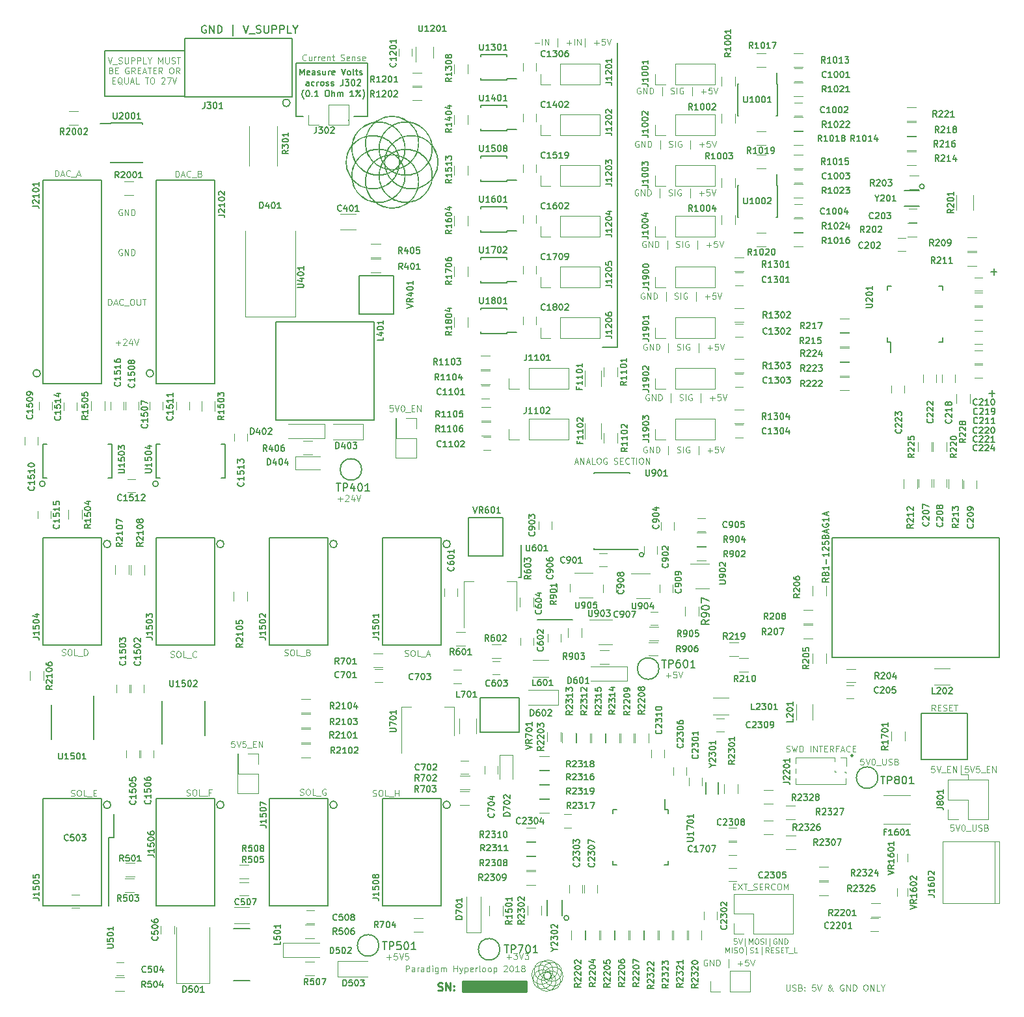
<source format=gbr>
G04 #@! TF.FileFunction,Legend,Top*
%FSLAX46Y46*%
G04 Gerber Fmt 4.6, Leading zero omitted, Abs format (unit mm)*
G04 Created by KiCad (PCBNEW 4.0.6) date 01/31/18 03:36:11*
%MOMM*%
%LPD*%
G01*
G04 APERTURE LIST*
%ADD10C,0.100000*%
%ADD11C,0.200000*%
%ADD12C,0.250000*%
%ADD13C,0.120000*%
%ADD14C,0.150000*%
%ADD15C,0.050000*%
%ADD16C,0.010000*%
%ADD17C,0.254000*%
G04 APERTURE END LIST*
D10*
X12806757Y-24759280D02*
X12730566Y-24721185D01*
X12616281Y-24721185D01*
X12501995Y-24759280D01*
X12425804Y-24835470D01*
X12387709Y-24911661D01*
X12349614Y-25064042D01*
X12349614Y-25178328D01*
X12387709Y-25330709D01*
X12425804Y-25406899D01*
X12501995Y-25483090D01*
X12616281Y-25521185D01*
X12692471Y-25521185D01*
X12806757Y-25483090D01*
X12844852Y-25444994D01*
X12844852Y-25178328D01*
X12692471Y-25178328D01*
X13187709Y-25521185D02*
X13187709Y-24721185D01*
X13644852Y-25521185D01*
X13644852Y-24721185D01*
X14025804Y-25521185D02*
X14025804Y-24721185D01*
X14216280Y-24721185D01*
X14330566Y-24759280D01*
X14406757Y-24835470D01*
X14444852Y-24911661D01*
X14482947Y-25064042D01*
X14482947Y-25178328D01*
X14444852Y-25330709D01*
X14406757Y-25406899D01*
X14330566Y-25483090D01*
X14216280Y-25521185D01*
X14025804Y-25521185D01*
X12806757Y-29959280D02*
X12730566Y-29921185D01*
X12616281Y-29921185D01*
X12501995Y-29959280D01*
X12425804Y-30035470D01*
X12387709Y-30111661D01*
X12349614Y-30264042D01*
X12349614Y-30378328D01*
X12387709Y-30530709D01*
X12425804Y-30606899D01*
X12501995Y-30683090D01*
X12616281Y-30721185D01*
X12692471Y-30721185D01*
X12806757Y-30683090D01*
X12844852Y-30644994D01*
X12844852Y-30378328D01*
X12692471Y-30378328D01*
X13187709Y-30721185D02*
X13187709Y-29921185D01*
X13644852Y-30721185D01*
X13644852Y-29921185D01*
X14025804Y-30721185D02*
X14025804Y-29921185D01*
X14216280Y-29921185D01*
X14330566Y-29959280D01*
X14406757Y-30035470D01*
X14444852Y-30111661D01*
X14482947Y-30264042D01*
X14482947Y-30378328D01*
X14444852Y-30530709D01*
X14406757Y-30606899D01*
X14330566Y-30683090D01*
X14216280Y-30721185D01*
X14025804Y-30721185D01*
X11016280Y-37221185D02*
X11016280Y-36421185D01*
X11206756Y-36421185D01*
X11321042Y-36459280D01*
X11397233Y-36535470D01*
X11435328Y-36611661D01*
X11473423Y-36764042D01*
X11473423Y-36878328D01*
X11435328Y-37030709D01*
X11397233Y-37106899D01*
X11321042Y-37183090D01*
X11206756Y-37221185D01*
X11016280Y-37221185D01*
X11778185Y-36992613D02*
X12159137Y-36992613D01*
X11701994Y-37221185D02*
X11968661Y-36421185D01*
X12235328Y-37221185D01*
X12959137Y-37144994D02*
X12921042Y-37183090D01*
X12806756Y-37221185D01*
X12730566Y-37221185D01*
X12616280Y-37183090D01*
X12540089Y-37106899D01*
X12501994Y-37030709D01*
X12463899Y-36878328D01*
X12463899Y-36764042D01*
X12501994Y-36611661D01*
X12540089Y-36535470D01*
X12616280Y-36459280D01*
X12730566Y-36421185D01*
X12806756Y-36421185D01*
X12921042Y-36459280D01*
X12959137Y-36497375D01*
X13111518Y-37297375D02*
X13721042Y-37297375D01*
X14063899Y-36421185D02*
X14216280Y-36421185D01*
X14292471Y-36459280D01*
X14368661Y-36535470D01*
X14406756Y-36687851D01*
X14406756Y-36954518D01*
X14368661Y-37106899D01*
X14292471Y-37183090D01*
X14216280Y-37221185D01*
X14063899Y-37221185D01*
X13987709Y-37183090D01*
X13911518Y-37106899D01*
X13873423Y-36954518D01*
X13873423Y-36687851D01*
X13911518Y-36535470D01*
X13987709Y-36459280D01*
X14063899Y-36421185D01*
X14749613Y-36421185D02*
X14749613Y-37068804D01*
X14787708Y-37144994D01*
X14825804Y-37183090D01*
X14901994Y-37221185D01*
X15054375Y-37221185D01*
X15130566Y-37183090D01*
X15168661Y-37144994D01*
X15206756Y-37068804D01*
X15206756Y-36421185D01*
X15473422Y-36421185D02*
X15930565Y-36421185D01*
X15701994Y-37221185D02*
X15701994Y-36421185D01*
X12006756Y-42116423D02*
X12616280Y-42116423D01*
X12311518Y-42421185D02*
X12311518Y-41811661D01*
X12959137Y-41697375D02*
X12997232Y-41659280D01*
X13073423Y-41621185D01*
X13263899Y-41621185D01*
X13340089Y-41659280D01*
X13378185Y-41697375D01*
X13416280Y-41773566D01*
X13416280Y-41849756D01*
X13378185Y-41964042D01*
X12921042Y-42421185D01*
X13416280Y-42421185D01*
X14101994Y-41887851D02*
X14101994Y-42421185D01*
X13911518Y-41583090D02*
X13721042Y-42154518D01*
X14216280Y-42154518D01*
X14406756Y-41621185D02*
X14673423Y-42421185D01*
X14940090Y-41621185D01*
X36778380Y-5281894D02*
X36740285Y-5319990D01*
X36625999Y-5358085D01*
X36549809Y-5358085D01*
X36435523Y-5319990D01*
X36359332Y-5243799D01*
X36321237Y-5167609D01*
X36283142Y-5015228D01*
X36283142Y-4900942D01*
X36321237Y-4748561D01*
X36359332Y-4672370D01*
X36435523Y-4596180D01*
X36549809Y-4558085D01*
X36625999Y-4558085D01*
X36740285Y-4596180D01*
X36778380Y-4634275D01*
X37464094Y-4824751D02*
X37464094Y-5358085D01*
X37121237Y-4824751D02*
X37121237Y-5243799D01*
X37159332Y-5319990D01*
X37235523Y-5358085D01*
X37349809Y-5358085D01*
X37425999Y-5319990D01*
X37464094Y-5281894D01*
X37845047Y-5358085D02*
X37845047Y-4824751D01*
X37845047Y-4977132D02*
X37883142Y-4900942D01*
X37921238Y-4862847D01*
X37997428Y-4824751D01*
X38073619Y-4824751D01*
X38340285Y-5358085D02*
X38340285Y-4824751D01*
X38340285Y-4977132D02*
X38378380Y-4900942D01*
X38416476Y-4862847D01*
X38492666Y-4824751D01*
X38568857Y-4824751D01*
X39140285Y-5319990D02*
X39064095Y-5358085D01*
X38911714Y-5358085D01*
X38835523Y-5319990D01*
X38797428Y-5243799D01*
X38797428Y-4939037D01*
X38835523Y-4862847D01*
X38911714Y-4824751D01*
X39064095Y-4824751D01*
X39140285Y-4862847D01*
X39178380Y-4939037D01*
X39178380Y-5015228D01*
X38797428Y-5091418D01*
X39521237Y-4824751D02*
X39521237Y-5358085D01*
X39521237Y-4900942D02*
X39559332Y-4862847D01*
X39635523Y-4824751D01*
X39749809Y-4824751D01*
X39825999Y-4862847D01*
X39864094Y-4939037D01*
X39864094Y-5358085D01*
X40130761Y-4824751D02*
X40435523Y-4824751D01*
X40245047Y-4558085D02*
X40245047Y-5243799D01*
X40283142Y-5319990D01*
X40359333Y-5358085D01*
X40435523Y-5358085D01*
X41273619Y-5319990D02*
X41387905Y-5358085D01*
X41578381Y-5358085D01*
X41654571Y-5319990D01*
X41692667Y-5281894D01*
X41730762Y-5205704D01*
X41730762Y-5129513D01*
X41692667Y-5053323D01*
X41654571Y-5015228D01*
X41578381Y-4977132D01*
X41426000Y-4939037D01*
X41349809Y-4900942D01*
X41311714Y-4862847D01*
X41273619Y-4786656D01*
X41273619Y-4710466D01*
X41311714Y-4634275D01*
X41349809Y-4596180D01*
X41426000Y-4558085D01*
X41616476Y-4558085D01*
X41730762Y-4596180D01*
X42378381Y-5319990D02*
X42302191Y-5358085D01*
X42149810Y-5358085D01*
X42073619Y-5319990D01*
X42035524Y-5243799D01*
X42035524Y-4939037D01*
X42073619Y-4862847D01*
X42149810Y-4824751D01*
X42302191Y-4824751D01*
X42378381Y-4862847D01*
X42416476Y-4939037D01*
X42416476Y-5015228D01*
X42035524Y-5091418D01*
X42759333Y-4824751D02*
X42759333Y-5358085D01*
X42759333Y-4900942D02*
X42797428Y-4862847D01*
X42873619Y-4824751D01*
X42987905Y-4824751D01*
X43064095Y-4862847D01*
X43102190Y-4939037D01*
X43102190Y-5358085D01*
X43445048Y-5319990D02*
X43521238Y-5358085D01*
X43673619Y-5358085D01*
X43749810Y-5319990D01*
X43787905Y-5243799D01*
X43787905Y-5205704D01*
X43749810Y-5129513D01*
X43673619Y-5091418D01*
X43559334Y-5091418D01*
X43483143Y-5053323D01*
X43445048Y-4977132D01*
X43445048Y-4939037D01*
X43483143Y-4862847D01*
X43559334Y-4824751D01*
X43673619Y-4824751D01*
X43749810Y-4862847D01*
X44435524Y-5319990D02*
X44359334Y-5358085D01*
X44206953Y-5358085D01*
X44130762Y-5319990D01*
X44092667Y-5243799D01*
X44092667Y-4939037D01*
X44130762Y-4862847D01*
X44206953Y-4824751D01*
X44359334Y-4824751D01*
X44435524Y-4862847D01*
X44473619Y-4939037D01*
X44473619Y-5015228D01*
X44092667Y-5091418D01*
D11*
X36352480Y-12616180D02*
X36352480Y-12654280D01*
X35463480Y-12616180D02*
X36352480Y-12616180D01*
X35463480Y-5732780D02*
X35463480Y-12616180D01*
X43019980Y-12616180D02*
X43019980Y-12654280D01*
X44759880Y-12616180D02*
X43019980Y-12616180D01*
X44759880Y-5732780D02*
X44759880Y-12616180D01*
X35463480Y-5732780D02*
X44759880Y-5732780D01*
X23737323Y-838580D02*
X23642085Y-790961D01*
X23499228Y-790961D01*
X23356370Y-838580D01*
X23261132Y-933818D01*
X23213513Y-1029056D01*
X23165894Y-1219532D01*
X23165894Y-1362390D01*
X23213513Y-1552866D01*
X23261132Y-1648104D01*
X23356370Y-1743342D01*
X23499228Y-1790961D01*
X23594466Y-1790961D01*
X23737323Y-1743342D01*
X23784942Y-1695723D01*
X23784942Y-1362390D01*
X23594466Y-1362390D01*
X24213513Y-1790961D02*
X24213513Y-790961D01*
X24784942Y-1790961D01*
X24784942Y-790961D01*
X25261132Y-1790961D02*
X25261132Y-790961D01*
X25499227Y-790961D01*
X25642085Y-838580D01*
X25737323Y-933818D01*
X25784942Y-1029056D01*
X25832561Y-1219532D01*
X25832561Y-1362390D01*
X25784942Y-1552866D01*
X25737323Y-1648104D01*
X25642085Y-1743342D01*
X25499227Y-1790961D01*
X25261132Y-1790961D01*
X27261132Y-2124294D02*
X27261132Y-695723D01*
X28594466Y-790961D02*
X28927799Y-1790961D01*
X29261133Y-790961D01*
X29356371Y-1886199D02*
X30118276Y-1886199D01*
X30308752Y-1743342D02*
X30451609Y-1790961D01*
X30689705Y-1790961D01*
X30784943Y-1743342D01*
X30832562Y-1695723D01*
X30880181Y-1600485D01*
X30880181Y-1505247D01*
X30832562Y-1410009D01*
X30784943Y-1362390D01*
X30689705Y-1314770D01*
X30499228Y-1267151D01*
X30403990Y-1219532D01*
X30356371Y-1171913D01*
X30308752Y-1076675D01*
X30308752Y-981437D01*
X30356371Y-886199D01*
X30403990Y-838580D01*
X30499228Y-790961D01*
X30737324Y-790961D01*
X30880181Y-838580D01*
X31308752Y-790961D02*
X31308752Y-1600485D01*
X31356371Y-1695723D01*
X31403990Y-1743342D01*
X31499228Y-1790961D01*
X31689705Y-1790961D01*
X31784943Y-1743342D01*
X31832562Y-1695723D01*
X31880181Y-1600485D01*
X31880181Y-790961D01*
X32356371Y-1790961D02*
X32356371Y-790961D01*
X32737324Y-790961D01*
X32832562Y-838580D01*
X32880181Y-886199D01*
X32927800Y-981437D01*
X32927800Y-1124294D01*
X32880181Y-1219532D01*
X32832562Y-1267151D01*
X32737324Y-1314770D01*
X32356371Y-1314770D01*
X33356371Y-1790961D02*
X33356371Y-790961D01*
X33737324Y-790961D01*
X33832562Y-838580D01*
X33880181Y-886199D01*
X33927800Y-981437D01*
X33927800Y-1124294D01*
X33880181Y-1219532D01*
X33832562Y-1267151D01*
X33737324Y-1314770D01*
X33356371Y-1314770D01*
X34832562Y-1790961D02*
X34356371Y-1790961D01*
X34356371Y-790961D01*
X35356371Y-1314770D02*
X35356371Y-1790961D01*
X35023038Y-790961D02*
X35356371Y-1314770D01*
X35689705Y-790961D01*
X21061680Y-10012680D02*
X21061680Y-10038080D01*
X10584180Y-10012680D02*
X21061680Y-10012680D01*
X10584180Y-4119880D02*
X10584180Y-10012680D01*
X21010880Y-4119880D02*
X10584180Y-4119880D01*
D10*
X10984818Y-4972585D02*
X11251485Y-5772585D01*
X11518152Y-4972585D01*
X11594342Y-5848775D02*
X12203866Y-5848775D01*
X12356247Y-5734490D02*
X12470533Y-5772585D01*
X12661009Y-5772585D01*
X12737199Y-5734490D01*
X12775295Y-5696394D01*
X12813390Y-5620204D01*
X12813390Y-5544013D01*
X12775295Y-5467823D01*
X12737199Y-5429728D01*
X12661009Y-5391632D01*
X12508628Y-5353537D01*
X12432437Y-5315442D01*
X12394342Y-5277347D01*
X12356247Y-5201156D01*
X12356247Y-5124966D01*
X12394342Y-5048775D01*
X12432437Y-5010680D01*
X12508628Y-4972585D01*
X12699104Y-4972585D01*
X12813390Y-5010680D01*
X13156247Y-4972585D02*
X13156247Y-5620204D01*
X13194342Y-5696394D01*
X13232438Y-5734490D01*
X13308628Y-5772585D01*
X13461009Y-5772585D01*
X13537200Y-5734490D01*
X13575295Y-5696394D01*
X13613390Y-5620204D01*
X13613390Y-4972585D01*
X13994342Y-5772585D02*
X13994342Y-4972585D01*
X14299104Y-4972585D01*
X14375295Y-5010680D01*
X14413390Y-5048775D01*
X14451485Y-5124966D01*
X14451485Y-5239251D01*
X14413390Y-5315442D01*
X14375295Y-5353537D01*
X14299104Y-5391632D01*
X13994342Y-5391632D01*
X14794342Y-5772585D02*
X14794342Y-4972585D01*
X15099104Y-4972585D01*
X15175295Y-5010680D01*
X15213390Y-5048775D01*
X15251485Y-5124966D01*
X15251485Y-5239251D01*
X15213390Y-5315442D01*
X15175295Y-5353537D01*
X15099104Y-5391632D01*
X14794342Y-5391632D01*
X15975295Y-5772585D02*
X15594342Y-5772585D01*
X15594342Y-4972585D01*
X16394342Y-5391632D02*
X16394342Y-5772585D01*
X16127675Y-4972585D02*
X16394342Y-5391632D01*
X16661009Y-4972585D01*
X17537199Y-5772585D02*
X17537199Y-4972585D01*
X17803866Y-5544013D01*
X18070533Y-4972585D01*
X18070533Y-5772585D01*
X18451485Y-4972585D02*
X18451485Y-5620204D01*
X18489580Y-5696394D01*
X18527676Y-5734490D01*
X18603866Y-5772585D01*
X18756247Y-5772585D01*
X18832438Y-5734490D01*
X18870533Y-5696394D01*
X18908628Y-5620204D01*
X18908628Y-4972585D01*
X19251485Y-5734490D02*
X19365771Y-5772585D01*
X19556247Y-5772585D01*
X19632437Y-5734490D01*
X19670533Y-5696394D01*
X19708628Y-5620204D01*
X19708628Y-5544013D01*
X19670533Y-5467823D01*
X19632437Y-5429728D01*
X19556247Y-5391632D01*
X19403866Y-5353537D01*
X19327675Y-5315442D01*
X19289580Y-5277347D01*
X19251485Y-5201156D01*
X19251485Y-5124966D01*
X19289580Y-5048775D01*
X19327675Y-5010680D01*
X19403866Y-4972585D01*
X19594342Y-4972585D01*
X19708628Y-5010680D01*
X19937199Y-4972585D02*
X20394342Y-4972585D01*
X20165771Y-5772585D02*
X20165771Y-4972585D01*
X11384818Y-6653537D02*
X11499104Y-6691632D01*
X11537199Y-6729728D01*
X11575294Y-6805918D01*
X11575294Y-6920204D01*
X11537199Y-6996394D01*
X11499104Y-7034490D01*
X11422913Y-7072585D01*
X11118151Y-7072585D01*
X11118151Y-6272585D01*
X11384818Y-6272585D01*
X11461008Y-6310680D01*
X11499104Y-6348775D01*
X11537199Y-6424966D01*
X11537199Y-6501156D01*
X11499104Y-6577347D01*
X11461008Y-6615442D01*
X11384818Y-6653537D01*
X11118151Y-6653537D01*
X11918151Y-6653537D02*
X12184818Y-6653537D01*
X12299104Y-7072585D02*
X11918151Y-7072585D01*
X11918151Y-6272585D01*
X12299104Y-6272585D01*
X13670533Y-6310680D02*
X13594342Y-6272585D01*
X13480057Y-6272585D01*
X13365771Y-6310680D01*
X13289580Y-6386870D01*
X13251485Y-6463061D01*
X13213390Y-6615442D01*
X13213390Y-6729728D01*
X13251485Y-6882109D01*
X13289580Y-6958299D01*
X13365771Y-7034490D01*
X13480057Y-7072585D01*
X13556247Y-7072585D01*
X13670533Y-7034490D01*
X13708628Y-6996394D01*
X13708628Y-6729728D01*
X13556247Y-6729728D01*
X14508628Y-7072585D02*
X14241961Y-6691632D01*
X14051485Y-7072585D02*
X14051485Y-6272585D01*
X14356247Y-6272585D01*
X14432438Y-6310680D01*
X14470533Y-6348775D01*
X14508628Y-6424966D01*
X14508628Y-6539251D01*
X14470533Y-6615442D01*
X14432438Y-6653537D01*
X14356247Y-6691632D01*
X14051485Y-6691632D01*
X14851485Y-6653537D02*
X15118152Y-6653537D01*
X15232438Y-7072585D02*
X14851485Y-7072585D01*
X14851485Y-6272585D01*
X15232438Y-6272585D01*
X15537200Y-6844013D02*
X15918152Y-6844013D01*
X15461009Y-7072585D02*
X15727676Y-6272585D01*
X15994343Y-7072585D01*
X16146723Y-6272585D02*
X16603866Y-6272585D01*
X16375295Y-7072585D02*
X16375295Y-6272585D01*
X16870533Y-6653537D02*
X17137200Y-6653537D01*
X17251486Y-7072585D02*
X16870533Y-7072585D01*
X16870533Y-6272585D01*
X17251486Y-6272585D01*
X18051486Y-7072585D02*
X17784819Y-6691632D01*
X17594343Y-7072585D02*
X17594343Y-6272585D01*
X17899105Y-6272585D01*
X17975296Y-6310680D01*
X18013391Y-6348775D01*
X18051486Y-6424966D01*
X18051486Y-6539251D01*
X18013391Y-6615442D01*
X17975296Y-6653537D01*
X17899105Y-6691632D01*
X17594343Y-6691632D01*
X19156248Y-6272585D02*
X19308629Y-6272585D01*
X19384820Y-6310680D01*
X19461010Y-6386870D01*
X19499105Y-6539251D01*
X19499105Y-6805918D01*
X19461010Y-6958299D01*
X19384820Y-7034490D01*
X19308629Y-7072585D01*
X19156248Y-7072585D01*
X19080058Y-7034490D01*
X19003867Y-6958299D01*
X18965772Y-6805918D01*
X18965772Y-6539251D01*
X19003867Y-6386870D01*
X19080058Y-6310680D01*
X19156248Y-6272585D01*
X20299105Y-7072585D02*
X20032438Y-6691632D01*
X19841962Y-7072585D02*
X19841962Y-6272585D01*
X20146724Y-6272585D01*
X20222915Y-6310680D01*
X20261010Y-6348775D01*
X20299105Y-6424966D01*
X20299105Y-6539251D01*
X20261010Y-6615442D01*
X20222915Y-6653537D01*
X20146724Y-6691632D01*
X19841962Y-6691632D01*
X11575294Y-7953537D02*
X11841961Y-7953537D01*
X11956247Y-8372585D02*
X11575294Y-8372585D01*
X11575294Y-7572585D01*
X11956247Y-7572585D01*
X12832438Y-8448775D02*
X12756247Y-8410680D01*
X12680057Y-8334490D01*
X12565771Y-8220204D01*
X12489580Y-8182109D01*
X12413390Y-8182109D01*
X12451485Y-8372585D02*
X12375295Y-8334490D01*
X12299104Y-8258299D01*
X12261009Y-8105918D01*
X12261009Y-7839251D01*
X12299104Y-7686870D01*
X12375295Y-7610680D01*
X12451485Y-7572585D01*
X12603866Y-7572585D01*
X12680057Y-7610680D01*
X12756247Y-7686870D01*
X12794342Y-7839251D01*
X12794342Y-8105918D01*
X12756247Y-8258299D01*
X12680057Y-8334490D01*
X12603866Y-8372585D01*
X12451485Y-8372585D01*
X13137199Y-7572585D02*
X13137199Y-8220204D01*
X13175294Y-8296394D01*
X13213390Y-8334490D01*
X13289580Y-8372585D01*
X13441961Y-8372585D01*
X13518152Y-8334490D01*
X13556247Y-8296394D01*
X13594342Y-8220204D01*
X13594342Y-7572585D01*
X13937199Y-8144013D02*
X14318151Y-8144013D01*
X13861008Y-8372585D02*
X14127675Y-7572585D01*
X14394342Y-8372585D01*
X15041961Y-8372585D02*
X14661008Y-8372585D01*
X14661008Y-7572585D01*
X15803865Y-7572585D02*
X16261008Y-7572585D01*
X16032437Y-8372585D02*
X16032437Y-7572585D01*
X16680056Y-7572585D02*
X16832437Y-7572585D01*
X16908628Y-7610680D01*
X16984818Y-7686870D01*
X17022913Y-7839251D01*
X17022913Y-8105918D01*
X16984818Y-8258299D01*
X16908628Y-8334490D01*
X16832437Y-8372585D01*
X16680056Y-8372585D01*
X16603866Y-8334490D01*
X16527675Y-8258299D01*
X16489580Y-8105918D01*
X16489580Y-7839251D01*
X16527675Y-7686870D01*
X16603866Y-7610680D01*
X16680056Y-7572585D01*
X17937199Y-7648775D02*
X17975294Y-7610680D01*
X18051485Y-7572585D01*
X18241961Y-7572585D01*
X18318151Y-7610680D01*
X18356247Y-7648775D01*
X18394342Y-7724966D01*
X18394342Y-7801156D01*
X18356247Y-7915442D01*
X17899104Y-8372585D01*
X18394342Y-8372585D01*
X18661009Y-7572585D02*
X19194342Y-7572585D01*
X18851485Y-8372585D01*
X19384818Y-7572585D02*
X19651485Y-8372585D01*
X19918152Y-7572585D01*
X49726544Y-124001485D02*
X49726544Y-123201485D01*
X50031306Y-123201485D01*
X50107497Y-123239580D01*
X50145592Y-123277675D01*
X50183687Y-123353866D01*
X50183687Y-123468151D01*
X50145592Y-123544342D01*
X50107497Y-123582437D01*
X50031306Y-123620532D01*
X49726544Y-123620532D01*
X50869401Y-124001485D02*
X50869401Y-123582437D01*
X50831306Y-123506247D01*
X50755116Y-123468151D01*
X50602735Y-123468151D01*
X50526544Y-123506247D01*
X50869401Y-123963390D02*
X50793211Y-124001485D01*
X50602735Y-124001485D01*
X50526544Y-123963390D01*
X50488449Y-123887199D01*
X50488449Y-123811009D01*
X50526544Y-123734818D01*
X50602735Y-123696723D01*
X50793211Y-123696723D01*
X50869401Y-123658628D01*
X51250354Y-124001485D02*
X51250354Y-123468151D01*
X51250354Y-123620532D02*
X51288449Y-123544342D01*
X51326545Y-123506247D01*
X51402735Y-123468151D01*
X51478926Y-123468151D01*
X52088449Y-124001485D02*
X52088449Y-123582437D01*
X52050354Y-123506247D01*
X51974164Y-123468151D01*
X51821783Y-123468151D01*
X51745592Y-123506247D01*
X52088449Y-123963390D02*
X52012259Y-124001485D01*
X51821783Y-124001485D01*
X51745592Y-123963390D01*
X51707497Y-123887199D01*
X51707497Y-123811009D01*
X51745592Y-123734818D01*
X51821783Y-123696723D01*
X52012259Y-123696723D01*
X52088449Y-123658628D01*
X52812259Y-124001485D02*
X52812259Y-123201485D01*
X52812259Y-123963390D02*
X52736069Y-124001485D01*
X52583688Y-124001485D01*
X52507497Y-123963390D01*
X52469402Y-123925294D01*
X52431307Y-123849104D01*
X52431307Y-123620532D01*
X52469402Y-123544342D01*
X52507497Y-123506247D01*
X52583688Y-123468151D01*
X52736069Y-123468151D01*
X52812259Y-123506247D01*
X53193212Y-124001485D02*
X53193212Y-123468151D01*
X53193212Y-123201485D02*
X53155117Y-123239580D01*
X53193212Y-123277675D01*
X53231307Y-123239580D01*
X53193212Y-123201485D01*
X53193212Y-123277675D01*
X53917021Y-123468151D02*
X53917021Y-124115770D01*
X53878926Y-124191961D01*
X53840831Y-124230056D01*
X53764640Y-124268151D01*
X53650355Y-124268151D01*
X53574164Y-124230056D01*
X53917021Y-123963390D02*
X53840831Y-124001485D01*
X53688450Y-124001485D01*
X53612259Y-123963390D01*
X53574164Y-123925294D01*
X53536069Y-123849104D01*
X53536069Y-123620532D01*
X53574164Y-123544342D01*
X53612259Y-123506247D01*
X53688450Y-123468151D01*
X53840831Y-123468151D01*
X53917021Y-123506247D01*
X54297974Y-124001485D02*
X54297974Y-123468151D01*
X54297974Y-123544342D02*
X54336069Y-123506247D01*
X54412260Y-123468151D01*
X54526546Y-123468151D01*
X54602736Y-123506247D01*
X54640831Y-123582437D01*
X54640831Y-124001485D01*
X54640831Y-123582437D02*
X54678927Y-123506247D01*
X54755117Y-123468151D01*
X54869403Y-123468151D01*
X54945593Y-123506247D01*
X54983688Y-123582437D01*
X54983688Y-124001485D01*
X55974165Y-124001485D02*
X55974165Y-123201485D01*
X55974165Y-123582437D02*
X56431308Y-123582437D01*
X56431308Y-124001485D02*
X56431308Y-123201485D01*
X56736070Y-123468151D02*
X56926546Y-124001485D01*
X57117022Y-123468151D02*
X56926546Y-124001485D01*
X56850355Y-124191961D01*
X56812260Y-124230056D01*
X56736070Y-124268151D01*
X57421784Y-123468151D02*
X57421784Y-124268151D01*
X57421784Y-123506247D02*
X57497975Y-123468151D01*
X57650356Y-123468151D01*
X57726546Y-123506247D01*
X57764641Y-123544342D01*
X57802737Y-123620532D01*
X57802737Y-123849104D01*
X57764641Y-123925294D01*
X57726546Y-123963390D01*
X57650356Y-124001485D01*
X57497975Y-124001485D01*
X57421784Y-123963390D01*
X58450356Y-123963390D02*
X58374166Y-124001485D01*
X58221785Y-124001485D01*
X58145594Y-123963390D01*
X58107499Y-123887199D01*
X58107499Y-123582437D01*
X58145594Y-123506247D01*
X58221785Y-123468151D01*
X58374166Y-123468151D01*
X58450356Y-123506247D01*
X58488451Y-123582437D01*
X58488451Y-123658628D01*
X58107499Y-123734818D01*
X58831308Y-124001485D02*
X58831308Y-123468151D01*
X58831308Y-123620532D02*
X58869403Y-123544342D01*
X58907499Y-123506247D01*
X58983689Y-123468151D01*
X59059880Y-123468151D01*
X59440832Y-124001485D02*
X59364641Y-123963390D01*
X59326546Y-123887199D01*
X59326546Y-123201485D01*
X59859880Y-124001485D02*
X59783689Y-123963390D01*
X59745594Y-123925294D01*
X59707499Y-123849104D01*
X59707499Y-123620532D01*
X59745594Y-123544342D01*
X59783689Y-123506247D01*
X59859880Y-123468151D01*
X59974166Y-123468151D01*
X60050356Y-123506247D01*
X60088451Y-123544342D01*
X60126547Y-123620532D01*
X60126547Y-123849104D01*
X60088451Y-123925294D01*
X60050356Y-123963390D01*
X59974166Y-124001485D01*
X59859880Y-124001485D01*
X60583690Y-124001485D02*
X60507499Y-123963390D01*
X60469404Y-123925294D01*
X60431309Y-123849104D01*
X60431309Y-123620532D01*
X60469404Y-123544342D01*
X60507499Y-123506247D01*
X60583690Y-123468151D01*
X60697976Y-123468151D01*
X60774166Y-123506247D01*
X60812261Y-123544342D01*
X60850357Y-123620532D01*
X60850357Y-123849104D01*
X60812261Y-123925294D01*
X60774166Y-123963390D01*
X60697976Y-124001485D01*
X60583690Y-124001485D01*
X61193214Y-123468151D02*
X61193214Y-124268151D01*
X61193214Y-123506247D02*
X61269405Y-123468151D01*
X61421786Y-123468151D01*
X61497976Y-123506247D01*
X61536071Y-123544342D01*
X61574167Y-123620532D01*
X61574167Y-123849104D01*
X61536071Y-123925294D01*
X61497976Y-123963390D01*
X61421786Y-124001485D01*
X61269405Y-124001485D01*
X61193214Y-123963390D01*
X62488453Y-123277675D02*
X62526548Y-123239580D01*
X62602739Y-123201485D01*
X62793215Y-123201485D01*
X62869405Y-123239580D01*
X62907501Y-123277675D01*
X62945596Y-123353866D01*
X62945596Y-123430056D01*
X62907501Y-123544342D01*
X62450358Y-124001485D01*
X62945596Y-124001485D01*
X63440834Y-123201485D02*
X63517025Y-123201485D01*
X63593215Y-123239580D01*
X63631310Y-123277675D01*
X63669406Y-123353866D01*
X63707501Y-123506247D01*
X63707501Y-123696723D01*
X63669406Y-123849104D01*
X63631310Y-123925294D01*
X63593215Y-123963390D01*
X63517025Y-124001485D01*
X63440834Y-124001485D01*
X63364644Y-123963390D01*
X63326548Y-123925294D01*
X63288453Y-123849104D01*
X63250358Y-123696723D01*
X63250358Y-123506247D01*
X63288453Y-123353866D01*
X63326548Y-123277675D01*
X63364644Y-123239580D01*
X63440834Y-123201485D01*
X64469406Y-124001485D02*
X64012263Y-124001485D01*
X64240834Y-124001485D02*
X64240834Y-123201485D01*
X64164644Y-123315770D01*
X64088453Y-123391961D01*
X64012263Y-123430056D01*
X64926549Y-123544342D02*
X64850358Y-123506247D01*
X64812263Y-123468151D01*
X64774168Y-123391961D01*
X64774168Y-123353866D01*
X64812263Y-123277675D01*
X64850358Y-123239580D01*
X64926549Y-123201485D01*
X65078930Y-123201485D01*
X65155120Y-123239580D01*
X65193216Y-123277675D01*
X65231311Y-123353866D01*
X65231311Y-123391961D01*
X65193216Y-123468151D01*
X65155120Y-123506247D01*
X65078930Y-123544342D01*
X64926549Y-123544342D01*
X64850358Y-123582437D01*
X64812263Y-123620532D01*
X64774168Y-123696723D01*
X64774168Y-123849104D01*
X64812263Y-123925294D01*
X64850358Y-123963390D01*
X64926549Y-124001485D01*
X65078930Y-124001485D01*
X65155120Y-123963390D01*
X65193216Y-123925294D01*
X65231311Y-123849104D01*
X65231311Y-123696723D01*
X65193216Y-123620532D01*
X65155120Y-123582437D01*
X65078930Y-123544342D01*
D11*
X42296080Y-13111480D02*
X42296080Y-13073380D01*
X107960368Y-95851980D02*
G75*
G03X107960368Y-95851980I-170388J0D01*
G01*
D10*
X62857556Y-122083823D02*
X63467080Y-122083823D01*
X63162318Y-122388585D02*
X63162318Y-121779061D01*
X63771842Y-121588585D02*
X64267080Y-121588585D01*
X64000413Y-121893347D01*
X64114699Y-121893347D01*
X64190889Y-121931442D01*
X64228985Y-121969537D01*
X64267080Y-122045728D01*
X64267080Y-122236204D01*
X64228985Y-122312394D01*
X64190889Y-122350490D01*
X64114699Y-122388585D01*
X63886127Y-122388585D01*
X63809937Y-122350490D01*
X63771842Y-122312394D01*
X64495651Y-121588585D02*
X64762318Y-122388585D01*
X65028985Y-121588585D01*
X65219461Y-121588585D02*
X65714699Y-121588585D01*
X65448032Y-121893347D01*
X65562318Y-121893347D01*
X65638508Y-121931442D01*
X65676604Y-121969537D01*
X65714699Y-122045728D01*
X65714699Y-122236204D01*
X65676604Y-122312394D01*
X65638508Y-122350490D01*
X65562318Y-122388585D01*
X65333746Y-122388585D01*
X65257556Y-122350490D01*
X65219461Y-122312394D01*
X47236556Y-122109223D02*
X47846080Y-122109223D01*
X47541318Y-122413985D02*
X47541318Y-121804461D01*
X48607985Y-121613985D02*
X48227032Y-121613985D01*
X48188937Y-121994937D01*
X48227032Y-121956842D01*
X48303223Y-121918747D01*
X48493699Y-121918747D01*
X48569889Y-121956842D01*
X48607985Y-121994937D01*
X48646080Y-122071128D01*
X48646080Y-122261604D01*
X48607985Y-122337794D01*
X48569889Y-122375890D01*
X48493699Y-122413985D01*
X48303223Y-122413985D01*
X48227032Y-122375890D01*
X48188937Y-122337794D01*
X48874651Y-121613985D02*
X49141318Y-122413985D01*
X49407985Y-121613985D01*
X50055604Y-121613985D02*
X49674651Y-121613985D01*
X49636556Y-121994937D01*
X49674651Y-121956842D01*
X49750842Y-121918747D01*
X49941318Y-121918747D01*
X50017508Y-121956842D01*
X50055604Y-121994937D01*
X50093699Y-122071128D01*
X50093699Y-122261604D01*
X50055604Y-122337794D01*
X50017508Y-122375890D01*
X49941318Y-122413985D01*
X49750842Y-122413985D01*
X49674651Y-122375890D01*
X49636556Y-122337794D01*
X40911956Y-62444623D02*
X41521480Y-62444623D01*
X41216718Y-62749385D02*
X41216718Y-62139861D01*
X41864337Y-62025575D02*
X41902432Y-61987480D01*
X41978623Y-61949385D01*
X42169099Y-61949385D01*
X42245289Y-61987480D01*
X42283385Y-62025575D01*
X42321480Y-62101766D01*
X42321480Y-62177956D01*
X42283385Y-62292242D01*
X41826242Y-62749385D01*
X42321480Y-62749385D01*
X43007194Y-62216051D02*
X43007194Y-62749385D01*
X42816718Y-61911290D02*
X42626242Y-62482718D01*
X43121480Y-62482718D01*
X43311956Y-61949385D02*
X43578623Y-62749385D01*
X43845290Y-61949385D01*
X83609309Y-85431623D02*
X84218833Y-85431623D01*
X83914071Y-85736385D02*
X83914071Y-85126861D01*
X84980738Y-84936385D02*
X84599785Y-84936385D01*
X84561690Y-85317337D01*
X84599785Y-85279242D01*
X84675976Y-85241147D01*
X84866452Y-85241147D01*
X84942642Y-85279242D01*
X84980738Y-85317337D01*
X85018833Y-85393528D01*
X85018833Y-85584004D01*
X84980738Y-85660194D01*
X84942642Y-85698290D01*
X84866452Y-85736385D01*
X84675976Y-85736385D01*
X84599785Y-85698290D01*
X84561690Y-85660194D01*
X85247404Y-84936385D02*
X85514071Y-85736385D01*
X85780738Y-84936385D01*
X109320585Y-96264785D02*
X108939632Y-96264785D01*
X108901537Y-96645737D01*
X108939632Y-96607642D01*
X109015823Y-96569547D01*
X109206299Y-96569547D01*
X109282489Y-96607642D01*
X109320585Y-96645737D01*
X109358680Y-96721928D01*
X109358680Y-96912404D01*
X109320585Y-96988594D01*
X109282489Y-97026690D01*
X109206299Y-97064785D01*
X109015823Y-97064785D01*
X108939632Y-97026690D01*
X108901537Y-96988594D01*
X109587251Y-96264785D02*
X109853918Y-97064785D01*
X110120585Y-96264785D01*
X110539632Y-96264785D02*
X110615823Y-96264785D01*
X110692013Y-96302880D01*
X110730108Y-96340975D01*
X110768204Y-96417166D01*
X110806299Y-96569547D01*
X110806299Y-96760023D01*
X110768204Y-96912404D01*
X110730108Y-96988594D01*
X110692013Y-97026690D01*
X110615823Y-97064785D01*
X110539632Y-97064785D01*
X110463442Y-97026690D01*
X110425346Y-96988594D01*
X110387251Y-96912404D01*
X110349156Y-96760023D01*
X110349156Y-96569547D01*
X110387251Y-96417166D01*
X110425346Y-96340975D01*
X110463442Y-96302880D01*
X110539632Y-96264785D01*
X110958680Y-97140975D02*
X111568204Y-97140975D01*
X111758680Y-96264785D02*
X111758680Y-96912404D01*
X111796775Y-96988594D01*
X111834871Y-97026690D01*
X111911061Y-97064785D01*
X112063442Y-97064785D01*
X112139633Y-97026690D01*
X112177728Y-96988594D01*
X112215823Y-96912404D01*
X112215823Y-96264785D01*
X112558680Y-97026690D02*
X112672966Y-97064785D01*
X112863442Y-97064785D01*
X112939632Y-97026690D01*
X112977728Y-96988594D01*
X113015823Y-96912404D01*
X113015823Y-96836213D01*
X112977728Y-96760023D01*
X112939632Y-96721928D01*
X112863442Y-96683832D01*
X112711061Y-96645737D01*
X112634870Y-96607642D01*
X112596775Y-96569547D01*
X112558680Y-96493356D01*
X112558680Y-96417166D01*
X112596775Y-96340975D01*
X112634870Y-96302880D01*
X112711061Y-96264785D01*
X112901537Y-96264785D01*
X113015823Y-96302880D01*
X113625347Y-96645737D02*
X113739633Y-96683832D01*
X113777728Y-96721928D01*
X113815823Y-96798118D01*
X113815823Y-96912404D01*
X113777728Y-96988594D01*
X113739633Y-97026690D01*
X113663442Y-97064785D01*
X113358680Y-97064785D01*
X113358680Y-96264785D01*
X113625347Y-96264785D01*
X113701537Y-96302880D01*
X113739633Y-96340975D01*
X113777728Y-96417166D01*
X113777728Y-96493356D01*
X113739633Y-96569547D01*
X113701537Y-96607642D01*
X113625347Y-96645737D01*
X113358680Y-96645737D01*
D11*
X75366880Y-42702480D02*
X75366880Y-42677080D01*
X77271880Y-42702480D02*
X75366880Y-42702480D01*
X77271880Y-3027680D02*
X77271880Y-42702480D01*
D10*
X66490195Y-3034023D02*
X67099719Y-3034023D01*
X67480671Y-3338785D02*
X67480671Y-2538785D01*
X67861623Y-3338785D02*
X67861623Y-2538785D01*
X68318766Y-3338785D01*
X68318766Y-2538785D01*
X69499718Y-3605451D02*
X69499718Y-2462594D01*
X70680671Y-3034023D02*
X71290195Y-3034023D01*
X70985433Y-3338785D02*
X70985433Y-2729261D01*
X71671147Y-3338785D02*
X71671147Y-2538785D01*
X72052099Y-3338785D02*
X72052099Y-2538785D01*
X72509242Y-3338785D01*
X72509242Y-2538785D01*
X73080670Y-3605451D02*
X73080670Y-2462594D01*
X74261623Y-3034023D02*
X74871147Y-3034023D01*
X74566385Y-3338785D02*
X74566385Y-2729261D01*
X75633052Y-2538785D02*
X75252099Y-2538785D01*
X75214004Y-2919737D01*
X75252099Y-2881642D01*
X75328290Y-2843547D01*
X75518766Y-2843547D01*
X75594956Y-2881642D01*
X75633052Y-2919737D01*
X75671147Y-2995928D01*
X75671147Y-3186404D01*
X75633052Y-3262594D01*
X75594956Y-3300690D01*
X75518766Y-3338785D01*
X75328290Y-3338785D01*
X75252099Y-3300690D01*
X75214004Y-3262594D01*
X75899718Y-2538785D02*
X76166385Y-3338785D01*
X76433052Y-2538785D01*
X48068433Y-50265385D02*
X47687480Y-50265385D01*
X47649385Y-50646337D01*
X47687480Y-50608242D01*
X47763671Y-50570147D01*
X47954147Y-50570147D01*
X48030337Y-50608242D01*
X48068433Y-50646337D01*
X48106528Y-50722528D01*
X48106528Y-50913004D01*
X48068433Y-50989194D01*
X48030337Y-51027290D01*
X47954147Y-51065385D01*
X47763671Y-51065385D01*
X47687480Y-51027290D01*
X47649385Y-50989194D01*
X48335099Y-50265385D02*
X48601766Y-51065385D01*
X48868433Y-50265385D01*
X49287480Y-50265385D02*
X49363671Y-50265385D01*
X49439861Y-50303480D01*
X49477956Y-50341575D01*
X49516052Y-50417766D01*
X49554147Y-50570147D01*
X49554147Y-50760623D01*
X49516052Y-50913004D01*
X49477956Y-50989194D01*
X49439861Y-51027290D01*
X49363671Y-51065385D01*
X49287480Y-51065385D01*
X49211290Y-51027290D01*
X49173194Y-50989194D01*
X49135099Y-50913004D01*
X49097004Y-50760623D01*
X49097004Y-50570147D01*
X49135099Y-50417766D01*
X49173194Y-50341575D01*
X49211290Y-50303480D01*
X49287480Y-50265385D01*
X49706528Y-51141575D02*
X50316052Y-51141575D01*
X50506528Y-50646337D02*
X50773195Y-50646337D01*
X50887481Y-51065385D02*
X50506528Y-51065385D01*
X50506528Y-50265385D01*
X50887481Y-50265385D01*
X51230338Y-51065385D02*
X51230338Y-50265385D01*
X51687481Y-51065385D01*
X51687481Y-50265385D01*
X27443633Y-93978785D02*
X27062680Y-93978785D01*
X27024585Y-94359737D01*
X27062680Y-94321642D01*
X27138871Y-94283547D01*
X27329347Y-94283547D01*
X27405537Y-94321642D01*
X27443633Y-94359737D01*
X27481728Y-94435928D01*
X27481728Y-94626404D01*
X27443633Y-94702594D01*
X27405537Y-94740690D01*
X27329347Y-94778785D01*
X27138871Y-94778785D01*
X27062680Y-94740690D01*
X27024585Y-94702594D01*
X27710299Y-93978785D02*
X27976966Y-94778785D01*
X28243633Y-93978785D01*
X28891252Y-93978785D02*
X28510299Y-93978785D01*
X28472204Y-94359737D01*
X28510299Y-94321642D01*
X28586490Y-94283547D01*
X28776966Y-94283547D01*
X28853156Y-94321642D01*
X28891252Y-94359737D01*
X28929347Y-94435928D01*
X28929347Y-94626404D01*
X28891252Y-94702594D01*
X28853156Y-94740690D01*
X28776966Y-94778785D01*
X28586490Y-94778785D01*
X28510299Y-94740690D01*
X28472204Y-94702594D01*
X29081728Y-94854975D02*
X29691252Y-94854975D01*
X29881728Y-94359737D02*
X30148395Y-94359737D01*
X30262681Y-94778785D02*
X29881728Y-94778785D01*
X29881728Y-93978785D01*
X30262681Y-93978785D01*
X30605538Y-94778785D02*
X30605538Y-93978785D01*
X31062681Y-94778785D01*
X31062681Y-93978785D01*
X92807547Y-119696747D02*
X92474214Y-119696747D01*
X92440880Y-120030080D01*
X92474214Y-119996747D01*
X92540880Y-119963413D01*
X92707547Y-119963413D01*
X92774214Y-119996747D01*
X92807547Y-120030080D01*
X92840880Y-120096747D01*
X92840880Y-120263413D01*
X92807547Y-120330080D01*
X92774214Y-120363413D01*
X92707547Y-120396747D01*
X92540880Y-120396747D01*
X92474214Y-120363413D01*
X92440880Y-120330080D01*
X93040881Y-119696747D02*
X93274214Y-120396747D01*
X93507547Y-119696747D01*
X93907547Y-120630080D02*
X93907547Y-119630080D01*
X94407548Y-120396747D02*
X94407548Y-119696747D01*
X94640881Y-120196747D01*
X94874214Y-119696747D01*
X94874214Y-120396747D01*
X95340881Y-119696747D02*
X95474214Y-119696747D01*
X95540881Y-119730080D01*
X95607548Y-119796747D01*
X95640881Y-119930080D01*
X95640881Y-120163413D01*
X95607548Y-120296747D01*
X95540881Y-120363413D01*
X95474214Y-120396747D01*
X95340881Y-120396747D01*
X95274214Y-120363413D01*
X95207548Y-120296747D01*
X95174214Y-120163413D01*
X95174214Y-119930080D01*
X95207548Y-119796747D01*
X95274214Y-119730080D01*
X95340881Y-119696747D01*
X95907547Y-120363413D02*
X96007547Y-120396747D01*
X96174214Y-120396747D01*
X96240881Y-120363413D01*
X96274214Y-120330080D01*
X96307547Y-120263413D01*
X96307547Y-120196747D01*
X96274214Y-120130080D01*
X96240881Y-120096747D01*
X96174214Y-120063413D01*
X96040881Y-120030080D01*
X95974214Y-119996747D01*
X95940881Y-119963413D01*
X95907547Y-119896747D01*
X95907547Y-119830080D01*
X95940881Y-119763413D01*
X95974214Y-119730080D01*
X96040881Y-119696747D01*
X96207547Y-119696747D01*
X96307547Y-119730080D01*
X96607548Y-120396747D02*
X96607548Y-119696747D01*
X97107547Y-120630080D02*
X97107547Y-119630080D01*
X97974214Y-119730080D02*
X97907548Y-119696747D01*
X97807548Y-119696747D01*
X97707548Y-119730080D01*
X97640881Y-119796747D01*
X97607548Y-119863413D01*
X97574214Y-119996747D01*
X97574214Y-120096747D01*
X97607548Y-120230080D01*
X97640881Y-120296747D01*
X97707548Y-120363413D01*
X97807548Y-120396747D01*
X97874214Y-120396747D01*
X97974214Y-120363413D01*
X98007548Y-120330080D01*
X98007548Y-120096747D01*
X97874214Y-120096747D01*
X98307548Y-120396747D02*
X98307548Y-119696747D01*
X98707548Y-120396747D01*
X98707548Y-119696747D01*
X99040881Y-120396747D02*
X99040881Y-119696747D01*
X99207547Y-119696747D01*
X99307547Y-119730080D01*
X99374214Y-119796747D01*
X99407547Y-119863413D01*
X99440881Y-119996747D01*
X99440881Y-120096747D01*
X99407547Y-120230080D01*
X99374214Y-120296747D01*
X99307547Y-120363413D01*
X99207547Y-120396747D01*
X99040881Y-120396747D01*
X91374214Y-121546747D02*
X91374214Y-120846747D01*
X91607547Y-121346747D01*
X91840880Y-120846747D01*
X91840880Y-121546747D01*
X92174214Y-121546747D02*
X92174214Y-120846747D01*
X92474213Y-121513413D02*
X92574213Y-121546747D01*
X92740880Y-121546747D01*
X92807547Y-121513413D01*
X92840880Y-121480080D01*
X92874213Y-121413413D01*
X92874213Y-121346747D01*
X92840880Y-121280080D01*
X92807547Y-121246747D01*
X92740880Y-121213413D01*
X92607547Y-121180080D01*
X92540880Y-121146747D01*
X92507547Y-121113413D01*
X92474213Y-121046747D01*
X92474213Y-120980080D01*
X92507547Y-120913413D01*
X92540880Y-120880080D01*
X92607547Y-120846747D01*
X92774213Y-120846747D01*
X92874213Y-120880080D01*
X93307547Y-120846747D02*
X93440880Y-120846747D01*
X93507547Y-120880080D01*
X93574214Y-120946747D01*
X93607547Y-121080080D01*
X93607547Y-121313413D01*
X93574214Y-121446747D01*
X93507547Y-121513413D01*
X93440880Y-121546747D01*
X93307547Y-121546747D01*
X93240880Y-121513413D01*
X93174214Y-121446747D01*
X93140880Y-121313413D01*
X93140880Y-121080080D01*
X93174214Y-120946747D01*
X93240880Y-120880080D01*
X93307547Y-120846747D01*
X94074213Y-121780080D02*
X94074213Y-120780080D01*
X94540880Y-121513413D02*
X94640880Y-121546747D01*
X94807547Y-121546747D01*
X94874214Y-121513413D01*
X94907547Y-121480080D01*
X94940880Y-121413413D01*
X94940880Y-121346747D01*
X94907547Y-121280080D01*
X94874214Y-121246747D01*
X94807547Y-121213413D01*
X94674214Y-121180080D01*
X94607547Y-121146747D01*
X94574214Y-121113413D01*
X94540880Y-121046747D01*
X94540880Y-120980080D01*
X94574214Y-120913413D01*
X94607547Y-120880080D01*
X94674214Y-120846747D01*
X94840880Y-120846747D01*
X94940880Y-120880080D01*
X95607547Y-121546747D02*
X95207547Y-121546747D01*
X95407547Y-121546747D02*
X95407547Y-120846747D01*
X95340881Y-120946747D01*
X95274214Y-121013413D01*
X95207547Y-121046747D01*
X96074214Y-121780080D02*
X96074214Y-120780080D01*
X96974215Y-121546747D02*
X96740881Y-121213413D01*
X96574215Y-121546747D02*
X96574215Y-120846747D01*
X96840881Y-120846747D01*
X96907548Y-120880080D01*
X96940881Y-120913413D01*
X96974215Y-120980080D01*
X96974215Y-121080080D01*
X96940881Y-121146747D01*
X96907548Y-121180080D01*
X96840881Y-121213413D01*
X96574215Y-121213413D01*
X97274215Y-121180080D02*
X97507548Y-121180080D01*
X97607548Y-121546747D02*
X97274215Y-121546747D01*
X97274215Y-120846747D01*
X97607548Y-120846747D01*
X97874214Y-121513413D02*
X97974214Y-121546747D01*
X98140881Y-121546747D01*
X98207548Y-121513413D01*
X98240881Y-121480080D01*
X98274214Y-121413413D01*
X98274214Y-121346747D01*
X98240881Y-121280080D01*
X98207548Y-121246747D01*
X98140881Y-121213413D01*
X98007548Y-121180080D01*
X97940881Y-121146747D01*
X97907548Y-121113413D01*
X97874214Y-121046747D01*
X97874214Y-120980080D01*
X97907548Y-120913413D01*
X97940881Y-120880080D01*
X98007548Y-120846747D01*
X98174214Y-120846747D01*
X98274214Y-120880080D01*
X98574215Y-121180080D02*
X98807548Y-121180080D01*
X98907548Y-121546747D02*
X98574215Y-121546747D01*
X98574215Y-120846747D01*
X98907548Y-120846747D01*
X99107548Y-120846747D02*
X99507548Y-120846747D01*
X99307548Y-121546747D02*
X99307548Y-120846747D01*
X99574214Y-121613413D02*
X100107547Y-121613413D01*
X100607547Y-121546747D02*
X100274214Y-121546747D01*
X100274214Y-120846747D01*
X121029985Y-104849985D02*
X120649032Y-104849985D01*
X120610937Y-105230937D01*
X120649032Y-105192842D01*
X120725223Y-105154747D01*
X120915699Y-105154747D01*
X120991889Y-105192842D01*
X121029985Y-105230937D01*
X121068080Y-105307128D01*
X121068080Y-105497604D01*
X121029985Y-105573794D01*
X120991889Y-105611890D01*
X120915699Y-105649985D01*
X120725223Y-105649985D01*
X120649032Y-105611890D01*
X120610937Y-105573794D01*
X121296651Y-104849985D02*
X121563318Y-105649985D01*
X121829985Y-104849985D01*
X122249032Y-104849985D02*
X122325223Y-104849985D01*
X122401413Y-104888080D01*
X122439508Y-104926175D01*
X122477604Y-105002366D01*
X122515699Y-105154747D01*
X122515699Y-105345223D01*
X122477604Y-105497604D01*
X122439508Y-105573794D01*
X122401413Y-105611890D01*
X122325223Y-105649985D01*
X122249032Y-105649985D01*
X122172842Y-105611890D01*
X122134746Y-105573794D01*
X122096651Y-105497604D01*
X122058556Y-105345223D01*
X122058556Y-105154747D01*
X122096651Y-105002366D01*
X122134746Y-104926175D01*
X122172842Y-104888080D01*
X122249032Y-104849985D01*
X122668080Y-105726175D02*
X123277604Y-105726175D01*
X123468080Y-104849985D02*
X123468080Y-105497604D01*
X123506175Y-105573794D01*
X123544271Y-105611890D01*
X123620461Y-105649985D01*
X123772842Y-105649985D01*
X123849033Y-105611890D01*
X123887128Y-105573794D01*
X123925223Y-105497604D01*
X123925223Y-104849985D01*
X124268080Y-105611890D02*
X124382366Y-105649985D01*
X124572842Y-105649985D01*
X124649032Y-105611890D01*
X124687128Y-105573794D01*
X124725223Y-105497604D01*
X124725223Y-105421413D01*
X124687128Y-105345223D01*
X124649032Y-105307128D01*
X124572842Y-105269032D01*
X124420461Y-105230937D01*
X124344270Y-105192842D01*
X124306175Y-105154747D01*
X124268080Y-105078556D01*
X124268080Y-105002366D01*
X124306175Y-104926175D01*
X124344270Y-104888080D01*
X124420461Y-104849985D01*
X124610937Y-104849985D01*
X124725223Y-104888080D01*
X125334747Y-105230937D02*
X125449033Y-105269032D01*
X125487128Y-105307128D01*
X125525223Y-105383318D01*
X125525223Y-105497604D01*
X125487128Y-105573794D01*
X125449033Y-105611890D01*
X125372842Y-105649985D01*
X125068080Y-105649985D01*
X125068080Y-104849985D01*
X125334747Y-104849985D01*
X125410937Y-104888080D01*
X125449033Y-104926175D01*
X125487128Y-105002366D01*
X125487128Y-105078556D01*
X125449033Y-105154747D01*
X125410937Y-105192842D01*
X125334747Y-105230937D01*
X125068080Y-105230937D01*
X122890280Y-98303080D02*
X122890280Y-98963480D01*
X121975880Y-98303080D02*
X122890280Y-98303080D01*
X118547356Y-97229985D02*
X118166403Y-97229985D01*
X118128308Y-97610937D01*
X118166403Y-97572842D01*
X118242594Y-97534747D01*
X118433070Y-97534747D01*
X118509260Y-97572842D01*
X118547356Y-97610937D01*
X118585451Y-97687128D01*
X118585451Y-97877604D01*
X118547356Y-97953794D01*
X118509260Y-97991890D01*
X118433070Y-98029985D01*
X118242594Y-98029985D01*
X118166403Y-97991890D01*
X118128308Y-97953794D01*
X118814022Y-97229985D02*
X119080689Y-98029985D01*
X119347356Y-97229985D01*
X119423546Y-98106175D02*
X120033070Y-98106175D01*
X120223546Y-97610937D02*
X120490213Y-97610937D01*
X120604499Y-98029985D02*
X120223546Y-98029985D01*
X120223546Y-97229985D01*
X120604499Y-97229985D01*
X120947356Y-98029985D02*
X120947356Y-97229985D01*
X121404499Y-98029985D01*
X121404499Y-97229985D01*
X121975927Y-98296651D02*
X121975927Y-97153794D01*
X122928309Y-97229985D02*
X122547356Y-97229985D01*
X122509261Y-97610937D01*
X122547356Y-97572842D01*
X122623547Y-97534747D01*
X122814023Y-97534747D01*
X122890213Y-97572842D01*
X122928309Y-97610937D01*
X122966404Y-97687128D01*
X122966404Y-97877604D01*
X122928309Y-97953794D01*
X122890213Y-97991890D01*
X122814023Y-98029985D01*
X122623547Y-98029985D01*
X122547356Y-97991890D01*
X122509261Y-97953794D01*
X123194975Y-97229985D02*
X123461642Y-98029985D01*
X123728309Y-97229985D01*
X124375928Y-97229985D02*
X123994975Y-97229985D01*
X123956880Y-97610937D01*
X123994975Y-97572842D01*
X124071166Y-97534747D01*
X124261642Y-97534747D01*
X124337832Y-97572842D01*
X124375928Y-97610937D01*
X124414023Y-97687128D01*
X124414023Y-97877604D01*
X124375928Y-97953794D01*
X124337832Y-97991890D01*
X124261642Y-98029985D01*
X124071166Y-98029985D01*
X123994975Y-97991890D01*
X123956880Y-97953794D01*
X124566404Y-98106175D02*
X125175928Y-98106175D01*
X125366404Y-97610937D02*
X125633071Y-97610937D01*
X125747357Y-98029985D02*
X125366404Y-98029985D01*
X125366404Y-97229985D01*
X125747357Y-97229985D01*
X126090214Y-98029985D02*
X126090214Y-97229985D01*
X126547357Y-98029985D01*
X126547357Y-97229985D01*
D11*
X35991070Y-7247385D02*
X35991070Y-6447385D01*
X36257737Y-7018813D01*
X36524404Y-6447385D01*
X36524404Y-7247385D01*
X37210118Y-7209290D02*
X37133928Y-7247385D01*
X36981547Y-7247385D01*
X36905356Y-7209290D01*
X36867261Y-7133099D01*
X36867261Y-6828337D01*
X36905356Y-6752147D01*
X36981547Y-6714051D01*
X37133928Y-6714051D01*
X37210118Y-6752147D01*
X37248213Y-6828337D01*
X37248213Y-6904528D01*
X36867261Y-6980718D01*
X37933927Y-7247385D02*
X37933927Y-6828337D01*
X37895832Y-6752147D01*
X37819642Y-6714051D01*
X37667261Y-6714051D01*
X37591070Y-6752147D01*
X37933927Y-7209290D02*
X37857737Y-7247385D01*
X37667261Y-7247385D01*
X37591070Y-7209290D01*
X37552975Y-7133099D01*
X37552975Y-7056909D01*
X37591070Y-6980718D01*
X37667261Y-6942623D01*
X37857737Y-6942623D01*
X37933927Y-6904528D01*
X38276785Y-7209290D02*
X38352975Y-7247385D01*
X38505356Y-7247385D01*
X38581547Y-7209290D01*
X38619642Y-7133099D01*
X38619642Y-7095004D01*
X38581547Y-7018813D01*
X38505356Y-6980718D01*
X38391071Y-6980718D01*
X38314880Y-6942623D01*
X38276785Y-6866432D01*
X38276785Y-6828337D01*
X38314880Y-6752147D01*
X38391071Y-6714051D01*
X38505356Y-6714051D01*
X38581547Y-6752147D01*
X39305356Y-6714051D02*
X39305356Y-7247385D01*
X38962499Y-6714051D02*
X38962499Y-7133099D01*
X39000594Y-7209290D01*
X39076785Y-7247385D01*
X39191071Y-7247385D01*
X39267261Y-7209290D01*
X39305356Y-7171194D01*
X39686309Y-7247385D02*
X39686309Y-6714051D01*
X39686309Y-6866432D02*
X39724404Y-6790242D01*
X39762500Y-6752147D01*
X39838690Y-6714051D01*
X39914881Y-6714051D01*
X40486309Y-7209290D02*
X40410119Y-7247385D01*
X40257738Y-7247385D01*
X40181547Y-7209290D01*
X40143452Y-7133099D01*
X40143452Y-6828337D01*
X40181547Y-6752147D01*
X40257738Y-6714051D01*
X40410119Y-6714051D01*
X40486309Y-6752147D01*
X40524404Y-6828337D01*
X40524404Y-6904528D01*
X40143452Y-6980718D01*
X41362499Y-6447385D02*
X41629166Y-7247385D01*
X41895833Y-6447385D01*
X42276785Y-7247385D02*
X42200594Y-7209290D01*
X42162499Y-7171194D01*
X42124404Y-7095004D01*
X42124404Y-6866432D01*
X42162499Y-6790242D01*
X42200594Y-6752147D01*
X42276785Y-6714051D01*
X42391071Y-6714051D01*
X42467261Y-6752147D01*
X42505356Y-6790242D01*
X42543452Y-6866432D01*
X42543452Y-7095004D01*
X42505356Y-7171194D01*
X42467261Y-7209290D01*
X42391071Y-7247385D01*
X42276785Y-7247385D01*
X43000595Y-7247385D02*
X42924404Y-7209290D01*
X42886309Y-7133099D01*
X42886309Y-6447385D01*
X43191071Y-6714051D02*
X43495833Y-6714051D01*
X43305357Y-6447385D02*
X43305357Y-7133099D01*
X43343452Y-7209290D01*
X43419643Y-7247385D01*
X43495833Y-7247385D01*
X43724405Y-7209290D02*
X43800595Y-7247385D01*
X43952976Y-7247385D01*
X44029167Y-7209290D01*
X44067262Y-7133099D01*
X44067262Y-7095004D01*
X44029167Y-7018813D01*
X43952976Y-6980718D01*
X43838691Y-6980718D01*
X43762500Y-6942623D01*
X43724405Y-6866432D01*
X43724405Y-6828337D01*
X43762500Y-6752147D01*
X43838691Y-6714051D01*
X43952976Y-6714051D01*
X44029167Y-6752147D01*
X37133927Y-8647385D02*
X37133927Y-8228337D01*
X37095832Y-8152147D01*
X37019642Y-8114051D01*
X36867261Y-8114051D01*
X36791070Y-8152147D01*
X37133927Y-8609290D02*
X37057737Y-8647385D01*
X36867261Y-8647385D01*
X36791070Y-8609290D01*
X36752975Y-8533099D01*
X36752975Y-8456909D01*
X36791070Y-8380718D01*
X36867261Y-8342623D01*
X37057737Y-8342623D01*
X37133927Y-8304528D01*
X37857737Y-8609290D02*
X37781547Y-8647385D01*
X37629166Y-8647385D01*
X37552975Y-8609290D01*
X37514880Y-8571194D01*
X37476785Y-8495004D01*
X37476785Y-8266432D01*
X37514880Y-8190242D01*
X37552975Y-8152147D01*
X37629166Y-8114051D01*
X37781547Y-8114051D01*
X37857737Y-8152147D01*
X38200594Y-8647385D02*
X38200594Y-8114051D01*
X38200594Y-8266432D02*
X38238689Y-8190242D01*
X38276785Y-8152147D01*
X38352975Y-8114051D01*
X38429166Y-8114051D01*
X38810118Y-8647385D02*
X38733927Y-8609290D01*
X38695832Y-8571194D01*
X38657737Y-8495004D01*
X38657737Y-8266432D01*
X38695832Y-8190242D01*
X38733927Y-8152147D01*
X38810118Y-8114051D01*
X38924404Y-8114051D01*
X39000594Y-8152147D01*
X39038689Y-8190242D01*
X39076785Y-8266432D01*
X39076785Y-8495004D01*
X39038689Y-8571194D01*
X39000594Y-8609290D01*
X38924404Y-8647385D01*
X38810118Y-8647385D01*
X39381547Y-8609290D02*
X39457737Y-8647385D01*
X39610118Y-8647385D01*
X39686309Y-8609290D01*
X39724404Y-8533099D01*
X39724404Y-8495004D01*
X39686309Y-8418813D01*
X39610118Y-8380718D01*
X39495833Y-8380718D01*
X39419642Y-8342623D01*
X39381547Y-8266432D01*
X39381547Y-8228337D01*
X39419642Y-8152147D01*
X39495833Y-8114051D01*
X39610118Y-8114051D01*
X39686309Y-8152147D01*
X40029166Y-8609290D02*
X40105356Y-8647385D01*
X40257737Y-8647385D01*
X40333928Y-8609290D01*
X40372023Y-8533099D01*
X40372023Y-8495004D01*
X40333928Y-8418813D01*
X40257737Y-8380718D01*
X40143452Y-8380718D01*
X40067261Y-8342623D01*
X40029166Y-8266432D01*
X40029166Y-8228337D01*
X40067261Y-8152147D01*
X40143452Y-8114051D01*
X40257737Y-8114051D01*
X40333928Y-8152147D01*
X41552976Y-7847385D02*
X41552976Y-8418813D01*
X41514880Y-8533099D01*
X41438690Y-8609290D01*
X41324404Y-8647385D01*
X41248214Y-8647385D01*
X41857738Y-7847385D02*
X42352976Y-7847385D01*
X42086309Y-8152147D01*
X42200595Y-8152147D01*
X42276785Y-8190242D01*
X42314881Y-8228337D01*
X42352976Y-8304528D01*
X42352976Y-8495004D01*
X42314881Y-8571194D01*
X42276785Y-8609290D01*
X42200595Y-8647385D01*
X41972023Y-8647385D01*
X41895833Y-8609290D01*
X41857738Y-8571194D01*
X42848214Y-7847385D02*
X42924405Y-7847385D01*
X43000595Y-7885480D01*
X43038690Y-7923575D01*
X43076786Y-7999766D01*
X43114881Y-8152147D01*
X43114881Y-8342623D01*
X43076786Y-8495004D01*
X43038690Y-8571194D01*
X43000595Y-8609290D01*
X42924405Y-8647385D01*
X42848214Y-8647385D01*
X42772024Y-8609290D01*
X42733928Y-8571194D01*
X42695833Y-8495004D01*
X42657738Y-8342623D01*
X42657738Y-8152147D01*
X42695833Y-7999766D01*
X42733928Y-7923575D01*
X42772024Y-7885480D01*
X42848214Y-7847385D01*
X43419643Y-7923575D02*
X43457738Y-7885480D01*
X43533929Y-7847385D01*
X43724405Y-7847385D01*
X43800595Y-7885480D01*
X43838691Y-7923575D01*
X43876786Y-7999766D01*
X43876786Y-8075956D01*
X43838691Y-8190242D01*
X43381548Y-8647385D01*
X43876786Y-8647385D01*
X36486309Y-10352147D02*
X36448213Y-10314051D01*
X36372023Y-10199766D01*
X36333928Y-10123575D01*
X36295832Y-10009290D01*
X36257737Y-9818813D01*
X36257737Y-9666432D01*
X36295832Y-9475956D01*
X36333928Y-9361670D01*
X36372023Y-9285480D01*
X36448213Y-9171194D01*
X36486309Y-9133099D01*
X36943451Y-9247385D02*
X37019642Y-9247385D01*
X37095832Y-9285480D01*
X37133927Y-9323575D01*
X37172023Y-9399766D01*
X37210118Y-9552147D01*
X37210118Y-9742623D01*
X37172023Y-9895004D01*
X37133927Y-9971194D01*
X37095832Y-10009290D01*
X37019642Y-10047385D01*
X36943451Y-10047385D01*
X36867261Y-10009290D01*
X36829165Y-9971194D01*
X36791070Y-9895004D01*
X36752975Y-9742623D01*
X36752975Y-9552147D01*
X36791070Y-9399766D01*
X36829165Y-9323575D01*
X36867261Y-9285480D01*
X36943451Y-9247385D01*
X37552975Y-9971194D02*
X37591070Y-10009290D01*
X37552975Y-10047385D01*
X37514880Y-10009290D01*
X37552975Y-9971194D01*
X37552975Y-10047385D01*
X38352975Y-10047385D02*
X37895832Y-10047385D01*
X38124403Y-10047385D02*
X38124403Y-9247385D01*
X38048213Y-9361670D01*
X37972022Y-9437861D01*
X37895832Y-9475956D01*
X39457737Y-9247385D02*
X39610118Y-9247385D01*
X39686309Y-9285480D01*
X39762499Y-9361670D01*
X39800594Y-9514051D01*
X39800594Y-9780718D01*
X39762499Y-9933099D01*
X39686309Y-10009290D01*
X39610118Y-10047385D01*
X39457737Y-10047385D01*
X39381547Y-10009290D01*
X39305356Y-9933099D01*
X39267261Y-9780718D01*
X39267261Y-9514051D01*
X39305356Y-9361670D01*
X39381547Y-9285480D01*
X39457737Y-9247385D01*
X40143451Y-10047385D02*
X40143451Y-9247385D01*
X40486308Y-10047385D02*
X40486308Y-9628337D01*
X40448213Y-9552147D01*
X40372023Y-9514051D01*
X40257737Y-9514051D01*
X40181546Y-9552147D01*
X40143451Y-9590242D01*
X40867261Y-10047385D02*
X40867261Y-9514051D01*
X40867261Y-9590242D02*
X40905356Y-9552147D01*
X40981547Y-9514051D01*
X41095833Y-9514051D01*
X41172023Y-9552147D01*
X41210118Y-9628337D01*
X41210118Y-10047385D01*
X41210118Y-9628337D02*
X41248214Y-9552147D01*
X41324404Y-9514051D01*
X41438690Y-9514051D01*
X41514880Y-9552147D01*
X41552975Y-9628337D01*
X41552975Y-10047385D01*
X42962500Y-10047385D02*
X42505357Y-10047385D01*
X42733928Y-10047385D02*
X42733928Y-9247385D01*
X42657738Y-9361670D01*
X42581547Y-9437861D01*
X42505357Y-9475956D01*
X43267262Y-10047385D02*
X43876786Y-9247385D01*
X43381548Y-9247385D02*
X43457738Y-9285480D01*
X43495833Y-9361670D01*
X43457738Y-9437861D01*
X43381548Y-9475956D01*
X43305357Y-9437861D01*
X43267262Y-9361670D01*
X43305357Y-9285480D01*
X43381548Y-9247385D01*
X43838691Y-10009290D02*
X43876786Y-9933099D01*
X43838691Y-9856909D01*
X43762500Y-9818813D01*
X43686310Y-9856909D01*
X43648214Y-9933099D01*
X43686310Y-10009290D01*
X43762500Y-10047385D01*
X43838691Y-10009290D01*
X44143453Y-10352147D02*
X44181548Y-10314051D01*
X44257738Y-10199766D01*
X44295834Y-10123575D01*
X44333929Y-10009290D01*
X44372024Y-9818813D01*
X44372024Y-9666432D01*
X44333929Y-9475956D01*
X44295834Y-9361670D01*
X44257738Y-9285480D01*
X44181548Y-9171194D01*
X44143453Y-9133099D01*
D10*
X80263328Y-8926880D02*
X80187137Y-8888785D01*
X80072852Y-8888785D01*
X79958566Y-8926880D01*
X79882375Y-9003070D01*
X79844280Y-9079261D01*
X79806185Y-9231642D01*
X79806185Y-9345928D01*
X79844280Y-9498309D01*
X79882375Y-9574499D01*
X79958566Y-9650690D01*
X80072852Y-9688785D01*
X80149042Y-9688785D01*
X80263328Y-9650690D01*
X80301423Y-9612594D01*
X80301423Y-9345928D01*
X80149042Y-9345928D01*
X80644280Y-9688785D02*
X80644280Y-8888785D01*
X81101423Y-9688785D01*
X81101423Y-8888785D01*
X81482375Y-9688785D02*
X81482375Y-8888785D01*
X81672851Y-8888785D01*
X81787137Y-8926880D01*
X81863328Y-9003070D01*
X81901423Y-9079261D01*
X81939518Y-9231642D01*
X81939518Y-9345928D01*
X81901423Y-9498309D01*
X81863328Y-9574499D01*
X81787137Y-9650690D01*
X81672851Y-9688785D01*
X81482375Y-9688785D01*
X83082375Y-9955451D02*
X83082375Y-8812594D01*
X84225233Y-9650690D02*
X84339519Y-9688785D01*
X84529995Y-9688785D01*
X84606185Y-9650690D01*
X84644281Y-9612594D01*
X84682376Y-9536404D01*
X84682376Y-9460213D01*
X84644281Y-9384023D01*
X84606185Y-9345928D01*
X84529995Y-9307832D01*
X84377614Y-9269737D01*
X84301423Y-9231642D01*
X84263328Y-9193547D01*
X84225233Y-9117356D01*
X84225233Y-9041166D01*
X84263328Y-8964975D01*
X84301423Y-8926880D01*
X84377614Y-8888785D01*
X84568090Y-8888785D01*
X84682376Y-8926880D01*
X85025233Y-9688785D02*
X85025233Y-8888785D01*
X85825233Y-8926880D02*
X85749042Y-8888785D01*
X85634757Y-8888785D01*
X85520471Y-8926880D01*
X85444280Y-9003070D01*
X85406185Y-9079261D01*
X85368090Y-9231642D01*
X85368090Y-9345928D01*
X85406185Y-9498309D01*
X85444280Y-9574499D01*
X85520471Y-9650690D01*
X85634757Y-9688785D01*
X85710947Y-9688785D01*
X85825233Y-9650690D01*
X85863328Y-9612594D01*
X85863328Y-9345928D01*
X85710947Y-9345928D01*
X87006185Y-9955451D02*
X87006185Y-8812594D01*
X88187138Y-9384023D02*
X88796662Y-9384023D01*
X88491900Y-9688785D02*
X88491900Y-9079261D01*
X89558567Y-8888785D02*
X89177614Y-8888785D01*
X89139519Y-9269737D01*
X89177614Y-9231642D01*
X89253805Y-9193547D01*
X89444281Y-9193547D01*
X89520471Y-9231642D01*
X89558567Y-9269737D01*
X89596662Y-9345928D01*
X89596662Y-9536404D01*
X89558567Y-9612594D01*
X89520471Y-9650690D01*
X89444281Y-9688785D01*
X89253805Y-9688785D01*
X89177614Y-9650690D01*
X89139519Y-9612594D01*
X89825233Y-8888785D02*
X90091900Y-9688785D01*
X90358567Y-8888785D01*
X80034728Y-15861080D02*
X79958537Y-15822985D01*
X79844252Y-15822985D01*
X79729966Y-15861080D01*
X79653775Y-15937270D01*
X79615680Y-16013461D01*
X79577585Y-16165842D01*
X79577585Y-16280128D01*
X79615680Y-16432509D01*
X79653775Y-16508699D01*
X79729966Y-16584890D01*
X79844252Y-16622985D01*
X79920442Y-16622985D01*
X80034728Y-16584890D01*
X80072823Y-16546794D01*
X80072823Y-16280128D01*
X79920442Y-16280128D01*
X80415680Y-16622985D02*
X80415680Y-15822985D01*
X80872823Y-16622985D01*
X80872823Y-15822985D01*
X81253775Y-16622985D02*
X81253775Y-15822985D01*
X81444251Y-15822985D01*
X81558537Y-15861080D01*
X81634728Y-15937270D01*
X81672823Y-16013461D01*
X81710918Y-16165842D01*
X81710918Y-16280128D01*
X81672823Y-16432509D01*
X81634728Y-16508699D01*
X81558537Y-16584890D01*
X81444251Y-16622985D01*
X81253775Y-16622985D01*
X82853775Y-16889651D02*
X82853775Y-15746794D01*
X83996633Y-16584890D02*
X84110919Y-16622985D01*
X84301395Y-16622985D01*
X84377585Y-16584890D01*
X84415681Y-16546794D01*
X84453776Y-16470604D01*
X84453776Y-16394413D01*
X84415681Y-16318223D01*
X84377585Y-16280128D01*
X84301395Y-16242032D01*
X84149014Y-16203937D01*
X84072823Y-16165842D01*
X84034728Y-16127747D01*
X83996633Y-16051556D01*
X83996633Y-15975366D01*
X84034728Y-15899175D01*
X84072823Y-15861080D01*
X84149014Y-15822985D01*
X84339490Y-15822985D01*
X84453776Y-15861080D01*
X84796633Y-16622985D02*
X84796633Y-15822985D01*
X85596633Y-15861080D02*
X85520442Y-15822985D01*
X85406157Y-15822985D01*
X85291871Y-15861080D01*
X85215680Y-15937270D01*
X85177585Y-16013461D01*
X85139490Y-16165842D01*
X85139490Y-16280128D01*
X85177585Y-16432509D01*
X85215680Y-16508699D01*
X85291871Y-16584890D01*
X85406157Y-16622985D01*
X85482347Y-16622985D01*
X85596633Y-16584890D01*
X85634728Y-16546794D01*
X85634728Y-16280128D01*
X85482347Y-16280128D01*
X86777585Y-16889651D02*
X86777585Y-15746794D01*
X87958538Y-16318223D02*
X88568062Y-16318223D01*
X88263300Y-16622985D02*
X88263300Y-16013461D01*
X89329967Y-15822985D02*
X88949014Y-15822985D01*
X88910919Y-16203937D01*
X88949014Y-16165842D01*
X89025205Y-16127747D01*
X89215681Y-16127747D01*
X89291871Y-16165842D01*
X89329967Y-16203937D01*
X89368062Y-16280128D01*
X89368062Y-16470604D01*
X89329967Y-16546794D01*
X89291871Y-16584890D01*
X89215681Y-16622985D01*
X89025205Y-16622985D01*
X88949014Y-16584890D01*
X88910919Y-16546794D01*
X89596633Y-15822985D02*
X89863300Y-16622985D01*
X90129967Y-15822985D01*
X79983928Y-22185680D02*
X79907737Y-22147585D01*
X79793452Y-22147585D01*
X79679166Y-22185680D01*
X79602975Y-22261870D01*
X79564880Y-22338061D01*
X79526785Y-22490442D01*
X79526785Y-22604728D01*
X79564880Y-22757109D01*
X79602975Y-22833299D01*
X79679166Y-22909490D01*
X79793452Y-22947585D01*
X79869642Y-22947585D01*
X79983928Y-22909490D01*
X80022023Y-22871394D01*
X80022023Y-22604728D01*
X79869642Y-22604728D01*
X80364880Y-22947585D02*
X80364880Y-22147585D01*
X80822023Y-22947585D01*
X80822023Y-22147585D01*
X81202975Y-22947585D02*
X81202975Y-22147585D01*
X81393451Y-22147585D01*
X81507737Y-22185680D01*
X81583928Y-22261870D01*
X81622023Y-22338061D01*
X81660118Y-22490442D01*
X81660118Y-22604728D01*
X81622023Y-22757109D01*
X81583928Y-22833299D01*
X81507737Y-22909490D01*
X81393451Y-22947585D01*
X81202975Y-22947585D01*
X82802975Y-23214251D02*
X82802975Y-22071394D01*
X83945833Y-22909490D02*
X84060119Y-22947585D01*
X84250595Y-22947585D01*
X84326785Y-22909490D01*
X84364881Y-22871394D01*
X84402976Y-22795204D01*
X84402976Y-22719013D01*
X84364881Y-22642823D01*
X84326785Y-22604728D01*
X84250595Y-22566632D01*
X84098214Y-22528537D01*
X84022023Y-22490442D01*
X83983928Y-22452347D01*
X83945833Y-22376156D01*
X83945833Y-22299966D01*
X83983928Y-22223775D01*
X84022023Y-22185680D01*
X84098214Y-22147585D01*
X84288690Y-22147585D01*
X84402976Y-22185680D01*
X84745833Y-22947585D02*
X84745833Y-22147585D01*
X85545833Y-22185680D02*
X85469642Y-22147585D01*
X85355357Y-22147585D01*
X85241071Y-22185680D01*
X85164880Y-22261870D01*
X85126785Y-22338061D01*
X85088690Y-22490442D01*
X85088690Y-22604728D01*
X85126785Y-22757109D01*
X85164880Y-22833299D01*
X85241071Y-22909490D01*
X85355357Y-22947585D01*
X85431547Y-22947585D01*
X85545833Y-22909490D01*
X85583928Y-22871394D01*
X85583928Y-22604728D01*
X85431547Y-22604728D01*
X86726785Y-23214251D02*
X86726785Y-22071394D01*
X87907738Y-22642823D02*
X88517262Y-22642823D01*
X88212500Y-22947585D02*
X88212500Y-22338061D01*
X89279167Y-22147585D02*
X88898214Y-22147585D01*
X88860119Y-22528537D01*
X88898214Y-22490442D01*
X88974405Y-22452347D01*
X89164881Y-22452347D01*
X89241071Y-22490442D01*
X89279167Y-22528537D01*
X89317262Y-22604728D01*
X89317262Y-22795204D01*
X89279167Y-22871394D01*
X89241071Y-22909490D01*
X89164881Y-22947585D01*
X88974405Y-22947585D01*
X88898214Y-22909490D01*
X88860119Y-22871394D01*
X89545833Y-22147585D02*
X89812500Y-22947585D01*
X90079167Y-22147585D01*
X80974528Y-28916680D02*
X80898337Y-28878585D01*
X80784052Y-28878585D01*
X80669766Y-28916680D01*
X80593575Y-28992870D01*
X80555480Y-29069061D01*
X80517385Y-29221442D01*
X80517385Y-29335728D01*
X80555480Y-29488109D01*
X80593575Y-29564299D01*
X80669766Y-29640490D01*
X80784052Y-29678585D01*
X80860242Y-29678585D01*
X80974528Y-29640490D01*
X81012623Y-29602394D01*
X81012623Y-29335728D01*
X80860242Y-29335728D01*
X81355480Y-29678585D02*
X81355480Y-28878585D01*
X81812623Y-29678585D01*
X81812623Y-28878585D01*
X82193575Y-29678585D02*
X82193575Y-28878585D01*
X82384051Y-28878585D01*
X82498337Y-28916680D01*
X82574528Y-28992870D01*
X82612623Y-29069061D01*
X82650718Y-29221442D01*
X82650718Y-29335728D01*
X82612623Y-29488109D01*
X82574528Y-29564299D01*
X82498337Y-29640490D01*
X82384051Y-29678585D01*
X82193575Y-29678585D01*
X83793575Y-29945251D02*
X83793575Y-28802394D01*
X84936433Y-29640490D02*
X85050719Y-29678585D01*
X85241195Y-29678585D01*
X85317385Y-29640490D01*
X85355481Y-29602394D01*
X85393576Y-29526204D01*
X85393576Y-29450013D01*
X85355481Y-29373823D01*
X85317385Y-29335728D01*
X85241195Y-29297632D01*
X85088814Y-29259537D01*
X85012623Y-29221442D01*
X84974528Y-29183347D01*
X84936433Y-29107156D01*
X84936433Y-29030966D01*
X84974528Y-28954775D01*
X85012623Y-28916680D01*
X85088814Y-28878585D01*
X85279290Y-28878585D01*
X85393576Y-28916680D01*
X85736433Y-29678585D02*
X85736433Y-28878585D01*
X86536433Y-28916680D02*
X86460242Y-28878585D01*
X86345957Y-28878585D01*
X86231671Y-28916680D01*
X86155480Y-28992870D01*
X86117385Y-29069061D01*
X86079290Y-29221442D01*
X86079290Y-29335728D01*
X86117385Y-29488109D01*
X86155480Y-29564299D01*
X86231671Y-29640490D01*
X86345957Y-29678585D01*
X86422147Y-29678585D01*
X86536433Y-29640490D01*
X86574528Y-29602394D01*
X86574528Y-29335728D01*
X86422147Y-29335728D01*
X87717385Y-29945251D02*
X87717385Y-28802394D01*
X88898338Y-29373823D02*
X89507862Y-29373823D01*
X89203100Y-29678585D02*
X89203100Y-29069061D01*
X90269767Y-28878585D02*
X89888814Y-28878585D01*
X89850719Y-29259537D01*
X89888814Y-29221442D01*
X89965005Y-29183347D01*
X90155481Y-29183347D01*
X90231671Y-29221442D01*
X90269767Y-29259537D01*
X90307862Y-29335728D01*
X90307862Y-29526204D01*
X90269767Y-29602394D01*
X90231671Y-29640490D01*
X90155481Y-29678585D01*
X89965005Y-29678585D01*
X89888814Y-29640490D01*
X89850719Y-29602394D01*
X90536433Y-28878585D02*
X90803100Y-29678585D01*
X91069767Y-28878585D01*
X80771328Y-35647680D02*
X80695137Y-35609585D01*
X80580852Y-35609585D01*
X80466566Y-35647680D01*
X80390375Y-35723870D01*
X80352280Y-35800061D01*
X80314185Y-35952442D01*
X80314185Y-36066728D01*
X80352280Y-36219109D01*
X80390375Y-36295299D01*
X80466566Y-36371490D01*
X80580852Y-36409585D01*
X80657042Y-36409585D01*
X80771328Y-36371490D01*
X80809423Y-36333394D01*
X80809423Y-36066728D01*
X80657042Y-36066728D01*
X81152280Y-36409585D02*
X81152280Y-35609585D01*
X81609423Y-36409585D01*
X81609423Y-35609585D01*
X81990375Y-36409585D02*
X81990375Y-35609585D01*
X82180851Y-35609585D01*
X82295137Y-35647680D01*
X82371328Y-35723870D01*
X82409423Y-35800061D01*
X82447518Y-35952442D01*
X82447518Y-36066728D01*
X82409423Y-36219109D01*
X82371328Y-36295299D01*
X82295137Y-36371490D01*
X82180851Y-36409585D01*
X81990375Y-36409585D01*
X83590375Y-36676251D02*
X83590375Y-35533394D01*
X84733233Y-36371490D02*
X84847519Y-36409585D01*
X85037995Y-36409585D01*
X85114185Y-36371490D01*
X85152281Y-36333394D01*
X85190376Y-36257204D01*
X85190376Y-36181013D01*
X85152281Y-36104823D01*
X85114185Y-36066728D01*
X85037995Y-36028632D01*
X84885614Y-35990537D01*
X84809423Y-35952442D01*
X84771328Y-35914347D01*
X84733233Y-35838156D01*
X84733233Y-35761966D01*
X84771328Y-35685775D01*
X84809423Y-35647680D01*
X84885614Y-35609585D01*
X85076090Y-35609585D01*
X85190376Y-35647680D01*
X85533233Y-36409585D02*
X85533233Y-35609585D01*
X86333233Y-35647680D02*
X86257042Y-35609585D01*
X86142757Y-35609585D01*
X86028471Y-35647680D01*
X85952280Y-35723870D01*
X85914185Y-35800061D01*
X85876090Y-35952442D01*
X85876090Y-36066728D01*
X85914185Y-36219109D01*
X85952280Y-36295299D01*
X86028471Y-36371490D01*
X86142757Y-36409585D01*
X86218947Y-36409585D01*
X86333233Y-36371490D01*
X86371328Y-36333394D01*
X86371328Y-36066728D01*
X86218947Y-36066728D01*
X87514185Y-36676251D02*
X87514185Y-35533394D01*
X88695138Y-36104823D02*
X89304662Y-36104823D01*
X88999900Y-36409585D02*
X88999900Y-35800061D01*
X90066567Y-35609585D02*
X89685614Y-35609585D01*
X89647519Y-35990537D01*
X89685614Y-35952442D01*
X89761805Y-35914347D01*
X89952281Y-35914347D01*
X90028471Y-35952442D01*
X90066567Y-35990537D01*
X90104662Y-36066728D01*
X90104662Y-36257204D01*
X90066567Y-36333394D01*
X90028471Y-36371490D01*
X89952281Y-36409585D01*
X89761805Y-36409585D01*
X89685614Y-36371490D01*
X89647519Y-36333394D01*
X90333233Y-35609585D02*
X90599900Y-36409585D01*
X90866567Y-35609585D01*
X81101528Y-42302480D02*
X81025337Y-42264385D01*
X80911052Y-42264385D01*
X80796766Y-42302480D01*
X80720575Y-42378670D01*
X80682480Y-42454861D01*
X80644385Y-42607242D01*
X80644385Y-42721528D01*
X80682480Y-42873909D01*
X80720575Y-42950099D01*
X80796766Y-43026290D01*
X80911052Y-43064385D01*
X80987242Y-43064385D01*
X81101528Y-43026290D01*
X81139623Y-42988194D01*
X81139623Y-42721528D01*
X80987242Y-42721528D01*
X81482480Y-43064385D02*
X81482480Y-42264385D01*
X81939623Y-43064385D01*
X81939623Y-42264385D01*
X82320575Y-43064385D02*
X82320575Y-42264385D01*
X82511051Y-42264385D01*
X82625337Y-42302480D01*
X82701528Y-42378670D01*
X82739623Y-42454861D01*
X82777718Y-42607242D01*
X82777718Y-42721528D01*
X82739623Y-42873909D01*
X82701528Y-42950099D01*
X82625337Y-43026290D01*
X82511051Y-43064385D01*
X82320575Y-43064385D01*
X83920575Y-43331051D02*
X83920575Y-42188194D01*
X85063433Y-43026290D02*
X85177719Y-43064385D01*
X85368195Y-43064385D01*
X85444385Y-43026290D01*
X85482481Y-42988194D01*
X85520576Y-42912004D01*
X85520576Y-42835813D01*
X85482481Y-42759623D01*
X85444385Y-42721528D01*
X85368195Y-42683432D01*
X85215814Y-42645337D01*
X85139623Y-42607242D01*
X85101528Y-42569147D01*
X85063433Y-42492956D01*
X85063433Y-42416766D01*
X85101528Y-42340575D01*
X85139623Y-42302480D01*
X85215814Y-42264385D01*
X85406290Y-42264385D01*
X85520576Y-42302480D01*
X85863433Y-43064385D02*
X85863433Y-42264385D01*
X86663433Y-42302480D02*
X86587242Y-42264385D01*
X86472957Y-42264385D01*
X86358671Y-42302480D01*
X86282480Y-42378670D01*
X86244385Y-42454861D01*
X86206290Y-42607242D01*
X86206290Y-42721528D01*
X86244385Y-42873909D01*
X86282480Y-42950099D01*
X86358671Y-43026290D01*
X86472957Y-43064385D01*
X86549147Y-43064385D01*
X86663433Y-43026290D01*
X86701528Y-42988194D01*
X86701528Y-42721528D01*
X86549147Y-42721528D01*
X87844385Y-43331051D02*
X87844385Y-42188194D01*
X89025338Y-42759623D02*
X89634862Y-42759623D01*
X89330100Y-43064385D02*
X89330100Y-42454861D01*
X90396767Y-42264385D02*
X90015814Y-42264385D01*
X89977719Y-42645337D01*
X90015814Y-42607242D01*
X90092005Y-42569147D01*
X90282481Y-42569147D01*
X90358671Y-42607242D01*
X90396767Y-42645337D01*
X90434862Y-42721528D01*
X90434862Y-42912004D01*
X90396767Y-42988194D01*
X90358671Y-43026290D01*
X90282481Y-43064385D01*
X90092005Y-43064385D01*
X90015814Y-43026290D01*
X89977719Y-42988194D01*
X90663433Y-42264385D02*
X90930100Y-43064385D01*
X91196767Y-42264385D01*
X81406328Y-48855680D02*
X81330137Y-48817585D01*
X81215852Y-48817585D01*
X81101566Y-48855680D01*
X81025375Y-48931870D01*
X80987280Y-49008061D01*
X80949185Y-49160442D01*
X80949185Y-49274728D01*
X80987280Y-49427109D01*
X81025375Y-49503299D01*
X81101566Y-49579490D01*
X81215852Y-49617585D01*
X81292042Y-49617585D01*
X81406328Y-49579490D01*
X81444423Y-49541394D01*
X81444423Y-49274728D01*
X81292042Y-49274728D01*
X81787280Y-49617585D02*
X81787280Y-48817585D01*
X82244423Y-49617585D01*
X82244423Y-48817585D01*
X82625375Y-49617585D02*
X82625375Y-48817585D01*
X82815851Y-48817585D01*
X82930137Y-48855680D01*
X83006328Y-48931870D01*
X83044423Y-49008061D01*
X83082518Y-49160442D01*
X83082518Y-49274728D01*
X83044423Y-49427109D01*
X83006328Y-49503299D01*
X82930137Y-49579490D01*
X82815851Y-49617585D01*
X82625375Y-49617585D01*
X84225375Y-49884251D02*
X84225375Y-48741394D01*
X85368233Y-49579490D02*
X85482519Y-49617585D01*
X85672995Y-49617585D01*
X85749185Y-49579490D01*
X85787281Y-49541394D01*
X85825376Y-49465204D01*
X85825376Y-49389013D01*
X85787281Y-49312823D01*
X85749185Y-49274728D01*
X85672995Y-49236632D01*
X85520614Y-49198537D01*
X85444423Y-49160442D01*
X85406328Y-49122347D01*
X85368233Y-49046156D01*
X85368233Y-48969966D01*
X85406328Y-48893775D01*
X85444423Y-48855680D01*
X85520614Y-48817585D01*
X85711090Y-48817585D01*
X85825376Y-48855680D01*
X86168233Y-49617585D02*
X86168233Y-48817585D01*
X86968233Y-48855680D02*
X86892042Y-48817585D01*
X86777757Y-48817585D01*
X86663471Y-48855680D01*
X86587280Y-48931870D01*
X86549185Y-49008061D01*
X86511090Y-49160442D01*
X86511090Y-49274728D01*
X86549185Y-49427109D01*
X86587280Y-49503299D01*
X86663471Y-49579490D01*
X86777757Y-49617585D01*
X86853947Y-49617585D01*
X86968233Y-49579490D01*
X87006328Y-49541394D01*
X87006328Y-49274728D01*
X86853947Y-49274728D01*
X88149185Y-49884251D02*
X88149185Y-48741394D01*
X89330138Y-49312823D02*
X89939662Y-49312823D01*
X89634900Y-49617585D02*
X89634900Y-49008061D01*
X90701567Y-48817585D02*
X90320614Y-48817585D01*
X90282519Y-49198537D01*
X90320614Y-49160442D01*
X90396805Y-49122347D01*
X90587281Y-49122347D01*
X90663471Y-49160442D01*
X90701567Y-49198537D01*
X90739662Y-49274728D01*
X90739662Y-49465204D01*
X90701567Y-49541394D01*
X90663471Y-49579490D01*
X90587281Y-49617585D01*
X90396805Y-49617585D01*
X90320614Y-49579490D01*
X90282519Y-49541394D01*
X90968233Y-48817585D02*
X91234900Y-49617585D01*
X91501567Y-48817585D01*
X81101528Y-55662880D02*
X81025337Y-55624785D01*
X80911052Y-55624785D01*
X80796766Y-55662880D01*
X80720575Y-55739070D01*
X80682480Y-55815261D01*
X80644385Y-55967642D01*
X80644385Y-56081928D01*
X80682480Y-56234309D01*
X80720575Y-56310499D01*
X80796766Y-56386690D01*
X80911052Y-56424785D01*
X80987242Y-56424785D01*
X81101528Y-56386690D01*
X81139623Y-56348594D01*
X81139623Y-56081928D01*
X80987242Y-56081928D01*
X81482480Y-56424785D02*
X81482480Y-55624785D01*
X81939623Y-56424785D01*
X81939623Y-55624785D01*
X82320575Y-56424785D02*
X82320575Y-55624785D01*
X82511051Y-55624785D01*
X82625337Y-55662880D01*
X82701528Y-55739070D01*
X82739623Y-55815261D01*
X82777718Y-55967642D01*
X82777718Y-56081928D01*
X82739623Y-56234309D01*
X82701528Y-56310499D01*
X82625337Y-56386690D01*
X82511051Y-56424785D01*
X82320575Y-56424785D01*
X83920575Y-56691451D02*
X83920575Y-55548594D01*
X85063433Y-56386690D02*
X85177719Y-56424785D01*
X85368195Y-56424785D01*
X85444385Y-56386690D01*
X85482481Y-56348594D01*
X85520576Y-56272404D01*
X85520576Y-56196213D01*
X85482481Y-56120023D01*
X85444385Y-56081928D01*
X85368195Y-56043832D01*
X85215814Y-56005737D01*
X85139623Y-55967642D01*
X85101528Y-55929547D01*
X85063433Y-55853356D01*
X85063433Y-55777166D01*
X85101528Y-55700975D01*
X85139623Y-55662880D01*
X85215814Y-55624785D01*
X85406290Y-55624785D01*
X85520576Y-55662880D01*
X85863433Y-56424785D02*
X85863433Y-55624785D01*
X86663433Y-55662880D02*
X86587242Y-55624785D01*
X86472957Y-55624785D01*
X86358671Y-55662880D01*
X86282480Y-55739070D01*
X86244385Y-55815261D01*
X86206290Y-55967642D01*
X86206290Y-56081928D01*
X86244385Y-56234309D01*
X86282480Y-56310499D01*
X86358671Y-56386690D01*
X86472957Y-56424785D01*
X86549147Y-56424785D01*
X86663433Y-56386690D01*
X86701528Y-56348594D01*
X86701528Y-56081928D01*
X86549147Y-56081928D01*
X87844385Y-56691451D02*
X87844385Y-55548594D01*
X89025338Y-56120023D02*
X89634862Y-56120023D01*
X89330100Y-56424785D02*
X89330100Y-55815261D01*
X90396767Y-55624785D02*
X90015814Y-55624785D01*
X89977719Y-56005737D01*
X90015814Y-55967642D01*
X90092005Y-55929547D01*
X90282481Y-55929547D01*
X90358671Y-55967642D01*
X90396767Y-56005737D01*
X90434862Y-56081928D01*
X90434862Y-56272404D01*
X90396767Y-56348594D01*
X90358671Y-56386690D01*
X90282481Y-56424785D01*
X90092005Y-56424785D01*
X90015814Y-56386690D01*
X89977719Y-56348594D01*
X90663433Y-55624785D02*
X90930100Y-56424785D01*
X91196767Y-55624785D01*
X71735290Y-57669413D02*
X72116242Y-57669413D01*
X71659099Y-57897985D02*
X71925766Y-57097985D01*
X72192433Y-57897985D01*
X72459099Y-57897985D02*
X72459099Y-57097985D01*
X72916242Y-57897985D01*
X72916242Y-57097985D01*
X73259099Y-57669413D02*
X73640051Y-57669413D01*
X73182908Y-57897985D02*
X73449575Y-57097985D01*
X73716242Y-57897985D01*
X74363861Y-57897985D02*
X73982908Y-57897985D01*
X73982908Y-57097985D01*
X74782908Y-57097985D02*
X74935289Y-57097985D01*
X75011480Y-57136080D01*
X75087670Y-57212270D01*
X75125765Y-57364651D01*
X75125765Y-57631318D01*
X75087670Y-57783699D01*
X75011480Y-57859890D01*
X74935289Y-57897985D01*
X74782908Y-57897985D01*
X74706718Y-57859890D01*
X74630527Y-57783699D01*
X74592432Y-57631318D01*
X74592432Y-57364651D01*
X74630527Y-57212270D01*
X74706718Y-57136080D01*
X74782908Y-57097985D01*
X75887670Y-57136080D02*
X75811479Y-57097985D01*
X75697194Y-57097985D01*
X75582908Y-57136080D01*
X75506717Y-57212270D01*
X75468622Y-57288461D01*
X75430527Y-57440842D01*
X75430527Y-57555128D01*
X75468622Y-57707509D01*
X75506717Y-57783699D01*
X75582908Y-57859890D01*
X75697194Y-57897985D01*
X75773384Y-57897985D01*
X75887670Y-57859890D01*
X75925765Y-57821794D01*
X75925765Y-57555128D01*
X75773384Y-57555128D01*
X76840051Y-57859890D02*
X76954337Y-57897985D01*
X77144813Y-57897985D01*
X77221003Y-57859890D01*
X77259099Y-57821794D01*
X77297194Y-57745604D01*
X77297194Y-57669413D01*
X77259099Y-57593223D01*
X77221003Y-57555128D01*
X77144813Y-57517032D01*
X76992432Y-57478937D01*
X76916241Y-57440842D01*
X76878146Y-57402747D01*
X76840051Y-57326556D01*
X76840051Y-57250366D01*
X76878146Y-57174175D01*
X76916241Y-57136080D01*
X76992432Y-57097985D01*
X77182908Y-57097985D01*
X77297194Y-57136080D01*
X77640051Y-57478937D02*
X77906718Y-57478937D01*
X78021004Y-57897985D02*
X77640051Y-57897985D01*
X77640051Y-57097985D01*
X78021004Y-57097985D01*
X78821004Y-57821794D02*
X78782909Y-57859890D01*
X78668623Y-57897985D01*
X78592433Y-57897985D01*
X78478147Y-57859890D01*
X78401956Y-57783699D01*
X78363861Y-57707509D01*
X78325766Y-57555128D01*
X78325766Y-57440842D01*
X78363861Y-57288461D01*
X78401956Y-57212270D01*
X78478147Y-57136080D01*
X78592433Y-57097985D01*
X78668623Y-57097985D01*
X78782909Y-57136080D01*
X78821004Y-57174175D01*
X79049575Y-57097985D02*
X79506718Y-57097985D01*
X79278147Y-57897985D02*
X79278147Y-57097985D01*
X79773385Y-57897985D02*
X79773385Y-57097985D01*
X80306718Y-57097985D02*
X80459099Y-57097985D01*
X80535290Y-57136080D01*
X80611480Y-57212270D01*
X80649575Y-57364651D01*
X80649575Y-57631318D01*
X80611480Y-57783699D01*
X80535290Y-57859890D01*
X80459099Y-57897985D01*
X80306718Y-57897985D01*
X80230528Y-57859890D01*
X80154337Y-57783699D01*
X80116242Y-57631318D01*
X80116242Y-57364651D01*
X80154337Y-57212270D01*
X80230528Y-57136080D01*
X80306718Y-57097985D01*
X80992432Y-57897985D02*
X80992432Y-57097985D01*
X81449575Y-57897985D01*
X81449575Y-57097985D01*
X88956233Y-122464880D02*
X88880042Y-122426785D01*
X88765757Y-122426785D01*
X88651471Y-122464880D01*
X88575280Y-122541070D01*
X88537185Y-122617261D01*
X88499090Y-122769642D01*
X88499090Y-122883928D01*
X88537185Y-123036309D01*
X88575280Y-123112499D01*
X88651471Y-123188690D01*
X88765757Y-123226785D01*
X88841947Y-123226785D01*
X88956233Y-123188690D01*
X88994328Y-123150594D01*
X88994328Y-122883928D01*
X88841947Y-122883928D01*
X89337185Y-123226785D02*
X89337185Y-122426785D01*
X89794328Y-123226785D01*
X89794328Y-122426785D01*
X90175280Y-123226785D02*
X90175280Y-122426785D01*
X90365756Y-122426785D01*
X90480042Y-122464880D01*
X90556233Y-122541070D01*
X90594328Y-122617261D01*
X90632423Y-122769642D01*
X90632423Y-122883928D01*
X90594328Y-123036309D01*
X90556233Y-123112499D01*
X90480042Y-123188690D01*
X90365756Y-123226785D01*
X90175280Y-123226785D01*
X91775280Y-123493451D02*
X91775280Y-122350594D01*
X92956233Y-122922023D02*
X93565757Y-122922023D01*
X93260995Y-123226785D02*
X93260995Y-122617261D01*
X94327662Y-122426785D02*
X93946709Y-122426785D01*
X93908614Y-122807737D01*
X93946709Y-122769642D01*
X94022900Y-122731547D01*
X94213376Y-122731547D01*
X94289566Y-122769642D01*
X94327662Y-122807737D01*
X94365757Y-122883928D01*
X94365757Y-123074404D01*
X94327662Y-123150594D01*
X94289566Y-123188690D01*
X94213376Y-123226785D01*
X94022900Y-123226785D01*
X93946709Y-123188690D01*
X93908614Y-123150594D01*
X94594328Y-122426785D02*
X94860995Y-123226785D01*
X95127662Y-122426785D01*
X99256376Y-125677985D02*
X99256376Y-126325604D01*
X99294471Y-126401794D01*
X99332567Y-126439890D01*
X99408757Y-126477985D01*
X99561138Y-126477985D01*
X99637329Y-126439890D01*
X99675424Y-126401794D01*
X99713519Y-126325604D01*
X99713519Y-125677985D01*
X100056376Y-126439890D02*
X100170662Y-126477985D01*
X100361138Y-126477985D01*
X100437328Y-126439890D01*
X100475424Y-126401794D01*
X100513519Y-126325604D01*
X100513519Y-126249413D01*
X100475424Y-126173223D01*
X100437328Y-126135128D01*
X100361138Y-126097032D01*
X100208757Y-126058937D01*
X100132566Y-126020842D01*
X100094471Y-125982747D01*
X100056376Y-125906556D01*
X100056376Y-125830366D01*
X100094471Y-125754175D01*
X100132566Y-125716080D01*
X100208757Y-125677985D01*
X100399233Y-125677985D01*
X100513519Y-125716080D01*
X101123043Y-126058937D02*
X101237329Y-126097032D01*
X101275424Y-126135128D01*
X101313519Y-126211318D01*
X101313519Y-126325604D01*
X101275424Y-126401794D01*
X101237329Y-126439890D01*
X101161138Y-126477985D01*
X100856376Y-126477985D01*
X100856376Y-125677985D01*
X101123043Y-125677985D01*
X101199233Y-125716080D01*
X101237329Y-125754175D01*
X101275424Y-125830366D01*
X101275424Y-125906556D01*
X101237329Y-125982747D01*
X101199233Y-126020842D01*
X101123043Y-126058937D01*
X100856376Y-126058937D01*
X101656376Y-126401794D02*
X101694471Y-126439890D01*
X101656376Y-126477985D01*
X101618281Y-126439890D01*
X101656376Y-126401794D01*
X101656376Y-126477985D01*
X101656376Y-125982747D02*
X101694471Y-126020842D01*
X101656376Y-126058937D01*
X101618281Y-126020842D01*
X101656376Y-125982747D01*
X101656376Y-126058937D01*
X103027805Y-125677985D02*
X102646852Y-125677985D01*
X102608757Y-126058937D01*
X102646852Y-126020842D01*
X102723043Y-125982747D01*
X102913519Y-125982747D01*
X102989709Y-126020842D01*
X103027805Y-126058937D01*
X103065900Y-126135128D01*
X103065900Y-126325604D01*
X103027805Y-126401794D01*
X102989709Y-126439890D01*
X102913519Y-126477985D01*
X102723043Y-126477985D01*
X102646852Y-126439890D01*
X102608757Y-126401794D01*
X103294471Y-125677985D02*
X103561138Y-126477985D01*
X103827805Y-125677985D01*
X105351614Y-126477985D02*
X105313519Y-126477985D01*
X105237329Y-126439890D01*
X105123043Y-126325604D01*
X104932567Y-126097032D01*
X104856376Y-125982747D01*
X104818281Y-125868461D01*
X104818281Y-125792270D01*
X104856376Y-125716080D01*
X104932567Y-125677985D01*
X104970662Y-125677985D01*
X105046852Y-125716080D01*
X105084948Y-125792270D01*
X105084948Y-125830366D01*
X105046852Y-125906556D01*
X105008757Y-125944651D01*
X104780186Y-126097032D01*
X104742090Y-126135128D01*
X104703995Y-126211318D01*
X104703995Y-126325604D01*
X104742090Y-126401794D01*
X104780186Y-126439890D01*
X104856376Y-126477985D01*
X104970662Y-126477985D01*
X105046852Y-126439890D01*
X105084948Y-126401794D01*
X105199233Y-126249413D01*
X105237329Y-126135128D01*
X105237329Y-126058937D01*
X106723043Y-125716080D02*
X106646852Y-125677985D01*
X106532567Y-125677985D01*
X106418281Y-125716080D01*
X106342090Y-125792270D01*
X106303995Y-125868461D01*
X106265900Y-126020842D01*
X106265900Y-126135128D01*
X106303995Y-126287509D01*
X106342090Y-126363699D01*
X106418281Y-126439890D01*
X106532567Y-126477985D01*
X106608757Y-126477985D01*
X106723043Y-126439890D01*
X106761138Y-126401794D01*
X106761138Y-126135128D01*
X106608757Y-126135128D01*
X107103995Y-126477985D02*
X107103995Y-125677985D01*
X107561138Y-126477985D01*
X107561138Y-125677985D01*
X107942090Y-126477985D02*
X107942090Y-125677985D01*
X108132566Y-125677985D01*
X108246852Y-125716080D01*
X108323043Y-125792270D01*
X108361138Y-125868461D01*
X108399233Y-126020842D01*
X108399233Y-126135128D01*
X108361138Y-126287509D01*
X108323043Y-126363699D01*
X108246852Y-126439890D01*
X108132566Y-126477985D01*
X107942090Y-126477985D01*
X109503995Y-125677985D02*
X109656376Y-125677985D01*
X109732567Y-125716080D01*
X109808757Y-125792270D01*
X109846852Y-125944651D01*
X109846852Y-126211318D01*
X109808757Y-126363699D01*
X109732567Y-126439890D01*
X109656376Y-126477985D01*
X109503995Y-126477985D01*
X109427805Y-126439890D01*
X109351614Y-126363699D01*
X109313519Y-126211318D01*
X109313519Y-125944651D01*
X109351614Y-125792270D01*
X109427805Y-125716080D01*
X109503995Y-125677985D01*
X110189709Y-126477985D02*
X110189709Y-125677985D01*
X110646852Y-126477985D01*
X110646852Y-125677985D01*
X111408757Y-126477985D02*
X111027804Y-126477985D01*
X111027804Y-125677985D01*
X111827804Y-126097032D02*
X111827804Y-126477985D01*
X111561137Y-125677985D02*
X111827804Y-126097032D01*
X112094471Y-125677985D01*
X92334527Y-112927137D02*
X92601194Y-112927137D01*
X92715480Y-113346185D02*
X92334527Y-113346185D01*
X92334527Y-112546185D01*
X92715480Y-112546185D01*
X92982147Y-112546185D02*
X93515480Y-113346185D01*
X93515480Y-112546185D02*
X92982147Y-113346185D01*
X93705956Y-112546185D02*
X94163099Y-112546185D01*
X93934528Y-113346185D02*
X93934528Y-112546185D01*
X94239290Y-113422375D02*
X94848814Y-113422375D01*
X95001195Y-113308090D02*
X95115481Y-113346185D01*
X95305957Y-113346185D01*
X95382147Y-113308090D01*
X95420243Y-113269994D01*
X95458338Y-113193804D01*
X95458338Y-113117613D01*
X95420243Y-113041423D01*
X95382147Y-113003328D01*
X95305957Y-112965232D01*
X95153576Y-112927137D01*
X95077385Y-112889042D01*
X95039290Y-112850947D01*
X95001195Y-112774756D01*
X95001195Y-112698566D01*
X95039290Y-112622375D01*
X95077385Y-112584280D01*
X95153576Y-112546185D01*
X95344052Y-112546185D01*
X95458338Y-112584280D01*
X95801195Y-112927137D02*
X96067862Y-112927137D01*
X96182148Y-113346185D02*
X95801195Y-113346185D01*
X95801195Y-112546185D01*
X96182148Y-112546185D01*
X96982148Y-113346185D02*
X96715481Y-112965232D01*
X96525005Y-113346185D02*
X96525005Y-112546185D01*
X96829767Y-112546185D01*
X96905958Y-112584280D01*
X96944053Y-112622375D01*
X96982148Y-112698566D01*
X96982148Y-112812851D01*
X96944053Y-112889042D01*
X96905958Y-112927137D01*
X96829767Y-112965232D01*
X96525005Y-112965232D01*
X97782148Y-113269994D02*
X97744053Y-113308090D01*
X97629767Y-113346185D01*
X97553577Y-113346185D01*
X97439291Y-113308090D01*
X97363100Y-113231899D01*
X97325005Y-113155709D01*
X97286910Y-113003328D01*
X97286910Y-112889042D01*
X97325005Y-112736661D01*
X97363100Y-112660470D01*
X97439291Y-112584280D01*
X97553577Y-112546185D01*
X97629767Y-112546185D01*
X97744053Y-112584280D01*
X97782148Y-112622375D01*
X98277386Y-112546185D02*
X98429767Y-112546185D01*
X98505958Y-112584280D01*
X98582148Y-112660470D01*
X98620243Y-112812851D01*
X98620243Y-113079518D01*
X98582148Y-113231899D01*
X98505958Y-113308090D01*
X98429767Y-113346185D01*
X98277386Y-113346185D01*
X98201196Y-113308090D01*
X98125005Y-113231899D01*
X98086910Y-113079518D01*
X98086910Y-112812851D01*
X98125005Y-112660470D01*
X98201196Y-112584280D01*
X98277386Y-112546185D01*
X98963100Y-113346185D02*
X98963100Y-112546185D01*
X99229767Y-113117613D01*
X99496434Y-112546185D01*
X99496434Y-113346185D01*
X99275194Y-95350290D02*
X99389480Y-95388385D01*
X99579956Y-95388385D01*
X99656146Y-95350290D01*
X99694242Y-95312194D01*
X99732337Y-95236004D01*
X99732337Y-95159813D01*
X99694242Y-95083623D01*
X99656146Y-95045528D01*
X99579956Y-95007432D01*
X99427575Y-94969337D01*
X99351384Y-94931242D01*
X99313289Y-94893147D01*
X99275194Y-94816956D01*
X99275194Y-94740766D01*
X99313289Y-94664575D01*
X99351384Y-94626480D01*
X99427575Y-94588385D01*
X99618051Y-94588385D01*
X99732337Y-94626480D01*
X99999004Y-94588385D02*
X100189480Y-95388385D01*
X100341861Y-94816956D01*
X100494242Y-95388385D01*
X100684718Y-94588385D01*
X100989480Y-95388385D02*
X100989480Y-94588385D01*
X101179956Y-94588385D01*
X101294242Y-94626480D01*
X101370433Y-94702670D01*
X101408528Y-94778861D01*
X101446623Y-94931242D01*
X101446623Y-95045528D01*
X101408528Y-95197909D01*
X101370433Y-95274099D01*
X101294242Y-95350290D01*
X101179956Y-95388385D01*
X100989480Y-95388385D01*
X102399004Y-95388385D02*
X102399004Y-94588385D01*
X102779956Y-95388385D02*
X102779956Y-94588385D01*
X103237099Y-95388385D01*
X103237099Y-94588385D01*
X103503765Y-94588385D02*
X103960908Y-94588385D01*
X103732337Y-95388385D02*
X103732337Y-94588385D01*
X104227575Y-94969337D02*
X104494242Y-94969337D01*
X104608528Y-95388385D02*
X104227575Y-95388385D01*
X104227575Y-94588385D01*
X104608528Y-94588385D01*
X105408528Y-95388385D02*
X105141861Y-95007432D01*
X104951385Y-95388385D02*
X104951385Y-94588385D01*
X105256147Y-94588385D01*
X105332338Y-94626480D01*
X105370433Y-94664575D01*
X105408528Y-94740766D01*
X105408528Y-94855051D01*
X105370433Y-94931242D01*
X105332338Y-94969337D01*
X105256147Y-95007432D01*
X104951385Y-95007432D01*
X106018052Y-94969337D02*
X105751385Y-94969337D01*
X105751385Y-95388385D02*
X105751385Y-94588385D01*
X106132338Y-94588385D01*
X106399004Y-95159813D02*
X106779956Y-95159813D01*
X106322813Y-95388385D02*
X106589480Y-94588385D01*
X106856147Y-95388385D01*
X107579956Y-95312194D02*
X107541861Y-95350290D01*
X107427575Y-95388385D01*
X107351385Y-95388385D01*
X107237099Y-95350290D01*
X107160908Y-95274099D01*
X107122813Y-95197909D01*
X107084718Y-95045528D01*
X107084718Y-94931242D01*
X107122813Y-94778861D01*
X107160908Y-94702670D01*
X107237099Y-94626480D01*
X107351385Y-94588385D01*
X107427575Y-94588385D01*
X107541861Y-94626480D01*
X107579956Y-94664575D01*
X107922813Y-94969337D02*
X108189480Y-94969337D01*
X108303766Y-95388385D02*
X107922813Y-95388385D01*
X107922813Y-94588385D01*
X108303766Y-94588385D01*
X118654975Y-90028985D02*
X118388308Y-89648032D01*
X118197832Y-90028985D02*
X118197832Y-89228985D01*
X118502594Y-89228985D01*
X118578785Y-89267080D01*
X118616880Y-89305175D01*
X118654975Y-89381366D01*
X118654975Y-89495651D01*
X118616880Y-89571842D01*
X118578785Y-89609937D01*
X118502594Y-89648032D01*
X118197832Y-89648032D01*
X118997832Y-89609937D02*
X119264499Y-89609937D01*
X119378785Y-90028985D02*
X118997832Y-90028985D01*
X118997832Y-89228985D01*
X119378785Y-89228985D01*
X119683547Y-89990890D02*
X119797833Y-90028985D01*
X119988309Y-90028985D01*
X120064499Y-89990890D01*
X120102595Y-89952794D01*
X120140690Y-89876604D01*
X120140690Y-89800413D01*
X120102595Y-89724223D01*
X120064499Y-89686128D01*
X119988309Y-89648032D01*
X119835928Y-89609937D01*
X119759737Y-89571842D01*
X119721642Y-89533747D01*
X119683547Y-89457556D01*
X119683547Y-89381366D01*
X119721642Y-89305175D01*
X119759737Y-89267080D01*
X119835928Y-89228985D01*
X120026404Y-89228985D01*
X120140690Y-89267080D01*
X120483547Y-89609937D02*
X120750214Y-89609937D01*
X120864500Y-90028985D02*
X120483547Y-90028985D01*
X120483547Y-89228985D01*
X120864500Y-89228985D01*
X121093071Y-89228985D02*
X121550214Y-89228985D01*
X121321643Y-90028985D02*
X121321643Y-89228985D01*
X45452242Y-101116090D02*
X45566528Y-101154185D01*
X45757004Y-101154185D01*
X45833194Y-101116090D01*
X45871290Y-101077994D01*
X45909385Y-101001804D01*
X45909385Y-100925613D01*
X45871290Y-100849423D01*
X45833194Y-100811328D01*
X45757004Y-100773232D01*
X45604623Y-100735137D01*
X45528432Y-100697042D01*
X45490337Y-100658947D01*
X45452242Y-100582756D01*
X45452242Y-100506566D01*
X45490337Y-100430375D01*
X45528432Y-100392280D01*
X45604623Y-100354185D01*
X45795099Y-100354185D01*
X45909385Y-100392280D01*
X46404623Y-100354185D02*
X46557004Y-100354185D01*
X46633195Y-100392280D01*
X46709385Y-100468470D01*
X46747480Y-100620851D01*
X46747480Y-100887518D01*
X46709385Y-101039899D01*
X46633195Y-101116090D01*
X46557004Y-101154185D01*
X46404623Y-101154185D01*
X46328433Y-101116090D01*
X46252242Y-101039899D01*
X46214147Y-100887518D01*
X46214147Y-100620851D01*
X46252242Y-100468470D01*
X46328433Y-100392280D01*
X46404623Y-100354185D01*
X47471290Y-101154185D02*
X47090337Y-101154185D01*
X47090337Y-100354185D01*
X47547480Y-101230375D02*
X48157004Y-101230375D01*
X48347480Y-101154185D02*
X48347480Y-100354185D01*
X48347480Y-100735137D02*
X48804623Y-100735137D01*
X48804623Y-101154185D02*
X48804623Y-100354185D01*
X35997090Y-100963690D02*
X36111376Y-101001785D01*
X36301852Y-101001785D01*
X36378042Y-100963690D01*
X36416138Y-100925594D01*
X36454233Y-100849404D01*
X36454233Y-100773213D01*
X36416138Y-100697023D01*
X36378042Y-100658928D01*
X36301852Y-100620832D01*
X36149471Y-100582737D01*
X36073280Y-100544642D01*
X36035185Y-100506547D01*
X35997090Y-100430356D01*
X35997090Y-100354166D01*
X36035185Y-100277975D01*
X36073280Y-100239880D01*
X36149471Y-100201785D01*
X36339947Y-100201785D01*
X36454233Y-100239880D01*
X36949471Y-100201785D02*
X37101852Y-100201785D01*
X37178043Y-100239880D01*
X37254233Y-100316070D01*
X37292328Y-100468451D01*
X37292328Y-100735118D01*
X37254233Y-100887499D01*
X37178043Y-100963690D01*
X37101852Y-101001785D01*
X36949471Y-101001785D01*
X36873281Y-100963690D01*
X36797090Y-100887499D01*
X36758995Y-100735118D01*
X36758995Y-100468451D01*
X36797090Y-100316070D01*
X36873281Y-100239880D01*
X36949471Y-100201785D01*
X38016138Y-101001785D02*
X37635185Y-101001785D01*
X37635185Y-100201785D01*
X38092328Y-101077975D02*
X38701852Y-101077975D01*
X39311376Y-100239880D02*
X39235185Y-100201785D01*
X39120900Y-100201785D01*
X39006614Y-100239880D01*
X38930423Y-100316070D01*
X38892328Y-100392261D01*
X38854233Y-100544642D01*
X38854233Y-100658928D01*
X38892328Y-100811309D01*
X38930423Y-100887499D01*
X39006614Y-100963690D01*
X39120900Y-101001785D01*
X39197090Y-101001785D01*
X39311376Y-100963690D01*
X39349471Y-100925594D01*
X39349471Y-100658928D01*
X39197090Y-100658928D01*
X21220633Y-101039890D02*
X21334919Y-101077985D01*
X21525395Y-101077985D01*
X21601585Y-101039890D01*
X21639681Y-101001794D01*
X21677776Y-100925604D01*
X21677776Y-100849413D01*
X21639681Y-100773223D01*
X21601585Y-100735128D01*
X21525395Y-100697032D01*
X21373014Y-100658937D01*
X21296823Y-100620842D01*
X21258728Y-100582747D01*
X21220633Y-100506556D01*
X21220633Y-100430366D01*
X21258728Y-100354175D01*
X21296823Y-100316080D01*
X21373014Y-100277985D01*
X21563490Y-100277985D01*
X21677776Y-100316080D01*
X22173014Y-100277985D02*
X22325395Y-100277985D01*
X22401586Y-100316080D01*
X22477776Y-100392270D01*
X22515871Y-100544651D01*
X22515871Y-100811318D01*
X22477776Y-100963699D01*
X22401586Y-101039890D01*
X22325395Y-101077985D01*
X22173014Y-101077985D01*
X22096824Y-101039890D01*
X22020633Y-100963699D01*
X21982538Y-100811318D01*
X21982538Y-100544651D01*
X22020633Y-100392270D01*
X22096824Y-100316080D01*
X22173014Y-100277985D01*
X23239681Y-101077985D02*
X22858728Y-101077985D01*
X22858728Y-100277985D01*
X23315871Y-101154175D02*
X23925395Y-101154175D01*
X24382538Y-100658937D02*
X24115871Y-100658937D01*
X24115871Y-101077985D02*
X24115871Y-100277985D01*
X24496824Y-100277985D01*
X6190185Y-101116090D02*
X6304471Y-101154185D01*
X6494947Y-101154185D01*
X6571137Y-101116090D01*
X6609233Y-101077994D01*
X6647328Y-101001804D01*
X6647328Y-100925613D01*
X6609233Y-100849423D01*
X6571137Y-100811328D01*
X6494947Y-100773232D01*
X6342566Y-100735137D01*
X6266375Y-100697042D01*
X6228280Y-100658947D01*
X6190185Y-100582756D01*
X6190185Y-100506566D01*
X6228280Y-100430375D01*
X6266375Y-100392280D01*
X6342566Y-100354185D01*
X6533042Y-100354185D01*
X6647328Y-100392280D01*
X7142566Y-100354185D02*
X7294947Y-100354185D01*
X7371138Y-100392280D01*
X7447328Y-100468470D01*
X7485423Y-100620851D01*
X7485423Y-100887518D01*
X7447328Y-101039899D01*
X7371138Y-101116090D01*
X7294947Y-101154185D01*
X7142566Y-101154185D01*
X7066376Y-101116090D01*
X6990185Y-101039899D01*
X6952090Y-100887518D01*
X6952090Y-100620851D01*
X6990185Y-100468470D01*
X7066376Y-100392280D01*
X7142566Y-100354185D01*
X8209233Y-101154185D02*
X7828280Y-101154185D01*
X7828280Y-100354185D01*
X8285423Y-101230375D02*
X8894947Y-101230375D01*
X9085423Y-100735137D02*
X9352090Y-100735137D01*
X9466376Y-101154185D02*
X9085423Y-101154185D01*
X9085423Y-100354185D01*
X9466376Y-100354185D01*
X4983690Y-82777290D02*
X5097976Y-82815385D01*
X5288452Y-82815385D01*
X5364642Y-82777290D01*
X5402738Y-82739194D01*
X5440833Y-82663004D01*
X5440833Y-82586813D01*
X5402738Y-82510623D01*
X5364642Y-82472528D01*
X5288452Y-82434432D01*
X5136071Y-82396337D01*
X5059880Y-82358242D01*
X5021785Y-82320147D01*
X4983690Y-82243956D01*
X4983690Y-82167766D01*
X5021785Y-82091575D01*
X5059880Y-82053480D01*
X5136071Y-82015385D01*
X5326547Y-82015385D01*
X5440833Y-82053480D01*
X5936071Y-82015385D02*
X6088452Y-82015385D01*
X6164643Y-82053480D01*
X6240833Y-82129670D01*
X6278928Y-82282051D01*
X6278928Y-82548718D01*
X6240833Y-82701099D01*
X6164643Y-82777290D01*
X6088452Y-82815385D01*
X5936071Y-82815385D01*
X5859881Y-82777290D01*
X5783690Y-82701099D01*
X5745595Y-82548718D01*
X5745595Y-82282051D01*
X5783690Y-82129670D01*
X5859881Y-82053480D01*
X5936071Y-82015385D01*
X7002738Y-82815385D02*
X6621785Y-82815385D01*
X6621785Y-82015385D01*
X7078928Y-82891575D02*
X7688452Y-82891575D01*
X7878928Y-82815385D02*
X7878928Y-82015385D01*
X8069404Y-82015385D01*
X8183690Y-82053480D01*
X8259881Y-82129670D01*
X8297976Y-82205861D01*
X8336071Y-82358242D01*
X8336071Y-82472528D01*
X8297976Y-82624909D01*
X8259881Y-82701099D01*
X8183690Y-82777290D01*
X8069404Y-82815385D01*
X7878928Y-82815385D01*
X19131490Y-83031290D02*
X19245776Y-83069385D01*
X19436252Y-83069385D01*
X19512442Y-83031290D01*
X19550538Y-82993194D01*
X19588633Y-82917004D01*
X19588633Y-82840813D01*
X19550538Y-82764623D01*
X19512442Y-82726528D01*
X19436252Y-82688432D01*
X19283871Y-82650337D01*
X19207680Y-82612242D01*
X19169585Y-82574147D01*
X19131490Y-82497956D01*
X19131490Y-82421766D01*
X19169585Y-82345575D01*
X19207680Y-82307480D01*
X19283871Y-82269385D01*
X19474347Y-82269385D01*
X19588633Y-82307480D01*
X20083871Y-82269385D02*
X20236252Y-82269385D01*
X20312443Y-82307480D01*
X20388633Y-82383670D01*
X20426728Y-82536051D01*
X20426728Y-82802718D01*
X20388633Y-82955099D01*
X20312443Y-83031290D01*
X20236252Y-83069385D01*
X20083871Y-83069385D01*
X20007681Y-83031290D01*
X19931490Y-82955099D01*
X19893395Y-82802718D01*
X19893395Y-82536051D01*
X19931490Y-82383670D01*
X20007681Y-82307480D01*
X20083871Y-82269385D01*
X21150538Y-83069385D02*
X20769585Y-83069385D01*
X20769585Y-82269385D01*
X21226728Y-83145575D02*
X21836252Y-83145575D01*
X22483871Y-82993194D02*
X22445776Y-83031290D01*
X22331490Y-83069385D01*
X22255300Y-83069385D01*
X22141014Y-83031290D01*
X22064823Y-82955099D01*
X22026728Y-82878909D01*
X21988633Y-82726528D01*
X21988633Y-82612242D01*
X22026728Y-82459861D01*
X22064823Y-82383670D01*
X22141014Y-82307480D01*
X22255300Y-82269385D01*
X22331490Y-82269385D01*
X22445776Y-82307480D01*
X22483871Y-82345575D01*
X33939690Y-82802690D02*
X34053976Y-82840785D01*
X34244452Y-82840785D01*
X34320642Y-82802690D01*
X34358738Y-82764594D01*
X34396833Y-82688404D01*
X34396833Y-82612213D01*
X34358738Y-82536023D01*
X34320642Y-82497928D01*
X34244452Y-82459832D01*
X34092071Y-82421737D01*
X34015880Y-82383642D01*
X33977785Y-82345547D01*
X33939690Y-82269356D01*
X33939690Y-82193166D01*
X33977785Y-82116975D01*
X34015880Y-82078880D01*
X34092071Y-82040785D01*
X34282547Y-82040785D01*
X34396833Y-82078880D01*
X34892071Y-82040785D02*
X35044452Y-82040785D01*
X35120643Y-82078880D01*
X35196833Y-82155070D01*
X35234928Y-82307451D01*
X35234928Y-82574118D01*
X35196833Y-82726499D01*
X35120643Y-82802690D01*
X35044452Y-82840785D01*
X34892071Y-82840785D01*
X34815881Y-82802690D01*
X34739690Y-82726499D01*
X34701595Y-82574118D01*
X34701595Y-82307451D01*
X34739690Y-82155070D01*
X34815881Y-82078880D01*
X34892071Y-82040785D01*
X35958738Y-82840785D02*
X35577785Y-82840785D01*
X35577785Y-82040785D01*
X36034928Y-82916975D02*
X36644452Y-82916975D01*
X37101595Y-82421737D02*
X37215881Y-82459832D01*
X37253976Y-82497928D01*
X37292071Y-82574118D01*
X37292071Y-82688404D01*
X37253976Y-82764594D01*
X37215881Y-82802690D01*
X37139690Y-82840785D01*
X36834928Y-82840785D01*
X36834928Y-82040785D01*
X37101595Y-82040785D01*
X37177785Y-82078880D01*
X37215881Y-82116975D01*
X37253976Y-82193166D01*
X37253976Y-82269356D01*
X37215881Y-82345547D01*
X37177785Y-82383642D01*
X37101595Y-82421737D01*
X36834928Y-82421737D01*
X49617833Y-82878890D02*
X49732119Y-82916985D01*
X49922595Y-82916985D01*
X49998785Y-82878890D01*
X50036881Y-82840794D01*
X50074976Y-82764604D01*
X50074976Y-82688413D01*
X50036881Y-82612223D01*
X49998785Y-82574128D01*
X49922595Y-82536032D01*
X49770214Y-82497937D01*
X49694023Y-82459842D01*
X49655928Y-82421747D01*
X49617833Y-82345556D01*
X49617833Y-82269366D01*
X49655928Y-82193175D01*
X49694023Y-82155080D01*
X49770214Y-82116985D01*
X49960690Y-82116985D01*
X50074976Y-82155080D01*
X50570214Y-82116985D02*
X50722595Y-82116985D01*
X50798786Y-82155080D01*
X50874976Y-82231270D01*
X50913071Y-82383651D01*
X50913071Y-82650318D01*
X50874976Y-82802699D01*
X50798786Y-82878890D01*
X50722595Y-82916985D01*
X50570214Y-82916985D01*
X50494024Y-82878890D01*
X50417833Y-82802699D01*
X50379738Y-82650318D01*
X50379738Y-82383651D01*
X50417833Y-82231270D01*
X50494024Y-82155080D01*
X50570214Y-82116985D01*
X51636881Y-82916985D02*
X51255928Y-82916985D01*
X51255928Y-82116985D01*
X51713071Y-82993175D02*
X52322595Y-82993175D01*
X52474976Y-82688413D02*
X52855928Y-82688413D01*
X52398785Y-82916985D02*
X52665452Y-82116985D01*
X52932119Y-82916985D01*
X19785537Y-20509185D02*
X19785537Y-19709185D01*
X19976013Y-19709185D01*
X20090299Y-19747280D01*
X20166490Y-19823470D01*
X20204585Y-19899661D01*
X20242680Y-20052042D01*
X20242680Y-20166328D01*
X20204585Y-20318709D01*
X20166490Y-20394899D01*
X20090299Y-20471090D01*
X19976013Y-20509185D01*
X19785537Y-20509185D01*
X20547442Y-20280613D02*
X20928394Y-20280613D01*
X20471251Y-20509185D02*
X20737918Y-19709185D01*
X21004585Y-20509185D01*
X21728394Y-20432994D02*
X21690299Y-20471090D01*
X21576013Y-20509185D01*
X21499823Y-20509185D01*
X21385537Y-20471090D01*
X21309346Y-20394899D01*
X21271251Y-20318709D01*
X21233156Y-20166328D01*
X21233156Y-20052042D01*
X21271251Y-19899661D01*
X21309346Y-19823470D01*
X21385537Y-19747280D01*
X21499823Y-19709185D01*
X21576013Y-19709185D01*
X21690299Y-19747280D01*
X21728394Y-19785375D01*
X21880775Y-20585375D02*
X22490299Y-20585375D01*
X22947442Y-20090137D02*
X23061728Y-20128232D01*
X23099823Y-20166328D01*
X23137918Y-20242518D01*
X23137918Y-20356804D01*
X23099823Y-20432994D01*
X23061728Y-20471090D01*
X22985537Y-20509185D01*
X22680775Y-20509185D01*
X22680775Y-19709185D01*
X22947442Y-19709185D01*
X23023632Y-19747280D01*
X23061728Y-19785375D01*
X23099823Y-19861566D01*
X23099823Y-19937756D01*
X23061728Y-20013947D01*
X23023632Y-20052042D01*
X22947442Y-20090137D01*
X22680775Y-20090137D01*
X4094680Y-20458385D02*
X4094680Y-19658385D01*
X4285156Y-19658385D01*
X4399442Y-19696480D01*
X4475633Y-19772670D01*
X4513728Y-19848861D01*
X4551823Y-20001242D01*
X4551823Y-20115528D01*
X4513728Y-20267909D01*
X4475633Y-20344099D01*
X4399442Y-20420290D01*
X4285156Y-20458385D01*
X4094680Y-20458385D01*
X4856585Y-20229813D02*
X5237537Y-20229813D01*
X4780394Y-20458385D02*
X5047061Y-19658385D01*
X5313728Y-20458385D01*
X6037537Y-20382194D02*
X5999442Y-20420290D01*
X5885156Y-20458385D01*
X5808966Y-20458385D01*
X5694680Y-20420290D01*
X5618489Y-20344099D01*
X5580394Y-20267909D01*
X5542299Y-20115528D01*
X5542299Y-20001242D01*
X5580394Y-19848861D01*
X5618489Y-19772670D01*
X5694680Y-19696480D01*
X5808966Y-19658385D01*
X5885156Y-19658385D01*
X5999442Y-19696480D01*
X6037537Y-19734575D01*
X6189918Y-20534575D02*
X6799442Y-20534575D01*
X6951823Y-20229813D02*
X7332775Y-20229813D01*
X6875632Y-20458385D02*
X7142299Y-19658385D01*
X7408966Y-20458385D01*
D12*
X53943381Y-126388762D02*
X54086238Y-126436381D01*
X54324334Y-126436381D01*
X54419572Y-126388762D01*
X54467191Y-126341143D01*
X54514810Y-126245905D01*
X54514810Y-126150667D01*
X54467191Y-126055429D01*
X54419572Y-126007810D01*
X54324334Y-125960190D01*
X54133857Y-125912571D01*
X54038619Y-125864952D01*
X53991000Y-125817333D01*
X53943381Y-125722095D01*
X53943381Y-125626857D01*
X53991000Y-125531619D01*
X54038619Y-125484000D01*
X54133857Y-125436381D01*
X54371953Y-125436381D01*
X54514810Y-125484000D01*
X54943381Y-126436381D02*
X54943381Y-125436381D01*
X55514810Y-126436381D01*
X55514810Y-125436381D01*
X55991000Y-126341143D02*
X56038619Y-126388762D01*
X55991000Y-126436381D01*
X55943381Y-126388762D01*
X55991000Y-126341143D01*
X55991000Y-126436381D01*
X55991000Y-125817333D02*
X56038619Y-125864952D01*
X55991000Y-125912571D01*
X55943381Y-125864952D01*
X55991000Y-125817333D01*
X55991000Y-125912571D01*
D11*
X126301500Y-32448500D02*
X126301500Y-33337500D01*
X125857000Y-32893000D02*
X126682500Y-32893000D01*
X125603000Y-48704500D02*
X126428500Y-48704500D01*
X126047500Y-48260000D02*
X126047500Y-49149000D01*
X64770000Y-72644000D02*
X64389000Y-72644000D01*
X64770000Y-68453000D02*
X64770000Y-72644000D01*
X11031220Y-106550460D02*
X11031220Y-115427760D01*
X11739880Y-106550460D02*
X11031220Y-106550460D01*
X11739880Y-103454200D02*
X11739880Y-106550460D01*
X66903600Y-78181200D02*
X71414640Y-78181200D01*
D13*
X94553080Y-126557080D02*
X94553080Y-123897080D01*
X91953080Y-126557080D02*
X94553080Y-126557080D01*
X91953080Y-123897080D02*
X94553080Y-123897080D01*
X91953080Y-126557080D02*
X91953080Y-123897080D01*
X90683080Y-126557080D02*
X89353080Y-126557080D01*
X89353080Y-126557080D02*
X89353080Y-125227080D01*
D14*
X26083322Y-102280000D02*
G75*
G03X26083322Y-102280000I-483322J0D01*
G01*
X17230000Y-115455000D02*
X17230000Y-101485000D01*
X24850000Y-115455000D02*
X17230000Y-115455000D01*
X24850000Y-101485000D02*
X24850000Y-115455000D01*
X24850000Y-101485000D02*
X17230000Y-101485000D01*
D13*
X82950000Y-65500000D02*
X82950000Y-66500000D01*
X84650000Y-66500000D02*
X84650000Y-65500000D01*
X100300000Y-21250000D02*
X101300000Y-21250000D01*
X101300000Y-19550000D02*
X100300000Y-19550000D01*
X100300000Y-25750000D02*
X101300000Y-25750000D01*
X101300000Y-24050000D02*
X100300000Y-24050000D01*
X101400000Y-19380000D02*
X100200000Y-19380000D01*
X100200000Y-17620000D02*
X101400000Y-17620000D01*
D14*
X98075000Y-21575000D02*
X98025000Y-21575000D01*
X98075000Y-25725000D02*
X97930000Y-25725000D01*
X92925000Y-25725000D02*
X93070000Y-25725000D01*
X92925000Y-21575000D02*
X93070000Y-21575000D01*
X98075000Y-21575000D02*
X98075000Y-25725000D01*
X92925000Y-21575000D02*
X92925000Y-25725000D01*
X98025000Y-21575000D02*
X98025000Y-20175000D01*
D13*
X95400000Y-27820000D02*
X96600000Y-27820000D01*
X96600000Y-29580000D02*
X95400000Y-29580000D01*
X100200000Y-25920000D02*
X101400000Y-25920000D01*
X101400000Y-27680000D02*
X100200000Y-27680000D01*
X95400000Y-17620000D02*
X96600000Y-17620000D01*
X96600000Y-19380000D02*
X95400000Y-19380000D01*
X100200000Y-21420000D02*
X101400000Y-21420000D01*
X101400000Y-23180000D02*
X100200000Y-23180000D01*
X101400000Y-29580000D02*
X100200000Y-29580000D01*
X100200000Y-27820000D02*
X101400000Y-27820000D01*
X89970000Y-28280000D02*
X89970000Y-25620000D01*
X84830000Y-28280000D02*
X89970000Y-28280000D01*
X84830000Y-25620000D02*
X89970000Y-25620000D01*
X84830000Y-28280000D02*
X84830000Y-25620000D01*
X83560000Y-28280000D02*
X82230000Y-28280000D01*
X82230000Y-28280000D02*
X82230000Y-26950000D01*
X89970000Y-21680000D02*
X89970000Y-19020000D01*
X84830000Y-21680000D02*
X89970000Y-21680000D01*
X84830000Y-19020000D02*
X89970000Y-19020000D01*
X84830000Y-21680000D02*
X84830000Y-19020000D01*
X83560000Y-21680000D02*
X82230000Y-21680000D01*
X82230000Y-21680000D02*
X82230000Y-20350000D01*
X90820000Y-26700000D02*
X90820000Y-25500000D01*
X92580000Y-25500000D02*
X92580000Y-26700000D01*
X92580000Y-20700000D02*
X92580000Y-21900000D01*
X90820000Y-21900000D02*
X90820000Y-20700000D01*
X64980000Y-38690000D02*
X64980000Y-39690000D01*
X66680000Y-39690000D02*
X66680000Y-38690000D01*
X64980000Y-32090000D02*
X64980000Y-33090000D01*
X66680000Y-33090000D02*
X66680000Y-32090000D01*
X64980000Y-25490000D02*
X64980000Y-26490000D01*
X66680000Y-26490000D02*
X66680000Y-25490000D01*
X64980000Y-18890000D02*
X64980000Y-19890000D01*
X66680000Y-19890000D02*
X66680000Y-18890000D01*
X56030000Y-40030000D02*
X56030000Y-38830000D01*
X57790000Y-38830000D02*
X57790000Y-40030000D01*
X56030000Y-33430000D02*
X56030000Y-32230000D01*
X57790000Y-32230000D02*
X57790000Y-33430000D01*
X56030000Y-26830000D02*
X56030000Y-25630000D01*
X57790000Y-25630000D02*
X57790000Y-26830000D01*
X56030000Y-20230000D02*
X56030000Y-19030000D01*
X57790000Y-19030000D02*
X57790000Y-20230000D01*
D14*
X62865000Y-40925000D02*
X62865000Y-40750000D01*
X59515000Y-40925000D02*
X59515000Y-40675000D01*
X59515000Y-37575000D02*
X59515000Y-37825000D01*
X62865000Y-37575000D02*
X62865000Y-37825000D01*
X62865000Y-40925000D02*
X59515000Y-40925000D01*
X62865000Y-37575000D02*
X59515000Y-37575000D01*
X62865000Y-40750000D02*
X64115000Y-40750000D01*
X62865000Y-34325000D02*
X62865000Y-34150000D01*
X59515000Y-34325000D02*
X59515000Y-34075000D01*
X59515000Y-30975000D02*
X59515000Y-31225000D01*
X62865000Y-30975000D02*
X62865000Y-31225000D01*
X62865000Y-34325000D02*
X59515000Y-34325000D01*
X62865000Y-30975000D02*
X59515000Y-30975000D01*
X62865000Y-34150000D02*
X64115000Y-34150000D01*
X62865000Y-27725000D02*
X62865000Y-27550000D01*
X59515000Y-27725000D02*
X59515000Y-27475000D01*
X59515000Y-24375000D02*
X59515000Y-24625000D01*
X62865000Y-24375000D02*
X62865000Y-24625000D01*
X62865000Y-27725000D02*
X59515000Y-27725000D01*
X62865000Y-24375000D02*
X59515000Y-24375000D01*
X62865000Y-27550000D02*
X64115000Y-27550000D01*
X62865000Y-21125000D02*
X62865000Y-20950000D01*
X59515000Y-21125000D02*
X59515000Y-20875000D01*
X59515000Y-17775000D02*
X59515000Y-18025000D01*
X62865000Y-17775000D02*
X62865000Y-18025000D01*
X62865000Y-21125000D02*
X59515000Y-21125000D01*
X62865000Y-17775000D02*
X59515000Y-17775000D01*
X62865000Y-20950000D02*
X64115000Y-20950000D01*
D13*
X75000000Y-41480000D02*
X75000000Y-38820000D01*
X69860000Y-41480000D02*
X75000000Y-41480000D01*
X69860000Y-38820000D02*
X75000000Y-38820000D01*
X69860000Y-41480000D02*
X69860000Y-38820000D01*
X68590000Y-41480000D02*
X67260000Y-41480000D01*
X67260000Y-41480000D02*
X67260000Y-40150000D01*
X75000000Y-34880000D02*
X75000000Y-32220000D01*
X69860000Y-34880000D02*
X75000000Y-34880000D01*
X69860000Y-32220000D02*
X75000000Y-32220000D01*
X69860000Y-34880000D02*
X69860000Y-32220000D01*
X68590000Y-34880000D02*
X67260000Y-34880000D01*
X67260000Y-34880000D02*
X67260000Y-33550000D01*
X75000000Y-28280000D02*
X75000000Y-25620000D01*
X69860000Y-28280000D02*
X75000000Y-28280000D01*
X69860000Y-25620000D02*
X75000000Y-25620000D01*
X69860000Y-28280000D02*
X69860000Y-25620000D01*
X68590000Y-28280000D02*
X67260000Y-28280000D01*
X67260000Y-28280000D02*
X67260000Y-26950000D01*
X75000000Y-21680000D02*
X75000000Y-19020000D01*
X69860000Y-21680000D02*
X75000000Y-21680000D01*
X69860000Y-19020000D02*
X75000000Y-19020000D01*
X69860000Y-21680000D02*
X69860000Y-19020000D01*
X68590000Y-21680000D02*
X67260000Y-21680000D01*
X67260000Y-21680000D02*
X67260000Y-20350000D01*
D14*
X62865000Y-14525000D02*
X62865000Y-14350000D01*
X59515000Y-14525000D02*
X59515000Y-14275000D01*
X59515000Y-11175000D02*
X59515000Y-11425000D01*
X62865000Y-11175000D02*
X62865000Y-11425000D01*
X62865000Y-14525000D02*
X59515000Y-14525000D01*
X62865000Y-11175000D02*
X59515000Y-11175000D01*
X62865000Y-14350000D02*
X64115000Y-14350000D01*
D13*
X56030000Y-13630000D02*
X56030000Y-12430000D01*
X57790000Y-12430000D02*
X57790000Y-13630000D01*
X75000000Y-15080000D02*
X75000000Y-12420000D01*
X69860000Y-15080000D02*
X75000000Y-15080000D01*
X69860000Y-12420000D02*
X75000000Y-12420000D01*
X69860000Y-15080000D02*
X69860000Y-12420000D01*
X68590000Y-15080000D02*
X67260000Y-15080000D01*
X67260000Y-15080000D02*
X67260000Y-13750000D01*
X64980000Y-12290000D02*
X64980000Y-13290000D01*
X66680000Y-13290000D02*
X66680000Y-12290000D01*
X124750000Y-37450000D02*
X123750000Y-37450000D01*
X123750000Y-39150000D02*
X124750000Y-39150000D01*
X114800000Y-28500000D02*
X113800000Y-28500000D01*
X113800000Y-30200000D02*
X114800000Y-30200000D01*
X116200000Y-24700000D02*
X115200000Y-24700000D01*
X115200000Y-26400000D02*
X116200000Y-26400000D01*
X107050000Y-88400000D02*
X108050000Y-88400000D01*
X108050000Y-86700000D02*
X107050000Y-86700000D01*
X118200000Y-60900000D02*
X118200000Y-59900000D01*
X116500000Y-59900000D02*
X116500000Y-60900000D01*
X120100000Y-60900000D02*
X120100000Y-59900000D01*
X118400000Y-59900000D02*
X118400000Y-60900000D01*
X122350000Y-60050000D02*
X122350000Y-61050000D01*
X124050000Y-61050000D02*
X124050000Y-60050000D01*
X124750000Y-33650000D02*
X123750000Y-33650000D01*
X123750000Y-35350000D02*
X124750000Y-35350000D01*
X121200000Y-47250000D02*
X121200000Y-46250000D01*
X119500000Y-46250000D02*
X119500000Y-47250000D01*
X124750000Y-35550000D02*
X123750000Y-35550000D01*
X123750000Y-37250000D02*
X124750000Y-37250000D01*
X124750000Y-40550000D02*
X123750000Y-40550000D01*
X123750000Y-42250000D02*
X124750000Y-42250000D01*
X124750000Y-43100000D02*
X123750000Y-43100000D01*
X123750000Y-44800000D02*
X124750000Y-44800000D01*
X118750000Y-47250000D02*
X118750000Y-46250000D01*
X117050000Y-46250000D02*
X117050000Y-47250000D01*
X114650000Y-48650000D02*
X114650000Y-47650000D01*
X112950000Y-47650000D02*
X112950000Y-48650000D01*
X124750000Y-44950000D02*
X123750000Y-44950000D01*
X123750000Y-46650000D02*
X124750000Y-46650000D01*
X43250000Y-25330000D02*
X41250000Y-25330000D01*
X41250000Y-27370000D02*
X43250000Y-27370000D01*
X6250000Y-115700000D02*
X7250000Y-115700000D01*
X7250000Y-114000000D02*
X6250000Y-114000000D01*
X12050000Y-124500000D02*
X13050000Y-124500000D01*
X13050000Y-122800000D02*
X12050000Y-122800000D01*
X17879960Y-118021480D02*
X17879960Y-119021480D01*
X19579960Y-119021480D02*
X19579960Y-118021480D01*
X27400000Y-117670000D02*
X29400000Y-117670000D01*
X29400000Y-115630000D02*
X27400000Y-115630000D01*
X54781080Y-74125200D02*
X54781080Y-75125200D01*
X56481080Y-75125200D02*
X56481080Y-74125200D01*
X64656600Y-80505680D02*
X64656600Y-81505680D01*
X66356600Y-81505680D02*
X66356600Y-80505680D01*
X61993400Y-83549120D02*
X60993400Y-83549120D01*
X60993400Y-85249120D02*
X61993400Y-85249120D01*
X68238000Y-80018000D02*
X68238000Y-81018000D01*
X69938000Y-81018000D02*
X69938000Y-80018000D01*
X45712760Y-86318460D02*
X46712760Y-86318460D01*
X46712760Y-84618460D02*
X45712760Y-84618460D01*
X57883680Y-96503120D02*
X56883680Y-96503120D01*
X56883680Y-98203120D02*
X57883680Y-98203120D01*
X55938800Y-86430220D02*
X56938800Y-86430220D01*
X56938800Y-84730220D02*
X55938800Y-84730220D01*
X61688080Y-98239200D02*
X61688080Y-97239200D01*
X59988080Y-97239200D02*
X59988080Y-98239200D01*
X75900000Y-69550000D02*
X74900000Y-69550000D01*
X74900000Y-71250000D02*
X75900000Y-71250000D01*
X82450000Y-69600000D02*
X82450000Y-68600000D01*
X80750000Y-68600000D02*
X80750000Y-69600000D01*
X68721680Y-66373000D02*
X68721680Y-65373000D01*
X67021680Y-65373000D02*
X67021680Y-66373000D01*
X88700000Y-64950000D02*
X87700000Y-64950000D01*
X87700000Y-66650000D02*
X88700000Y-66650000D01*
X71065760Y-74497820D02*
X71065760Y-73497820D01*
X69365760Y-73497820D02*
X69365760Y-74497820D01*
X82567840Y-77123000D02*
X81567840Y-77123000D01*
X81567840Y-78823000D02*
X82567840Y-78823000D01*
X77150000Y-74600000D02*
X77150000Y-73600000D01*
X75450000Y-73600000D02*
X75450000Y-74600000D01*
X82750000Y-73600000D02*
X82750000Y-74600000D01*
X84450000Y-74600000D02*
X84450000Y-73600000D01*
X100300000Y-8050000D02*
X101300000Y-8050000D01*
X101300000Y-6350000D02*
X100300000Y-6350000D01*
X100300000Y-12550000D02*
X101300000Y-12550000D01*
X101300000Y-10850000D02*
X100300000Y-10850000D01*
X60600000Y-47650000D02*
X59600000Y-47650000D01*
X59600000Y-49350000D02*
X60600000Y-49350000D01*
X60800000Y-54350000D02*
X59800000Y-54350000D01*
X59800000Y-56050000D02*
X60800000Y-56050000D01*
X50550000Y-4800000D02*
X50550000Y-3800000D01*
X48850000Y-3800000D02*
X48850000Y-4800000D01*
X92600000Y-34650000D02*
X93600000Y-34650000D01*
X93600000Y-32950000D02*
X92600000Y-32950000D01*
X92600000Y-41350000D02*
X93600000Y-41350000D01*
X93600000Y-39650000D02*
X92600000Y-39650000D01*
X92600000Y-47850000D02*
X93600000Y-47850000D01*
X93600000Y-46150000D02*
X92600000Y-46150000D01*
X92600000Y-54450000D02*
X93600000Y-54450000D01*
X93600000Y-52750000D02*
X92600000Y-52750000D01*
X64980000Y-5690000D02*
X64980000Y-6690000D01*
X66680000Y-6690000D02*
X66680000Y-5690000D01*
X13950000Y-86650000D02*
X13950000Y-87650000D01*
X15650000Y-87650000D02*
X15650000Y-86650000D01*
X12100000Y-86650000D02*
X12100000Y-87650000D01*
X13800000Y-87650000D02*
X13800000Y-86650000D01*
X15050000Y-96150000D02*
X15050000Y-95150000D01*
X13350000Y-95150000D02*
X13350000Y-96150000D01*
X16950000Y-96150000D02*
X16950000Y-95150000D01*
X15250000Y-95150000D02*
X15250000Y-96150000D01*
X18080000Y-50800000D02*
X18080000Y-49800000D01*
X16380000Y-49800000D02*
X16380000Y-50800000D01*
X14977480Y-50804700D02*
X14977480Y-49804700D01*
X13277480Y-49804700D02*
X13277480Y-50804700D01*
X3740000Y-50800000D02*
X3740000Y-49800000D01*
X2040000Y-49800000D02*
X2040000Y-50800000D01*
X166000Y-54364000D02*
X166000Y-55364000D01*
X1866000Y-55364000D02*
X1866000Y-54364000D01*
X19900000Y-49800000D02*
X19900000Y-50800000D01*
X21600000Y-50800000D02*
X21600000Y-49800000D01*
X14550000Y-59850000D02*
X13550000Y-59850000D01*
X13550000Y-61550000D02*
X14550000Y-61550000D01*
X27389720Y-53922040D02*
X27389720Y-54922040D01*
X29089720Y-54922040D02*
X29089720Y-53922040D01*
X5256160Y-49898680D02*
X5256160Y-50898680D01*
X6956160Y-50898680D02*
X6956160Y-49898680D01*
X1820000Y-64000000D02*
X1820000Y-65000000D01*
X3520000Y-65000000D02*
X3520000Y-64000000D01*
X13042000Y-50792000D02*
X13042000Y-49792000D01*
X11342000Y-49792000D02*
X11342000Y-50792000D01*
X91750000Y-108800000D02*
X92750000Y-108800000D01*
X92750000Y-107100000D02*
X91750000Y-107100000D01*
X35350000Y-38750000D02*
X28850000Y-38750000D01*
X35350000Y-38750000D02*
X35350000Y-27550000D01*
X28850000Y-38750000D02*
X28850000Y-27550000D01*
X39150000Y-54550000D02*
X39150000Y-52650000D01*
X39150000Y-52650000D02*
X34450000Y-52650000D01*
X39150000Y-54550000D02*
X34450000Y-54550000D01*
X44150000Y-54700000D02*
X44150000Y-52700000D01*
X44150000Y-52700000D02*
X40250000Y-52700000D01*
X44150000Y-54700000D02*
X40250000Y-54700000D01*
X35400000Y-56900000D02*
X35400000Y-58600000D01*
X35400000Y-58600000D02*
X38550000Y-58600000D01*
X35400000Y-56900000D02*
X38550000Y-56900000D01*
X33800000Y-120250000D02*
X33800000Y-122150000D01*
X33800000Y-122150000D02*
X38500000Y-122150000D01*
X33800000Y-120250000D02*
X38500000Y-120250000D01*
X40860960Y-122634760D02*
X40860960Y-124634760D01*
X40860960Y-124634760D02*
X44760960Y-124634760D01*
X40860960Y-122634760D02*
X44760960Y-122634760D01*
X78538000Y-86167000D02*
X78538000Y-84267000D01*
X78538000Y-84267000D02*
X73838000Y-84267000D01*
X78538000Y-86167000D02*
X73838000Y-86167000D01*
X69549840Y-89300560D02*
X69549840Y-87300560D01*
X69549840Y-87300560D02*
X65649840Y-87300560D01*
X69549840Y-89300560D02*
X65649840Y-89300560D01*
X57602080Y-118924000D02*
X59502080Y-118924000D01*
X59502080Y-118924000D02*
X59502080Y-114224000D01*
X57602080Y-118924000D02*
X57602080Y-114224000D01*
X63679440Y-95798560D02*
X61979440Y-95798560D01*
X61979440Y-95798560D02*
X61979440Y-98948560D01*
X63679440Y-95798560D02*
X63679440Y-98948560D01*
X75170000Y-45750000D02*
X75170000Y-47750000D01*
X73030000Y-47750000D02*
X73030000Y-45750000D01*
X73030000Y-54600000D02*
X73030000Y-52600000D01*
X75170000Y-52600000D02*
X75170000Y-54600000D01*
X111920000Y-104780000D02*
X115380000Y-104780000D01*
X111920000Y-101020000D02*
X115380000Y-101020000D01*
X42280000Y-13780000D02*
X42280000Y-11120000D01*
X39680000Y-13780000D02*
X42280000Y-13780000D01*
X39680000Y-11120000D02*
X42280000Y-11120000D01*
X39680000Y-13780000D02*
X39680000Y-11120000D01*
X38410000Y-13780000D02*
X37080000Y-13780000D01*
X37080000Y-13780000D02*
X37080000Y-12450000D01*
X100136000Y-119059000D02*
X100136000Y-113859000D01*
X94996000Y-119059000D02*
X100136000Y-119059000D01*
X92396000Y-113859000D02*
X100136000Y-113859000D01*
X94996000Y-119059000D02*
X94996000Y-116459000D01*
X94996000Y-116459000D02*
X92396000Y-116459000D01*
X92396000Y-116459000D02*
X92396000Y-113859000D01*
X93726000Y-119059000D02*
X92396000Y-119059000D01*
X92396000Y-119059000D02*
X92396000Y-117729000D01*
X126970000Y-115080000D02*
X126970000Y-107080000D01*
X119650000Y-115080000D02*
X119650000Y-107080000D01*
X119650000Y-107080000D02*
X126970000Y-107080000D01*
X126350000Y-107080000D02*
X126350000Y-115080000D01*
X126970000Y-115080000D02*
X119650000Y-115080000D01*
X102670000Y-89170000D02*
X102670000Y-91170000D01*
X100530000Y-91170000D02*
X100530000Y-89170000D01*
D14*
X32800000Y-52175000D02*
X32800000Y-39375000D01*
X45600000Y-52175000D02*
X32800000Y-52175000D01*
X45600000Y-39375000D02*
X45600000Y-52175000D01*
X32800000Y-39375000D02*
X45600000Y-39375000D01*
D13*
X68294760Y-85596120D02*
X66294760Y-85596120D01*
X66294760Y-83456120D02*
X68294760Y-83456120D01*
X56737860Y-93006420D02*
X56737860Y-91006420D01*
X58877860Y-91006420D02*
X58877860Y-93006420D01*
X115000000Y-26520000D02*
X116200000Y-26520000D01*
X116200000Y-28280000D02*
X115000000Y-28280000D01*
X115300000Y-20370000D02*
X116500000Y-20370000D01*
X116500000Y-22130000D02*
X115300000Y-22130000D01*
X107050000Y-84570000D02*
X108250000Y-84570000D01*
X108250000Y-86330000D02*
X107050000Y-86330000D01*
X104430000Y-82600000D02*
X104430000Y-83800000D01*
X102670000Y-83800000D02*
X102670000Y-82600000D01*
X102670000Y-75000000D02*
X102670000Y-73800000D01*
X104430000Y-73800000D02*
X104430000Y-75000000D01*
X101500000Y-78870000D02*
X102700000Y-78870000D01*
X102700000Y-80630000D02*
X101500000Y-80630000D01*
X101500000Y-76920000D02*
X102700000Y-76920000D01*
X102700000Y-78680000D02*
X101500000Y-78680000D01*
X122800000Y-28420000D02*
X124000000Y-28420000D01*
X124000000Y-30180000D02*
X122800000Y-30180000D01*
X94326000Y-84954000D02*
X93126000Y-84954000D01*
X93126000Y-83194000D02*
X94326000Y-83194000D01*
X124000000Y-32080000D02*
X122800000Y-32080000D01*
X122800000Y-30320000D02*
X124000000Y-30320000D01*
X114520000Y-61100000D02*
X114520000Y-59900000D01*
X116280000Y-59900000D02*
X116280000Y-61100000D01*
X120370000Y-61100000D02*
X120370000Y-59900000D01*
X122130000Y-59900000D02*
X122130000Y-61100000D01*
X114918000Y-17197000D02*
X116118000Y-17197000D01*
X116118000Y-18957000D02*
X114918000Y-18957000D01*
X106242800Y-40863320D02*
X107442800Y-40863320D01*
X107442800Y-42623320D02*
X106242800Y-42623320D01*
X114918000Y-15297000D02*
X116118000Y-15297000D01*
X116118000Y-17057000D02*
X114918000Y-17057000D01*
X106242800Y-38963320D02*
X107442800Y-38963320D01*
X107442800Y-40723320D02*
X106242800Y-40723320D01*
X114918000Y-13397000D02*
X116118000Y-13397000D01*
X116118000Y-15157000D02*
X114918000Y-15157000D01*
X93056000Y-82922000D02*
X91856000Y-82922000D01*
X91856000Y-81162000D02*
X93056000Y-81162000D01*
X120130000Y-55050000D02*
X120130000Y-56250000D01*
X118370000Y-56250000D02*
X118370000Y-55050000D01*
X116118000Y-13207000D02*
X114918000Y-13207000D01*
X114918000Y-11447000D02*
X116118000Y-11447000D01*
X107442800Y-48323320D02*
X106242800Y-48323320D01*
X106242800Y-46563320D02*
X107442800Y-46563320D01*
X107442800Y-46423320D02*
X106242800Y-46423320D01*
X106242800Y-44663320D02*
X107442800Y-44663320D01*
X107442800Y-44523320D02*
X106242800Y-44523320D01*
X106242800Y-42763320D02*
X107442800Y-42763320D01*
X118180000Y-55050000D02*
X118180000Y-56250000D01*
X116420000Y-56250000D02*
X116420000Y-55050000D01*
X121420000Y-49950000D02*
X121420000Y-48750000D01*
X123180000Y-48750000D02*
X123180000Y-49950000D01*
X32995000Y-13875000D02*
X32995000Y-19075000D01*
X29355000Y-19075000D02*
X29355000Y-13875000D01*
X45230000Y-29220000D02*
X46430000Y-29220000D01*
X46430000Y-30980000D02*
X45230000Y-30980000D01*
X36350000Y-54920000D02*
X37550000Y-54920000D01*
X37550000Y-56680000D02*
X36350000Y-56680000D01*
X14384580Y-113607740D02*
X13184580Y-113607740D01*
X13184580Y-111847740D02*
X14384580Y-111847740D01*
X11900000Y-124720000D02*
X13100000Y-124720000D01*
X13100000Y-126480000D02*
X11900000Y-126480000D01*
X28091840Y-112343040D02*
X29291840Y-112343040D01*
X29291840Y-114103040D02*
X28091840Y-114103040D01*
X36600000Y-122720000D02*
X37800000Y-122720000D01*
X37800000Y-124480000D02*
X36600000Y-124480000D01*
X56296000Y-79765000D02*
X57496000Y-79765000D01*
X57496000Y-81525000D02*
X56296000Y-81525000D01*
X62123880Y-83176000D02*
X60923880Y-83176000D01*
X60923880Y-81416000D02*
X62123880Y-81416000D01*
X45556880Y-82548840D02*
X46756880Y-82548840D01*
X46756880Y-84308840D02*
X45556880Y-84308840D01*
X58024320Y-100275280D02*
X56824320Y-100275280D01*
X56824320Y-98515280D02*
X58024320Y-98515280D01*
X50748640Y-117016640D02*
X51948640Y-117016640D01*
X51948640Y-118776640D02*
X50748640Y-118776640D01*
X72635000Y-79283000D02*
X72635000Y-80483000D01*
X70875000Y-80483000D02*
X70875000Y-79283000D01*
X88800000Y-70480000D02*
X87600000Y-70480000D01*
X87600000Y-68720000D02*
X88800000Y-68720000D01*
X76165000Y-83938000D02*
X74965000Y-83938000D01*
X74965000Y-82178000D02*
X76165000Y-82178000D01*
X88800000Y-68580000D02*
X87600000Y-68580000D01*
X87600000Y-66820000D02*
X88800000Y-66820000D01*
X81417840Y-79093000D02*
X82617840Y-79093000D01*
X82617840Y-80853000D02*
X81417840Y-80853000D01*
X81367840Y-81093000D02*
X82567840Y-81093000D01*
X82567840Y-82853000D02*
X81367840Y-82853000D01*
X92580000Y-7500000D02*
X92580000Y-8700000D01*
X90820000Y-8700000D02*
X90820000Y-7500000D01*
X90820000Y-13500000D02*
X90820000Y-12300000D01*
X92580000Y-12300000D02*
X92580000Y-13500000D01*
X101400000Y-6180000D02*
X100200000Y-6180000D01*
X100200000Y-4420000D02*
X101400000Y-4420000D01*
X101400000Y-16380000D02*
X100200000Y-16380000D01*
X100200000Y-14620000D02*
X101400000Y-14620000D01*
X95400000Y-4420000D02*
X96600000Y-4420000D01*
X96600000Y-6180000D02*
X95400000Y-6180000D01*
X95400000Y-14620000D02*
X96600000Y-14620000D01*
X96600000Y-16380000D02*
X95400000Y-16380000D01*
X100200000Y-8220000D02*
X101400000Y-8220000D01*
X101400000Y-9980000D02*
X100200000Y-9980000D01*
X100200000Y-12720000D02*
X101400000Y-12720000D01*
X101400000Y-14480000D02*
X100200000Y-14480000D01*
X77280000Y-45300000D02*
X77280000Y-46500000D01*
X75520000Y-46500000D02*
X75520000Y-45300000D01*
X75520000Y-55100000D02*
X75520000Y-53900000D01*
X77280000Y-53900000D02*
X77280000Y-55100000D01*
X59500000Y-43820000D02*
X60700000Y-43820000D01*
X60700000Y-45580000D02*
X59500000Y-45580000D01*
X60700000Y-47480000D02*
X59500000Y-47480000D01*
X59500000Y-45720000D02*
X60700000Y-45720000D01*
X59600000Y-50520000D02*
X60800000Y-50520000D01*
X60800000Y-52280000D02*
X59600000Y-52280000D01*
X60800000Y-54180000D02*
X59600000Y-54180000D01*
X59600000Y-52420000D02*
X60800000Y-52420000D01*
X51788120Y-8688294D02*
X50588120Y-8688294D01*
X50588120Y-6928294D02*
X51788120Y-6928294D01*
X50598120Y-8788294D02*
X51798120Y-8788294D01*
X51798120Y-10548294D02*
X50598120Y-10548294D01*
X92500000Y-31020000D02*
X93700000Y-31020000D01*
X93700000Y-32780000D02*
X92500000Y-32780000D01*
X92500000Y-37620000D02*
X93700000Y-37620000D01*
X93700000Y-39380000D02*
X92500000Y-39380000D01*
X92500000Y-44220000D02*
X93700000Y-44220000D01*
X93700000Y-45980000D02*
X92500000Y-45980000D01*
X92500000Y-50820000D02*
X93700000Y-50820000D01*
X93700000Y-52580000D02*
X92500000Y-52580000D01*
X56030000Y-7030000D02*
X56030000Y-5830000D01*
X57790000Y-5830000D02*
X57790000Y-7030000D01*
X60613400Y-116652600D02*
X60613400Y-115452600D01*
X62373400Y-115452600D02*
X62373400Y-116652600D01*
X23138240Y-50952960D02*
X23138240Y-49752960D01*
X24898240Y-49752960D02*
X24898240Y-50952960D01*
X7580000Y-63850000D02*
X7580000Y-65050000D01*
X5820000Y-65050000D02*
X5820000Y-63850000D01*
X8780000Y-50900000D02*
X8780000Y-49700000D01*
X10540000Y-49700000D02*
X10540000Y-50900000D01*
X114680000Y-92750000D02*
X114680000Y-93950000D01*
X112920000Y-93950000D02*
X112920000Y-92750000D01*
D14*
X112375000Y-41975000D02*
X112825000Y-41975000D01*
X112375000Y-34725000D02*
X112900000Y-34725000D01*
X119625000Y-34725000D02*
X119100000Y-34725000D01*
X119625000Y-41975000D02*
X119100000Y-41975000D01*
X112375000Y-41975000D02*
X112375000Y-41450000D01*
X119625000Y-41975000D02*
X119625000Y-41450000D01*
X119625000Y-34725000D02*
X119625000Y-35250000D01*
X112375000Y-34725000D02*
X112375000Y-35250000D01*
X112825000Y-41975000D02*
X112825000Y-43350000D01*
D13*
X64131680Y-73200500D02*
X62871680Y-73200500D01*
X57311680Y-73200500D02*
X58571680Y-73200500D01*
X64131680Y-76960500D02*
X64131680Y-73200500D01*
X57311680Y-79210500D02*
X57311680Y-73200500D01*
X56010000Y-89477500D02*
X54750000Y-89477500D01*
X49190000Y-89477500D02*
X50450000Y-89477500D01*
X56010000Y-93237500D02*
X56010000Y-89477500D01*
X49190000Y-95487500D02*
X49190000Y-89477500D01*
X87400000Y-74110000D02*
X89200000Y-74110000D01*
X89200000Y-70890000D02*
X86750000Y-70890000D01*
X74792000Y-81366000D02*
X76592000Y-81366000D01*
X76592000Y-78146000D02*
X73642000Y-78146000D01*
X79700000Y-75410000D02*
X81500000Y-75410000D01*
X81500000Y-72190000D02*
X79050000Y-72190000D01*
X72300000Y-75310000D02*
X74100000Y-75310000D01*
X74100000Y-72090000D02*
X71650000Y-72090000D01*
D14*
X98075000Y-8375000D02*
X98025000Y-8375000D01*
X98075000Y-12525000D02*
X97930000Y-12525000D01*
X92925000Y-12525000D02*
X93070000Y-12525000D01*
X92925000Y-8375000D02*
X93070000Y-8375000D01*
X98075000Y-8375000D02*
X98075000Y-12525000D01*
X92925000Y-8375000D02*
X92925000Y-12525000D01*
X98025000Y-8375000D02*
X98025000Y-6975000D01*
X62865000Y-7925000D02*
X62865000Y-7750000D01*
X59515000Y-7925000D02*
X59515000Y-7675000D01*
X59515000Y-4575000D02*
X59515000Y-4825000D01*
X62865000Y-4575000D02*
X62865000Y-4825000D01*
X62865000Y-7925000D02*
X59515000Y-7925000D01*
X62865000Y-4575000D02*
X59515000Y-4575000D01*
X62865000Y-7750000D02*
X64115000Y-7750000D01*
X3585000Y-89235000D02*
X3585000Y-93735000D01*
X9135000Y-88110000D02*
X9135000Y-93735000D01*
X23572500Y-93235000D02*
X23572500Y-88735000D01*
X18022500Y-94360000D02*
X18022500Y-88735000D01*
X83925000Y-102875000D02*
X83500000Y-102875000D01*
X83925000Y-110125000D02*
X83400000Y-110125000D01*
X76675000Y-110125000D02*
X77200000Y-110125000D01*
X76675000Y-102875000D02*
X77200000Y-102875000D01*
X83925000Y-102875000D02*
X83925000Y-103400000D01*
X76675000Y-102875000D02*
X76675000Y-103400000D01*
X76675000Y-110125000D02*
X76675000Y-109600000D01*
X83925000Y-110125000D02*
X83925000Y-109600000D01*
X83500000Y-102875000D02*
X83500000Y-101500000D01*
D13*
X115040960Y-108679360D02*
X115040960Y-109679360D01*
X113680960Y-109679360D02*
X113680960Y-108679360D01*
X113706360Y-114175160D02*
X113706360Y-113175160D01*
X115066360Y-113175160D02*
X115066360Y-114175160D01*
X51040000Y-3600000D02*
X51040000Y-5500000D01*
X53360000Y-5000000D02*
X53360000Y-3600000D01*
X86585900Y-98765860D02*
X86585900Y-99765860D01*
X88285900Y-99765860D02*
X88285900Y-98765860D01*
X90258000Y-117213000D02*
X90258000Y-116213000D01*
X88558000Y-116213000D02*
X88558000Y-117213000D01*
X72750000Y-113750000D02*
X72750000Y-112750000D01*
X71050000Y-112750000D02*
X71050000Y-113750000D01*
X70299960Y-105223680D02*
X71299960Y-105223680D01*
X71299960Y-103523680D02*
X70299960Y-103523680D01*
X92757880Y-110518840D02*
X91757880Y-110518840D01*
X91757880Y-112218840D02*
X92757880Y-112218840D01*
X84585900Y-97415860D02*
X84585900Y-98415860D01*
X86285900Y-98415860D02*
X86285900Y-97415860D01*
X74650000Y-113750000D02*
X74650000Y-112750000D01*
X72950000Y-112750000D02*
X72950000Y-113750000D01*
X92750000Y-105250000D02*
X91750000Y-105250000D01*
X91750000Y-106950000D02*
X92750000Y-106950000D01*
X91137360Y-91016720D02*
X90137360Y-91016720D01*
X90137360Y-92716720D02*
X91137360Y-92716720D01*
X81700000Y-95131000D02*
X81700000Y-96131000D01*
X83400000Y-96131000D02*
X83400000Y-95131000D01*
X100515000Y-96100000D02*
X100515000Y-96922470D01*
X100515000Y-98807530D02*
X100515000Y-99630000D01*
X100515000Y-97537530D02*
X100515000Y-98192470D01*
X105530000Y-96100000D02*
X100515000Y-96100000D01*
X106985000Y-99630000D02*
X100515000Y-99630000D01*
X105530000Y-96100000D02*
X105530000Y-96666529D01*
X105530000Y-97793471D02*
X105530000Y-97936529D01*
X105583471Y-97990000D02*
X105726529Y-97990000D01*
X106853471Y-97990000D02*
X106985000Y-97990000D01*
X106985000Y-97990000D02*
X106985000Y-98192470D01*
X106985000Y-98807530D02*
X106985000Y-99630000D01*
X106290000Y-96100000D02*
X107050000Y-96100000D01*
X107050000Y-96100000D02*
X107050000Y-97230000D01*
X91749120Y-90505940D02*
X89749120Y-90505940D01*
X89749120Y-88365940D02*
X91749120Y-88365940D01*
X123570000Y-22850000D02*
X123570000Y-24850000D01*
X121430000Y-24850000D02*
X121430000Y-22850000D01*
X46430000Y-32980000D02*
X45230000Y-32980000D01*
X45230000Y-31220000D02*
X46430000Y-31220000D01*
X29312160Y-111888160D02*
X28112160Y-111888160D01*
X28112160Y-110128160D02*
X29312160Y-110128160D01*
X91144200Y-100749660D02*
X91144200Y-99549660D01*
X92904200Y-99549660D02*
X92904200Y-100749660D01*
X67380000Y-115450000D02*
X67380000Y-116650000D01*
X65620000Y-116650000D02*
X65620000Y-115450000D01*
X100450000Y-108080000D02*
X99250000Y-108080000D01*
X99250000Y-106320000D02*
X100450000Y-106320000D01*
D14*
X48130000Y-33375000D02*
X48130000Y-38375000D01*
X43630000Y-33375000D02*
X48130000Y-33375000D01*
X43630000Y-38375000D02*
X43630000Y-33375000D01*
X48130000Y-38375000D02*
X43630000Y-38375000D01*
X117221448Y-21760000D02*
G75*
G03X117221448Y-21760000I-311448J0D01*
G01*
X114600000Y-24300000D02*
X116600000Y-24300000D01*
X116600000Y-22300000D02*
X114600000Y-22300000D01*
X90435900Y-99365860D02*
X90435900Y-100865860D01*
X88835900Y-100865860D02*
X88835900Y-99365860D01*
X70951448Y-117010000D02*
G75*
G03X70951448Y-117010000I-311448J0D01*
G01*
X68100000Y-114700000D02*
X68100000Y-116700000D01*
X70100000Y-116700000D02*
X70100000Y-114700000D01*
D13*
X110244000Y-118706000D02*
X111244000Y-118706000D01*
X111244000Y-117006000D02*
X110244000Y-117006000D01*
X110271000Y-115071000D02*
X111471000Y-115071000D01*
X111471000Y-116831000D02*
X110271000Y-116831000D01*
X65400000Y-108970000D02*
X66600000Y-108970000D01*
X66600000Y-110730000D02*
X65400000Y-110730000D01*
X65400000Y-110920000D02*
X66600000Y-110920000D01*
X66600000Y-112680000D02*
X65400000Y-112680000D01*
X65400000Y-105270000D02*
X66600000Y-105270000D01*
X66600000Y-107030000D02*
X65400000Y-107030000D01*
X65400000Y-107120000D02*
X66600000Y-107120000D01*
X66600000Y-108880000D02*
X65400000Y-108880000D01*
X73730000Y-92950000D02*
X73730000Y-94150000D01*
X71970000Y-94150000D02*
X71970000Y-92950000D01*
X71852400Y-92938840D02*
X71852400Y-94138840D01*
X70092400Y-94138840D02*
X70092400Y-92938840D01*
X77530000Y-92950000D02*
X77530000Y-94150000D01*
X75770000Y-94150000D02*
X75770000Y-92950000D01*
X75630000Y-92950000D02*
X75630000Y-94150000D01*
X73870000Y-94150000D02*
X73870000Y-92950000D01*
X67150000Y-97820000D02*
X68350000Y-97820000D01*
X68350000Y-99580000D02*
X67150000Y-99580000D01*
X67150000Y-101520000D02*
X68350000Y-101520000D01*
X68350000Y-103280000D02*
X67150000Y-103280000D01*
X67150000Y-95970000D02*
X68350000Y-95970000D01*
X68350000Y-97730000D02*
X67150000Y-97730000D01*
X67150000Y-99670000D02*
X68350000Y-99670000D01*
X68350000Y-101430000D02*
X67150000Y-101430000D01*
X86470000Y-119850000D02*
X86470000Y-118650000D01*
X88230000Y-118650000D02*
X88230000Y-119850000D01*
X84570000Y-119850000D02*
X84570000Y-118650000D01*
X86330000Y-118650000D02*
X86330000Y-119850000D01*
X80770000Y-119850000D02*
X80770000Y-118650000D01*
X82530000Y-118650000D02*
X82530000Y-119850000D01*
X82670000Y-119850000D02*
X82670000Y-118650000D01*
X84430000Y-118650000D02*
X84430000Y-119850000D01*
X104740000Y-112132000D02*
X103540000Y-112132000D01*
X103540000Y-110372000D02*
X104740000Y-110372000D01*
X104740000Y-114037000D02*
X103540000Y-114037000D01*
X103540000Y-112277000D02*
X104740000Y-112277000D01*
X97550000Y-106130000D02*
X96350000Y-106130000D01*
X96350000Y-104370000D02*
X97550000Y-104370000D01*
X100422000Y-104131000D02*
X99222000Y-104131000D01*
X99222000Y-102371000D02*
X100422000Y-102371000D01*
X97501000Y-102099000D02*
X96301000Y-102099000D01*
X96301000Y-100339000D02*
X97501000Y-100339000D01*
X13250000Y-109870000D02*
X14450000Y-109870000D01*
X14450000Y-111630000D02*
X13250000Y-111630000D01*
X36650000Y-117870000D02*
X37850000Y-117870000D01*
X37850000Y-119630000D02*
X36650000Y-119630000D01*
D14*
X2193322Y-46090000D02*
G75*
G03X2193322Y-46090000I-483322J0D01*
G01*
X10120000Y-20955000D02*
X10120000Y-47445000D01*
X2500000Y-20955000D02*
X10120000Y-20955000D01*
X2500000Y-47445000D02*
X2500000Y-20955000D01*
X2500000Y-47445000D02*
X10120000Y-47445000D01*
X16923322Y-46090000D02*
G75*
G03X16923322Y-46090000I-483322J0D01*
G01*
X24850000Y-20955000D02*
X24850000Y-47445000D01*
X17230000Y-20955000D02*
X24850000Y-20955000D01*
X17230000Y-47445000D02*
X17230000Y-20955000D01*
X17230000Y-47445000D02*
X24850000Y-47445000D01*
X26083322Y-68310000D02*
G75*
G03X26083322Y-68310000I-483322J0D01*
G01*
X17230000Y-81485000D02*
X17230000Y-67515000D01*
X24850000Y-81485000D02*
X17230000Y-81485000D01*
X24850000Y-67515000D02*
X24850000Y-81485000D01*
X24850000Y-67515000D02*
X17230000Y-67515000D01*
X55543322Y-68310000D02*
G75*
G03X55543322Y-68310000I-483322J0D01*
G01*
X46690000Y-81485000D02*
X46690000Y-67515000D01*
X54310000Y-81485000D02*
X46690000Y-81485000D01*
X54310000Y-67515000D02*
X54310000Y-81485000D01*
X54310000Y-67515000D02*
X46690000Y-67515000D01*
X40813322Y-68310000D02*
G75*
G03X40813322Y-68310000I-483322J0D01*
G01*
X31960000Y-81485000D02*
X31960000Y-67515000D01*
X39580000Y-81485000D02*
X31960000Y-81485000D01*
X39580000Y-67515000D02*
X39580000Y-81485000D01*
X39580000Y-67515000D02*
X31960000Y-67515000D01*
X11353322Y-68310000D02*
G75*
G03X11353322Y-68310000I-483322J0D01*
G01*
X2500000Y-81485000D02*
X2500000Y-67515000D01*
X10120000Y-81485000D02*
X2500000Y-81485000D01*
X10120000Y-67515000D02*
X10120000Y-81485000D01*
X10120000Y-67515000D02*
X2500000Y-67515000D01*
X34673322Y-10870000D02*
G75*
G03X34673322Y-10870000I-483322J0D01*
G01*
X21015000Y-2500000D02*
X34985000Y-2500000D01*
X21015000Y-10120000D02*
X21015000Y-2500000D01*
X34985000Y-10120000D02*
X21015000Y-10120000D01*
X34985000Y-10120000D02*
X34985000Y-2500000D01*
X55543322Y-102280000D02*
G75*
G03X55543322Y-102280000I-483322J0D01*
G01*
X46690000Y-115455000D02*
X46690000Y-101485000D01*
X54310000Y-115455000D02*
X46690000Y-115455000D01*
X54310000Y-101485000D02*
X54310000Y-115455000D01*
X54310000Y-101485000D02*
X46690000Y-101485000D01*
X40813322Y-102280000D02*
G75*
G03X40813322Y-102280000I-483322J0D01*
G01*
X31960000Y-115455000D02*
X31960000Y-101485000D01*
X39580000Y-115455000D02*
X31960000Y-115455000D01*
X39580000Y-101485000D02*
X39580000Y-115455000D01*
X39580000Y-101485000D02*
X31960000Y-101485000D01*
X11353322Y-102280000D02*
G75*
G03X11353322Y-102280000I-483322J0D01*
G01*
X2500000Y-115455000D02*
X2500000Y-101485000D01*
X10120000Y-115455000D02*
X2500000Y-115455000D01*
X10120000Y-101485000D02*
X10120000Y-115455000D01*
X10120000Y-101485000D02*
X2500000Y-101485000D01*
X17230000Y-59715000D02*
X17730000Y-59715000D01*
X17230000Y-55315000D02*
X17230000Y-59715000D01*
X17730000Y-55315000D02*
X17230000Y-55315000D01*
X26230000Y-59715000D02*
X25730000Y-59715000D01*
X26230000Y-55315000D02*
X26230000Y-59715000D01*
X25730000Y-55315000D02*
X26230000Y-55315000D01*
X17534966Y-60475000D02*
G75*
G03X17534966Y-60475000I-364966J0D01*
G01*
X2500000Y-59715000D02*
X3000000Y-59715000D01*
X2500000Y-55315000D02*
X2500000Y-59715000D01*
X3000000Y-55315000D02*
X2500000Y-55315000D01*
X11500000Y-59715000D02*
X11000000Y-59715000D01*
X11500000Y-55315000D02*
X11500000Y-59715000D01*
X11000000Y-55315000D02*
X11500000Y-55315000D01*
X2804966Y-60475000D02*
G75*
G03X2804966Y-60475000I-364966J0D01*
G01*
X80696603Y-69710000D02*
G75*
G03X80696603Y-69710000I-281603J0D01*
G01*
X74240000Y-68975000D02*
X74240000Y-68867500D01*
X74240000Y-59025000D02*
X74240000Y-59132500D01*
X78890000Y-59025000D02*
X78890000Y-59132500D01*
X79965000Y-69025000D02*
X74240000Y-69025000D01*
X78890000Y-59025000D02*
X74240000Y-59025000D01*
D13*
X89970000Y-8480000D02*
X89970000Y-5820000D01*
X84830000Y-8480000D02*
X89970000Y-8480000D01*
X84830000Y-5820000D02*
X89970000Y-5820000D01*
X84830000Y-8480000D02*
X84830000Y-5820000D01*
X83560000Y-8480000D02*
X82230000Y-8480000D01*
X82230000Y-8480000D02*
X82230000Y-7150000D01*
X89970000Y-15080000D02*
X89970000Y-12420000D01*
X84830000Y-15080000D02*
X89970000Y-15080000D01*
X84830000Y-12420000D02*
X89970000Y-12420000D01*
X84830000Y-15080000D02*
X84830000Y-12420000D01*
X83560000Y-15080000D02*
X82230000Y-15080000D01*
X82230000Y-15080000D02*
X82230000Y-13750000D01*
X70900000Y-48080000D02*
X70900000Y-45420000D01*
X65760000Y-48080000D02*
X70900000Y-48080000D01*
X65760000Y-45420000D02*
X70900000Y-45420000D01*
X65760000Y-48080000D02*
X65760000Y-45420000D01*
X64490000Y-48080000D02*
X63160000Y-48080000D01*
X63160000Y-48080000D02*
X63160000Y-46750000D01*
X70900000Y-54680000D02*
X70900000Y-52020000D01*
X65760000Y-54680000D02*
X70900000Y-54680000D01*
X65760000Y-52020000D02*
X70900000Y-52020000D01*
X65760000Y-54680000D02*
X65760000Y-52020000D01*
X64490000Y-54680000D02*
X63160000Y-54680000D01*
X63160000Y-54680000D02*
X63160000Y-53350000D01*
X75000000Y-8480000D02*
X75000000Y-5820000D01*
X69860000Y-8480000D02*
X75000000Y-8480000D01*
X69860000Y-5820000D02*
X75000000Y-5820000D01*
X69860000Y-8480000D02*
X69860000Y-5820000D01*
X68590000Y-8480000D02*
X67260000Y-8480000D01*
X67260000Y-8480000D02*
X67260000Y-7150000D01*
X89970000Y-34880000D02*
X89970000Y-32220000D01*
X84830000Y-34880000D02*
X89970000Y-34880000D01*
X84830000Y-32220000D02*
X89970000Y-32220000D01*
X84830000Y-34880000D02*
X84830000Y-32220000D01*
X83560000Y-34880000D02*
X82230000Y-34880000D01*
X82230000Y-34880000D02*
X82230000Y-33550000D01*
X89970000Y-41480000D02*
X89970000Y-38820000D01*
X84830000Y-41480000D02*
X89970000Y-41480000D01*
X84830000Y-38820000D02*
X89970000Y-38820000D01*
X84830000Y-41480000D02*
X84830000Y-38820000D01*
X83560000Y-41480000D02*
X82230000Y-41480000D01*
X82230000Y-41480000D02*
X82230000Y-40150000D01*
X89970000Y-48080000D02*
X89970000Y-45420000D01*
X84830000Y-48080000D02*
X89970000Y-48080000D01*
X84830000Y-45420000D02*
X89970000Y-45420000D01*
X84830000Y-48080000D02*
X84830000Y-45420000D01*
X83560000Y-48080000D02*
X82230000Y-48080000D01*
X82230000Y-48080000D02*
X82230000Y-46750000D01*
X89970000Y-54680000D02*
X89970000Y-52020000D01*
X84830000Y-54680000D02*
X89970000Y-54680000D01*
X84830000Y-52020000D02*
X89970000Y-52020000D01*
X84830000Y-54680000D02*
X84830000Y-52020000D01*
X83560000Y-54680000D02*
X82230000Y-54680000D01*
X82230000Y-54680000D02*
X82230000Y-53350000D01*
X118550000Y-84530000D02*
X120550000Y-84530000D01*
X120550000Y-86670000D02*
X118550000Y-86670000D01*
D14*
X105210870Y-83075000D02*
X126990870Y-83075000D01*
X105210870Y-67525000D02*
X105210870Y-83075000D01*
X126990870Y-67525000D02*
X105210870Y-67525000D01*
X126990870Y-83075000D02*
X126990870Y-67525000D01*
X29460000Y-125200000D02*
X27360000Y-125200000D01*
X27360000Y-118400000D02*
X29460000Y-118400000D01*
D13*
X19900000Y-125500000D02*
X24200000Y-125500000D01*
X24200000Y-125500000D02*
X24200000Y-118200000D01*
X19900000Y-125500000D02*
X19900000Y-118200000D01*
X36800000Y-117750000D02*
X37800000Y-117750000D01*
X37800000Y-116050000D02*
X36800000Y-116050000D01*
X66371360Y-75254560D02*
X66371360Y-76454560D01*
X64611360Y-76454560D02*
X64611360Y-75254560D01*
X57968440Y-102264100D02*
X56768440Y-102264100D01*
X56768440Y-100504100D02*
X57968440Y-100504100D01*
D14*
X57851480Y-69865880D02*
X57851480Y-64865880D01*
X62351480Y-69865880D02*
X57851480Y-69865880D01*
X62351480Y-64865880D02*
X62351480Y-69865880D01*
X57851480Y-64865880D02*
X62351480Y-64865880D01*
X59455680Y-88356880D02*
X64455680Y-88356880D01*
X59455680Y-92856880D02*
X59455680Y-88356880D01*
X64455680Y-92856880D02*
X59455680Y-92856880D01*
X64455680Y-88356880D02*
X64455680Y-92856880D01*
X122800000Y-90400000D02*
X116800000Y-90400000D01*
X122800000Y-96400000D02*
X122800000Y-90400000D01*
X116800000Y-96400000D02*
X122800000Y-96400000D01*
X116800000Y-90400000D02*
X116800000Y-96400000D01*
D13*
X71270000Y-119850000D02*
X71270000Y-118650000D01*
X73030000Y-118650000D02*
X73030000Y-119850000D01*
X69917200Y-92841520D02*
X69917200Y-94041520D01*
X68157200Y-94041520D02*
X68157200Y-92841520D01*
X73170000Y-119850000D02*
X73170000Y-118650000D01*
X74930000Y-118650000D02*
X74930000Y-119850000D01*
X75070000Y-119850000D02*
X75070000Y-118650000D01*
X76830000Y-118650000D02*
X76830000Y-119850000D01*
X76970000Y-119850000D02*
X76970000Y-118650000D01*
X78730000Y-118650000D02*
X78730000Y-119850000D01*
X78870000Y-119850000D02*
X78870000Y-118650000D01*
X80630000Y-118650000D02*
X80630000Y-119850000D01*
X81330000Y-92950000D02*
X81330000Y-94150000D01*
X79570000Y-94150000D02*
X79570000Y-92950000D01*
X79430000Y-92950000D02*
X79430000Y-94150000D01*
X77670000Y-94150000D02*
X77670000Y-92950000D01*
X36150000Y-92370000D02*
X37350000Y-92370000D01*
X37350000Y-94130000D02*
X36150000Y-94130000D01*
X36150000Y-94370000D02*
X37350000Y-94370000D01*
X37350000Y-96130000D02*
X36150000Y-96130000D01*
X36150000Y-90470000D02*
X37350000Y-90470000D01*
X37350000Y-92230000D02*
X36150000Y-92230000D01*
X36150000Y-88520000D02*
X37350000Y-88520000D01*
X37350000Y-90280000D02*
X36150000Y-90280000D01*
X29074000Y-74520500D02*
X29074000Y-75720500D01*
X27314000Y-75720500D02*
X27314000Y-74520500D01*
X2610000Y-84860000D02*
X2610000Y-86060000D01*
X850000Y-86060000D02*
X850000Y-84860000D01*
X13680000Y-71050000D02*
X13680000Y-72250000D01*
X11920000Y-72250000D02*
X11920000Y-71050000D01*
X15739000Y-71091500D02*
X15739000Y-72291500D01*
X13979000Y-72291500D02*
X13979000Y-71091500D01*
X14270280Y-22845920D02*
X13070280Y-22845920D01*
X13070280Y-21085920D02*
X14270280Y-21085920D01*
X5877000Y-11947000D02*
X7077000Y-11947000D01*
X7077000Y-13707000D02*
X5877000Y-13707000D01*
D14*
X11361600Y-13518440D02*
X11361600Y-13568440D01*
X15511600Y-13518440D02*
X15511600Y-13663440D01*
X15511600Y-18668440D02*
X15511600Y-18523440D01*
X11361600Y-18668440D02*
X11361600Y-18523440D01*
X11361600Y-13518440D02*
X15511600Y-13518440D01*
X11361600Y-18668440D02*
X15511600Y-18668440D01*
X11361600Y-13568440D02*
X9961600Y-13568440D01*
D13*
X125530000Y-104180000D02*
X125530000Y-98980000D01*
X122930000Y-104180000D02*
X125530000Y-104180000D01*
X120330000Y-98980000D02*
X125530000Y-98980000D01*
X122930000Y-104180000D02*
X122930000Y-101580000D01*
X122930000Y-101580000D02*
X120330000Y-101580000D01*
X120330000Y-101580000D02*
X120330000Y-98980000D01*
X121660000Y-104180000D02*
X120330000Y-104180000D01*
X120330000Y-104180000D02*
X120330000Y-102850000D01*
X48420000Y-51920000D02*
X48420000Y-57120000D01*
X48480000Y-51920000D02*
X48420000Y-51920000D01*
X51080000Y-57120000D02*
X48420000Y-57120000D01*
X48480000Y-51920000D02*
X48480000Y-54520000D01*
X48480000Y-54520000D02*
X51080000Y-54520000D01*
X51080000Y-54520000D02*
X51080000Y-57120000D01*
X49750000Y-51920000D02*
X51080000Y-51920000D01*
X51080000Y-51920000D02*
X51080000Y-53250000D01*
X27854600Y-95611640D02*
X27854600Y-100811640D01*
X27914600Y-95611640D02*
X27854600Y-95611640D01*
X30514600Y-100811640D02*
X27854600Y-100811640D01*
X27914600Y-95611640D02*
X27914600Y-98211640D01*
X27914600Y-98211640D02*
X30514600Y-98211640D01*
X30514600Y-98211640D02*
X30514600Y-100811640D01*
X29184600Y-95611640D02*
X30514600Y-95611640D01*
X30514600Y-95611640D02*
X30514600Y-96941640D01*
X87875000Y-76489000D02*
X87875000Y-77689000D01*
X86115000Y-77689000D02*
X86115000Y-76489000D01*
D14*
X44000880Y-58602880D02*
G75*
G03X44000880Y-58602880I-1400000J0D01*
G01*
X46236080Y-120578880D02*
G75*
G03X46236080Y-120578880I-1400000J0D01*
G01*
X82685080Y-84536280D02*
G75*
G03X82685080Y-84536280I-1400000J0D01*
G01*
X61984080Y-121086880D02*
G75*
G03X61984080Y-121086880I-1400000J0D01*
G01*
X111183880Y-98734880D02*
G75*
G03X111183880Y-98734880I-1400000J0D01*
G01*
D15*
X68763927Y-124997434D02*
G75*
G03X68763927Y-124997434I-1232947J0D01*
G01*
X69290424Y-125305403D02*
G75*
G03X69290424Y-125305403I-1232947J0D01*
G01*
X69880481Y-125150880D02*
G75*
G03X69880481Y-125150880I-1232947J0D01*
G01*
X70188450Y-124624383D02*
G75*
G03X70188450Y-124624383I-1232947J0D01*
G01*
X70033927Y-124034326D02*
G75*
G03X70033927Y-124034326I-1232947J0D01*
G01*
X69507430Y-123726357D02*
G75*
G03X69507430Y-123726357I-1232947J0D01*
G01*
X68917373Y-123880880D02*
G75*
G03X68917373Y-123880880I-1232947J0D01*
G01*
X68609404Y-124407377D02*
G75*
G03X68609404Y-124407377I-1232947J0D01*
G01*
D16*
G36*
X47994191Y-12577146D02*
X48056541Y-12578271D01*
X48111386Y-12580281D01*
X48125352Y-12581025D01*
X48327123Y-12597920D01*
X48523420Y-12625094D01*
X48714795Y-12662745D01*
X48901800Y-12711073D01*
X49084987Y-12770275D01*
X49264908Y-12840551D01*
X49442115Y-12922099D01*
X49617160Y-13015118D01*
X49790595Y-13119807D01*
X49962972Y-13236364D01*
X49980117Y-13248640D01*
X50022883Y-13278550D01*
X50057258Y-13300650D01*
X50083793Y-13315278D01*
X50101070Y-13322226D01*
X50117159Y-13326133D01*
X50142650Y-13331364D01*
X50174986Y-13337438D01*
X50211610Y-13343874D01*
X50247489Y-13349795D01*
X50448703Y-13387876D01*
X50645279Y-13437124D01*
X50837157Y-13497509D01*
X51024272Y-13569001D01*
X51206565Y-13651572D01*
X51383973Y-13745191D01*
X51556435Y-13849828D01*
X51723888Y-13965455D01*
X51886270Y-14092041D01*
X51997345Y-14187565D01*
X52148761Y-14330764D01*
X52290571Y-14480783D01*
X52422561Y-14637294D01*
X52544512Y-14799968D01*
X52656209Y-14968476D01*
X52757435Y-15142490D01*
X52847974Y-15321682D01*
X52927609Y-15505722D01*
X52996122Y-15694283D01*
X53001620Y-15711106D01*
X53029816Y-15803100D01*
X53056436Y-15899529D01*
X53080786Y-15997418D01*
X53102170Y-16093786D01*
X53119895Y-16185656D01*
X53133265Y-16270050D01*
X53134979Y-16282851D01*
X53140165Y-16321540D01*
X53145014Y-16351164D01*
X53150705Y-16374659D01*
X53158413Y-16394961D01*
X53169317Y-16415005D01*
X53184594Y-16437727D01*
X53205420Y-16466062D01*
X53211965Y-16474813D01*
X53330140Y-16642626D01*
X53437523Y-16815856D01*
X53534025Y-16994285D01*
X53619557Y-17177696D01*
X53694031Y-17365871D01*
X53757358Y-17558593D01*
X53809447Y-17755643D01*
X53850212Y-17956804D01*
X53869757Y-18083479D01*
X53880055Y-18171951D01*
X53888235Y-18268919D01*
X53894224Y-18371476D01*
X53897951Y-18476715D01*
X53899345Y-18581731D01*
X53898336Y-18683616D01*
X53894851Y-18779463D01*
X53888925Y-18865184D01*
X53864981Y-19072134D01*
X53830565Y-19273182D01*
X53785521Y-19468738D01*
X53729693Y-19659214D01*
X53662926Y-19845021D01*
X53585065Y-20026568D01*
X53495955Y-20204266D01*
X53395440Y-20378527D01*
X53283365Y-20549760D01*
X53216095Y-20643670D01*
X53196211Y-20671054D01*
X53178634Y-20696131D01*
X53164783Y-20716809D01*
X53156079Y-20730995D01*
X53154081Y-20735051D01*
X53151181Y-20746332D01*
X53147130Y-20767035D01*
X53142383Y-20794594D01*
X53137398Y-20826442D01*
X53135354Y-20840399D01*
X53100783Y-21039205D01*
X53054590Y-21235221D01*
X52997030Y-21427902D01*
X52928355Y-21616704D01*
X52848820Y-21801082D01*
X52758677Y-21980490D01*
X52658181Y-22154386D01*
X52547584Y-22322223D01*
X52427141Y-22483457D01*
X52301301Y-22632851D01*
X52155678Y-22787471D01*
X52004354Y-22931591D01*
X51847438Y-23065129D01*
X51685039Y-23188002D01*
X51517264Y-23300127D01*
X51344222Y-23401420D01*
X51203349Y-23473979D01*
X51026332Y-23554187D01*
X50848416Y-23623313D01*
X50667998Y-23681846D01*
X50483477Y-23730276D01*
X50293252Y-23769092D01*
X50176007Y-23787928D01*
X50144483Y-23792853D01*
X50116387Y-23797881D01*
X50094343Y-23802498D01*
X50080980Y-23806186D01*
X50079245Y-23806933D01*
X50069902Y-23812826D01*
X50052911Y-23824505D01*
X50030321Y-23840527D01*
X50004179Y-23859448D01*
X49990465Y-23869509D01*
X49819811Y-23988245D01*
X49645661Y-24095437D01*
X49467771Y-24191180D01*
X49285894Y-24275569D01*
X49099784Y-24348699D01*
X48909197Y-24410663D01*
X48713885Y-24461558D01*
X48513603Y-24501478D01*
X48308105Y-24530518D01*
X48263870Y-24535283D01*
X48236575Y-24537469D01*
X48199582Y-24539553D01*
X48154768Y-24541500D01*
X48104007Y-24543273D01*
X48049177Y-24544837D01*
X47992152Y-24546156D01*
X47934808Y-24547194D01*
X47879022Y-24547916D01*
X47826669Y-24548285D01*
X47779625Y-24548266D01*
X47739765Y-24547824D01*
X47708966Y-24546921D01*
X47695394Y-24546127D01*
X47580826Y-24536267D01*
X47475979Y-24525219D01*
X47378503Y-24512590D01*
X47286050Y-24497990D01*
X47196271Y-24481025D01*
X47106817Y-24461303D01*
X47015339Y-24438432D01*
X46958660Y-24423078D01*
X46783828Y-24369084D01*
X46610281Y-24304863D01*
X46439639Y-24231210D01*
X46273520Y-24148916D01*
X46113543Y-24058775D01*
X45961328Y-23961579D01*
X45842621Y-23876553D01*
X45809750Y-23851733D01*
X45784148Y-23832957D01*
X45763310Y-23819144D01*
X45757498Y-23816036D01*
X45884368Y-23816036D01*
X45889000Y-23822149D01*
X45900739Y-23832609D01*
X45912817Y-23841986D01*
X46075969Y-23954657D01*
X46245684Y-24057326D01*
X46421332Y-24149715D01*
X46602282Y-24231544D01*
X46787903Y-24302535D01*
X46977565Y-24362409D01*
X47170638Y-24410888D01*
X47226551Y-24422649D01*
X47387870Y-24451779D01*
X47544266Y-24472944D01*
X47698753Y-24486340D01*
X47854348Y-24492159D01*
X48014064Y-24490596D01*
X48164084Y-24483021D01*
X48344641Y-24465274D01*
X48527544Y-24436631D01*
X48710900Y-24397524D01*
X48892815Y-24348385D01*
X49071394Y-24289645D01*
X49161941Y-24255594D01*
X49233487Y-24225869D01*
X49312283Y-24190268D01*
X49395837Y-24150087D01*
X49481658Y-24106620D01*
X49567256Y-24061162D01*
X49650140Y-24015007D01*
X49727817Y-23969451D01*
X49797798Y-23925788D01*
X49802989Y-23922415D01*
X49836514Y-23900107D01*
X49867881Y-23878386D01*
X49895581Y-23858379D01*
X49918108Y-23841210D01*
X49933953Y-23828004D01*
X49941609Y-23819888D01*
X49942084Y-23818587D01*
X49936277Y-23817722D01*
X49919813Y-23817079D01*
X49894129Y-23816668D01*
X49860661Y-23816500D01*
X49820846Y-23816584D01*
X49776120Y-23816931D01*
X49750072Y-23817236D01*
X49610918Y-23817262D01*
X49480718Y-23813376D01*
X49356888Y-23805295D01*
X49236842Y-23792735D01*
X49117998Y-23775414D01*
X48997771Y-23753049D01*
X48873577Y-23725356D01*
X48842971Y-23717904D01*
X48646975Y-23663486D01*
X48456879Y-23598546D01*
X48272481Y-23523004D01*
X48093577Y-23436782D01*
X48010751Y-23392221D01*
X47980202Y-23375412D01*
X47953133Y-23360880D01*
X47931376Y-23349579D01*
X47916764Y-23342465D01*
X47911333Y-23340422D01*
X47903714Y-23343303D01*
X47888233Y-23351069D01*
X47867417Y-23362411D01*
X47851597Y-23371442D01*
X47810995Y-23394070D01*
X47761769Y-23419964D01*
X47706518Y-23447873D01*
X47647840Y-23476549D01*
X47588332Y-23504741D01*
X47530593Y-23531200D01*
X47477220Y-23554677D01*
X47430812Y-23573923D01*
X47429299Y-23574524D01*
X47319139Y-23616367D01*
X47213542Y-23652620D01*
X47107393Y-23684950D01*
X47005965Y-23712374D01*
X46865259Y-23745641D01*
X46728254Y-23772173D01*
X46592366Y-23792248D01*
X46455014Y-23806148D01*
X46313615Y-23814154D01*
X46165589Y-23816546D01*
X46061025Y-23815139D01*
X46016184Y-23814225D01*
X45975543Y-23813721D01*
X45940596Y-23813620D01*
X45912834Y-23813915D01*
X45893750Y-23814599D01*
X45884837Y-23815663D01*
X45884368Y-23816036D01*
X45757498Y-23816036D01*
X45744733Y-23809211D01*
X45725913Y-23802076D01*
X45704344Y-23796657D01*
X45677524Y-23791873D01*
X45642949Y-23786641D01*
X45630132Y-23784740D01*
X45439271Y-23751427D01*
X45255454Y-23709205D01*
X45077003Y-23657550D01*
X44902241Y-23595936D01*
X44729493Y-23523836D01*
X44595989Y-23460441D01*
X44441136Y-23378645D01*
X44294007Y-23291608D01*
X44153158Y-23198246D01*
X44017144Y-23097473D01*
X43884521Y-22988203D01*
X43753844Y-22869353D01*
X43623668Y-22739837D01*
X43590804Y-22705422D01*
X43454726Y-22552844D01*
X43328736Y-22393678D01*
X43212985Y-22228232D01*
X43107622Y-22056812D01*
X43012797Y-21879724D01*
X42928661Y-21697276D01*
X42855363Y-21509774D01*
X42793054Y-21317525D01*
X42741883Y-21120835D01*
X42702000Y-20920010D01*
X42694397Y-20872994D01*
X42690243Y-20848407D01*
X42759048Y-20848407D01*
X42759441Y-20864512D01*
X42762323Y-20889798D01*
X42767456Y-20922990D01*
X42774605Y-20962817D01*
X42783533Y-21008004D01*
X42794004Y-21057277D01*
X42805782Y-21109365D01*
X42818630Y-21162992D01*
X42827052Y-21196541D01*
X42879477Y-21378383D01*
X42943363Y-21559323D01*
X43018081Y-21738031D01*
X43103003Y-21913175D01*
X43197503Y-22083422D01*
X43300952Y-22247442D01*
X43367239Y-22342565D01*
X43490829Y-22503356D01*
X43622587Y-22655263D01*
X43762667Y-22798436D01*
X43911227Y-22933022D01*
X44068420Y-23059171D01*
X44234404Y-23177031D01*
X44248251Y-23186228D01*
X44405701Y-23284941D01*
X44564156Y-23373413D01*
X44724916Y-23452152D01*
X44889277Y-23521666D01*
X45058537Y-23582461D01*
X45233996Y-23635045D01*
X45416949Y-23679926D01*
X45605941Y-23717131D01*
X45623989Y-23719962D01*
X45633071Y-23720197D01*
X45636049Y-23717772D01*
X45636180Y-23716449D01*
X45631919Y-23711016D01*
X45620045Y-23698796D01*
X45601916Y-23681113D01*
X45578893Y-23659290D01*
X45552334Y-23634650D01*
X45548600Y-23631223D01*
X45406079Y-23492594D01*
X45271287Y-23345184D01*
X45144835Y-23189861D01*
X45027335Y-23027494D01*
X44919399Y-22858948D01*
X44821636Y-22685091D01*
X44734659Y-22506791D01*
X44699996Y-22427232D01*
X44676529Y-22369128D01*
X44652003Y-22304424D01*
X44627417Y-22236043D01*
X44603769Y-22166905D01*
X44582058Y-22099933D01*
X44563282Y-22038048D01*
X44548441Y-21984173D01*
X44548025Y-21982545D01*
X44542098Y-21964174D01*
X44541602Y-21963103D01*
X44610578Y-21963103D01*
X44610953Y-21970007D01*
X44614675Y-21986562D01*
X44621204Y-22010964D01*
X44630002Y-22041411D01*
X44640533Y-22076098D01*
X44652257Y-22113222D01*
X44664636Y-22150979D01*
X44677133Y-22187566D01*
X44679842Y-22195272D01*
X44750946Y-22381161D01*
X44830002Y-22558616D01*
X44917734Y-22728900D01*
X45014866Y-22893278D01*
X45122121Y-23053012D01*
X45240224Y-23209367D01*
X45308091Y-23292041D01*
X45335711Y-23323563D01*
X45370532Y-23361414D01*
X45410781Y-23403815D01*
X45454685Y-23448988D01*
X45500469Y-23495155D01*
X45546360Y-23540535D01*
X45590585Y-23583351D01*
X45631369Y-23621823D01*
X45666940Y-23654174D01*
X45683940Y-23668970D01*
X45713866Y-23693932D01*
X45738691Y-23712678D01*
X45761138Y-23726261D01*
X45783932Y-23735734D01*
X45809798Y-23742151D01*
X45841459Y-23746566D01*
X45881640Y-23750033D01*
X45896227Y-23751079D01*
X45934167Y-23753028D01*
X45981426Y-23754340D01*
X46035836Y-23755045D01*
X46095228Y-23755175D01*
X46157435Y-23754759D01*
X46220286Y-23753829D01*
X46281615Y-23752416D01*
X46339251Y-23750552D01*
X46391027Y-23748266D01*
X46434774Y-23745590D01*
X46464703Y-23742959D01*
X46644033Y-23719884D01*
X46815150Y-23690071D01*
X46980232Y-23652972D01*
X47141457Y-23608038D01*
X47301003Y-23554722D01*
X47461048Y-23492475D01*
X47462560Y-23491846D01*
X47498620Y-23476366D01*
X47538496Y-23458418D01*
X47580805Y-23438707D01*
X47624165Y-23417933D01*
X47667190Y-23396800D01*
X47708498Y-23376011D01*
X47746705Y-23356267D01*
X47780427Y-23338271D01*
X47808281Y-23322726D01*
X47828884Y-23310335D01*
X47840852Y-23301799D01*
X47843350Y-23298489D01*
X47841321Y-23296631D01*
X47982746Y-23296631D01*
X47982893Y-23300190D01*
X47989798Y-23306452D01*
X48004154Y-23315810D01*
X48026651Y-23328657D01*
X48057980Y-23345387D01*
X48098834Y-23366392D01*
X48149902Y-23392067D01*
X48155013Y-23394615D01*
X48199342Y-23416386D01*
X48245432Y-23438458D01*
X48290577Y-23459576D01*
X48332069Y-23478483D01*
X48367203Y-23493924D01*
X48384822Y-23501293D01*
X48578719Y-23573672D01*
X48774341Y-23634115D01*
X48972038Y-23682703D01*
X49172156Y-23719517D01*
X49375043Y-23744639D01*
X49461299Y-23751731D01*
X49488352Y-23753042D01*
X49525015Y-23753961D01*
X49569310Y-23754508D01*
X49619261Y-23754704D01*
X49672892Y-23754571D01*
X49728226Y-23754130D01*
X49783288Y-23753400D01*
X49836100Y-23752403D01*
X49884687Y-23751161D01*
X49927073Y-23749693D01*
X49961280Y-23748020D01*
X49984991Y-23746201D01*
X50015612Y-23741703D01*
X50042608Y-23735359D01*
X50060866Y-23728577D01*
X50078727Y-23717257D01*
X50078952Y-23717085D01*
X50187790Y-23717085D01*
X50217639Y-23712938D01*
X50234750Y-23710301D01*
X50260527Y-23706009D01*
X50291747Y-23700613D01*
X50325185Y-23694662D01*
X50332156Y-23693399D01*
X50522694Y-23652656D01*
X50710606Y-23600348D01*
X50895324Y-23536829D01*
X51076280Y-23462453D01*
X51252910Y-23377573D01*
X51424646Y-23282543D01*
X51590921Y-23177717D01*
X51751168Y-23063449D01*
X51904822Y-22940092D01*
X52051315Y-22808000D01*
X52190081Y-22667526D01*
X52320553Y-22519025D01*
X52423636Y-22387922D01*
X52540166Y-22222325D01*
X52645434Y-22052943D01*
X52739324Y-21879994D01*
X52821721Y-21703693D01*
X52892509Y-21524256D01*
X52906712Y-21483803D01*
X52928403Y-21418634D01*
X52949665Y-21351016D01*
X52970138Y-21282364D01*
X52989465Y-21214086D01*
X53007288Y-21147596D01*
X53023250Y-21084304D01*
X53036991Y-21025622D01*
X53048155Y-20972961D01*
X53056383Y-20927733D01*
X53061317Y-20891349D01*
X53062656Y-20868794D01*
X53062656Y-20836019D01*
X53028123Y-20874161D01*
X52998883Y-20905733D01*
X52963624Y-20942650D01*
X52924420Y-20982836D01*
X52883343Y-21024219D01*
X52842466Y-21064724D01*
X52803863Y-21102278D01*
X52769606Y-21134808D01*
X52745156Y-21157224D01*
X52615503Y-21268511D01*
X52486441Y-21369616D01*
X52355667Y-21462103D01*
X52220877Y-21547533D01*
X52079768Y-21627471D01*
X51965013Y-21686432D01*
X51816295Y-21755995D01*
X51670232Y-21816461D01*
X51523362Y-21869172D01*
X51378549Y-21913680D01*
X51348240Y-21922495D01*
X51322161Y-21930479D01*
X51302500Y-21936931D01*
X51291441Y-21941152D01*
X51289916Y-21942058D01*
X51286784Y-21949312D01*
X51281323Y-21965792D01*
X51274306Y-21989036D01*
X51266669Y-22015994D01*
X51211121Y-22196321D01*
X51144142Y-22375652D01*
X51066391Y-22552731D01*
X50978530Y-22726301D01*
X50881220Y-22895105D01*
X50775120Y-23057888D01*
X50660893Y-23213391D01*
X50592567Y-23298089D01*
X50572155Y-23322006D01*
X50546688Y-23351017D01*
X50517556Y-23383617D01*
X50486147Y-23418300D01*
X50453852Y-23453560D01*
X50422061Y-23487891D01*
X50392162Y-23519790D01*
X50365545Y-23547748D01*
X50343601Y-23570262D01*
X50327718Y-23585825D01*
X50323348Y-23589789D01*
X50310617Y-23601221D01*
X50291692Y-23618675D01*
X50269105Y-23639798D01*
X50245389Y-23662237D01*
X50244854Y-23662746D01*
X50187790Y-23717085D01*
X50078952Y-23717085D01*
X50103694Y-23698233D01*
X50134585Y-23672609D01*
X50170219Y-23641494D01*
X50209415Y-23605994D01*
X50250993Y-23567214D01*
X50293771Y-23526261D01*
X50336568Y-23484241D01*
X50378204Y-23442261D01*
X50417498Y-23401428D01*
X50453268Y-23362847D01*
X50463981Y-23350928D01*
X50594214Y-23195708D01*
X50715075Y-23032974D01*
X50826285Y-22863189D01*
X50927565Y-22686815D01*
X51018638Y-22504314D01*
X51099225Y-22316148D01*
X51119332Y-22263946D01*
X51130489Y-22233330D01*
X51142826Y-22197878D01*
X51155739Y-22159500D01*
X51168625Y-22120104D01*
X51180881Y-22081596D01*
X51191906Y-22045887D01*
X51201095Y-22014883D01*
X51207846Y-21990494D01*
X51211557Y-21974627D01*
X51212084Y-21970360D01*
X51212002Y-21966505D01*
X51210694Y-21963902D01*
X51206567Y-21962682D01*
X51198026Y-21962975D01*
X51183479Y-21964911D01*
X51161331Y-21968620D01*
X51129990Y-21974232D01*
X51101600Y-21979387D01*
X50888542Y-22012331D01*
X50677581Y-22033396D01*
X50468539Y-22042580D01*
X50261236Y-22039882D01*
X50055494Y-22025303D01*
X49851133Y-21998840D01*
X49709251Y-21973335D01*
X49650266Y-21960721D01*
X49584721Y-21945369D01*
X49516504Y-21928274D01*
X49449504Y-21910434D01*
X49387607Y-21892846D01*
X49346618Y-21880339D01*
X49320290Y-21872218D01*
X49298531Y-21865935D01*
X49283704Y-21862143D01*
X49278207Y-21861427D01*
X49274801Y-21867137D01*
X49266516Y-21881853D01*
X49254248Y-21903958D01*
X49238897Y-21931830D01*
X49221358Y-21963852D01*
X49217174Y-21971516D01*
X49112844Y-22150829D01*
X48999897Y-22322052D01*
X48878074Y-22485470D01*
X48747117Y-22641370D01*
X48606765Y-22790038D01*
X48456762Y-22931761D01*
X48296847Y-23066824D01*
X48126762Y-23195515D01*
X48082441Y-23226851D01*
X48052440Y-23247789D01*
X48025922Y-23266320D01*
X48004452Y-23281346D01*
X47989595Y-23291772D01*
X47982918Y-23296503D01*
X47982746Y-23296631D01*
X47841321Y-23296631D01*
X47838520Y-23294067D01*
X47825431Y-23284341D01*
X47805939Y-23270638D01*
X47781902Y-23254284D01*
X47775314Y-23249880D01*
X47633200Y-23149419D01*
X47492404Y-23038597D01*
X47354777Y-22919136D01*
X47222167Y-22792757D01*
X47096424Y-22661183D01*
X46979397Y-22526136D01*
X46924434Y-22457470D01*
X46821088Y-22317226D01*
X46722664Y-22168851D01*
X46631555Y-22016043D01*
X46591770Y-21943422D01*
X46576606Y-21915041D01*
X46563465Y-21890662D01*
X46553379Y-21872182D01*
X46547376Y-21861496D01*
X46546205Y-21859642D01*
X46539942Y-21860491D01*
X46524794Y-21864505D01*
X46503329Y-21870967D01*
X46487764Y-21875957D01*
X46326897Y-21923608D01*
X46158863Y-21963800D01*
X45986045Y-21996213D01*
X45810830Y-22020527D01*
X45635603Y-22036420D01*
X45462747Y-22043572D01*
X45294648Y-22041662D01*
X45265688Y-22040361D01*
X45169028Y-22034845D01*
X45080940Y-22028279D01*
X44997916Y-22020269D01*
X44916452Y-22010425D01*
X44833040Y-21998353D01*
X44744175Y-21983660D01*
X44718026Y-21979057D01*
X44683983Y-21973167D01*
X44654253Y-21968349D01*
X44630798Y-21964896D01*
X44615581Y-21963100D01*
X44610578Y-21963103D01*
X44541602Y-21963103D01*
X44535272Y-21949462D01*
X44533821Y-21947245D01*
X44524954Y-21941512D01*
X44504890Y-21932916D01*
X44474136Y-21921641D01*
X44433200Y-21907876D01*
X44384019Y-21892250D01*
X44299105Y-21865363D01*
X44223546Y-21840262D01*
X44154915Y-21816009D01*
X44090785Y-21791662D01*
X44028726Y-21766281D01*
X43966312Y-21738926D01*
X43901115Y-21708656D01*
X43864227Y-21690928D01*
X43698011Y-21603920D01*
X43534640Y-21505858D01*
X43375364Y-21397678D01*
X43221434Y-21280316D01*
X43074101Y-21154709D01*
X42934617Y-21021792D01*
X42846388Y-20929345D01*
X42821549Y-20902579D01*
X42799309Y-20879174D01*
X42781010Y-20860498D01*
X42767997Y-20847919D01*
X42761610Y-20842804D01*
X42761380Y-20842756D01*
X42759048Y-20848407D01*
X42690243Y-20848407D01*
X42688383Y-20837401D01*
X42681678Y-20803020D01*
X42674961Y-20773019D01*
X42668911Y-20750566D01*
X42666824Y-20744393D01*
X42658329Y-20726598D01*
X42643777Y-20701439D01*
X42624530Y-20671105D01*
X42601950Y-20637783D01*
X42589642Y-20620417D01*
X42473503Y-20450209D01*
X42369156Y-20278564D01*
X42276322Y-20104793D01*
X42194721Y-19928209D01*
X42124073Y-19748124D01*
X42064100Y-19563850D01*
X42014520Y-19374700D01*
X41975055Y-19179985D01*
X41956571Y-19063401D01*
X41948141Y-19001774D01*
X41941341Y-18945318D01*
X41936019Y-18891579D01*
X41932024Y-18838106D01*
X41929202Y-18782446D01*
X41927402Y-18722147D01*
X41926471Y-18654757D01*
X41926291Y-18589930D01*
X41985640Y-18589930D01*
X41986300Y-18660053D01*
X41987709Y-18727206D01*
X41989866Y-18789241D01*
X41992772Y-18844007D01*
X41996426Y-18889357D01*
X41997397Y-18898446D01*
X42021494Y-19078560D01*
X42052254Y-19250410D01*
X42090200Y-19416159D01*
X42135859Y-19577965D01*
X42189756Y-19737989D01*
X42222831Y-19825339D01*
X42237097Y-19859562D01*
X42256218Y-19902352D01*
X42279197Y-19951691D01*
X42305036Y-20005561D01*
X42332737Y-20061944D01*
X42361302Y-20118823D01*
X42389734Y-20174180D01*
X42417035Y-20225997D01*
X42442208Y-20272255D01*
X42455269Y-20295446D01*
X42482580Y-20342242D01*
X42510494Y-20388367D01*
X42538219Y-20432651D01*
X42564959Y-20473921D01*
X42589920Y-20511007D01*
X42612308Y-20542739D01*
X42631327Y-20567943D01*
X42646185Y-20585451D01*
X42656085Y-20594089D01*
X42658342Y-20594803D01*
X42658788Y-20589007D01*
X42658964Y-20572615D01*
X42658882Y-20547124D01*
X42658554Y-20514030D01*
X42657990Y-20474830D01*
X42657204Y-20431021D01*
X42656941Y-20417910D01*
X42656379Y-20331732D01*
X42718752Y-20331732D01*
X42719107Y-20413603D01*
X42720333Y-20484188D01*
X42722494Y-20544273D01*
X42725648Y-20594638D01*
X42729858Y-20636069D01*
X42735185Y-20669347D01*
X42741689Y-20695257D01*
X42748508Y-20712732D01*
X42762062Y-20735089D01*
X42784571Y-20764990D01*
X42815775Y-20802141D01*
X42855413Y-20846251D01*
X42903227Y-20897027D01*
X42958955Y-20954178D01*
X42998684Y-20993993D01*
X43143743Y-21130577D01*
X43293705Y-21256619D01*
X43449128Y-21372453D01*
X43610572Y-21478415D01*
X43778594Y-21574841D01*
X43953754Y-21662066D01*
X44136609Y-21740426D01*
X44327718Y-21810256D01*
X44392990Y-21831580D01*
X44434876Y-21844719D01*
X44466584Y-21854235D01*
X44489381Y-21860420D01*
X44504533Y-21863568D01*
X44513305Y-21863970D01*
X44516965Y-21861918D01*
X44517281Y-21860268D01*
X44515937Y-21852399D01*
X44512529Y-21836442D01*
X44508458Y-21818700D01*
X44485572Y-21708356D01*
X44466529Y-21588463D01*
X44451530Y-21461006D01*
X44440776Y-21327971D01*
X44434470Y-21191343D01*
X44433833Y-21147147D01*
X44490167Y-21147147D01*
X44500907Y-21349977D01*
X44523728Y-21553288D01*
X44558632Y-21757049D01*
X44575283Y-21835574D01*
X44580584Y-21857560D01*
X44585459Y-21874774D01*
X44588960Y-21883917D01*
X44589296Y-21884375D01*
X44598146Y-21888538D01*
X44617468Y-21894101D01*
X44645755Y-21900790D01*
X44681497Y-21908334D01*
X44723189Y-21916459D01*
X44769322Y-21924894D01*
X44818389Y-21933366D01*
X44868882Y-21941603D01*
X44919293Y-21949333D01*
X44968116Y-21956283D01*
X45013842Y-21962181D01*
X45031418Y-21964240D01*
X45193912Y-21978320D01*
X45360611Y-21984560D01*
X45526394Y-21982822D01*
X45598178Y-21979468D01*
X45760692Y-21965940D01*
X45925143Y-21944503D01*
X46087682Y-21915771D01*
X46244457Y-21880354D01*
X46281062Y-21870857D01*
X46314671Y-21861681D01*
X46351890Y-21851151D01*
X46390165Y-21840029D01*
X46399144Y-21837354D01*
X46611089Y-21837354D01*
X46612257Y-21844177D01*
X46619068Y-21859992D01*
X46630789Y-21883515D01*
X46646684Y-21913461D01*
X46666021Y-21948545D01*
X46688064Y-21987481D01*
X46712079Y-22028986D01*
X46737332Y-22071774D01*
X46763090Y-22114561D01*
X46788617Y-22156062D01*
X46813180Y-22194991D01*
X46832102Y-22224116D01*
X46891404Y-22311574D01*
X46949703Y-22392385D01*
X47008943Y-22468914D01*
X47071072Y-22543528D01*
X47138037Y-22618594D01*
X47211785Y-22696477D01*
X47265688Y-22751142D01*
X47325684Y-22810441D01*
X47380065Y-22862519D01*
X47431076Y-22909352D01*
X47480957Y-22952915D01*
X47531953Y-22995183D01*
X47586306Y-23038132D01*
X47626078Y-23068544D01*
X47651933Y-23087702D01*
X47682312Y-23109566D01*
X47715718Y-23133125D01*
X47750654Y-23157368D01*
X47785625Y-23181284D01*
X47819132Y-23203860D01*
X47849680Y-23224086D01*
X47875772Y-23240950D01*
X47895911Y-23253440D01*
X47908601Y-23260545D01*
X47912039Y-23261803D01*
X47918757Y-23258607D01*
X47933832Y-23249718D01*
X47955578Y-23236184D01*
X47982310Y-23219054D01*
X48012332Y-23199385D01*
X48182258Y-23079879D01*
X48343281Y-22952233D01*
X48495318Y-22816540D01*
X48638284Y-22672892D01*
X48772098Y-22521379D01*
X48896676Y-22362096D01*
X49011934Y-22195132D01*
X49117789Y-22020581D01*
X49174972Y-21915656D01*
X49216408Y-21836485D01*
X49112068Y-21794704D01*
X49111997Y-21794673D01*
X49311053Y-21794673D01*
X49311333Y-21798756D01*
X49318833Y-21802269D01*
X49335962Y-21808477D01*
X49360716Y-21816759D01*
X49391094Y-21826490D01*
X49425093Y-21837048D01*
X49460709Y-21847811D01*
X49495942Y-21858156D01*
X49528787Y-21867459D01*
X49554811Y-21874469D01*
X49672187Y-21902970D01*
X49787940Y-21926773D01*
X49904878Y-21946305D01*
X50025810Y-21961996D01*
X50153545Y-21974271D01*
X50259584Y-21981742D01*
X50296013Y-21983300D01*
X50341522Y-21984241D01*
X50393115Y-21984584D01*
X50447794Y-21984347D01*
X50502562Y-21983548D01*
X50554421Y-21982208D01*
X50600374Y-21980343D01*
X50615116Y-21979534D01*
X50752601Y-21968341D01*
X50894482Y-21951221D01*
X51035078Y-21928936D01*
X51135362Y-21909485D01*
X51172031Y-21901523D01*
X51198625Y-21894893D01*
X51216965Y-21888732D01*
X51228869Y-21882177D01*
X51236158Y-21874363D01*
X51240652Y-21864429D01*
X51242326Y-21858742D01*
X51251552Y-21820833D01*
X51261593Y-21773194D01*
X51272062Y-21718130D01*
X51282575Y-21657945D01*
X51292746Y-21594946D01*
X51302191Y-21531438D01*
X51310524Y-21469725D01*
X51317361Y-21412114D01*
X51318105Y-21405184D01*
X51322368Y-21356129D01*
X51325916Y-21297677D01*
X51328702Y-21232508D01*
X51330678Y-21163302D01*
X51331797Y-21092738D01*
X51332011Y-21023497D01*
X51331273Y-20958258D01*
X51329536Y-20899702D01*
X51327687Y-20863922D01*
X51309739Y-20666076D01*
X51281322Y-20472989D01*
X51242145Y-20282888D01*
X51214701Y-20174494D01*
X51202689Y-20131217D01*
X51190556Y-20089582D01*
X51178812Y-20051152D01*
X51167968Y-20017494D01*
X51158533Y-19990171D01*
X51151018Y-19970747D01*
X51145934Y-19960788D01*
X51144659Y-19959803D01*
X51137617Y-19962067D01*
X51121549Y-19968301D01*
X51098532Y-19977669D01*
X51070638Y-19989334D01*
X51056441Y-19995369D01*
X50875564Y-20066997D01*
X50693559Y-20127641D01*
X50509370Y-20177528D01*
X50321937Y-20216887D01*
X50130206Y-20245945D01*
X49933119Y-20264930D01*
X49766691Y-20273143D01*
X49624584Y-20277303D01*
X49620808Y-20437565D01*
X49610102Y-20641950D01*
X49587674Y-20843367D01*
X49553505Y-21041898D01*
X49507576Y-21237630D01*
X49449868Y-21430645D01*
X49380363Y-21621028D01*
X49331587Y-21737214D01*
X49321592Y-21761304D01*
X49314470Y-21781301D01*
X49311053Y-21794673D01*
X49111997Y-21794673D01*
X48930392Y-21715524D01*
X48752940Y-21625324D01*
X48580607Y-21524688D01*
X48414286Y-21414201D01*
X48254872Y-21294447D01*
X48103258Y-21166009D01*
X47996929Y-21066032D01*
X47971516Y-21041273D01*
X47948978Y-21019745D01*
X47930747Y-21002784D01*
X47918259Y-20991724D01*
X47912987Y-20987899D01*
X47907423Y-20991914D01*
X47894677Y-21003075D01*
X47876200Y-21020051D01*
X47853439Y-21041513D01*
X47829001Y-21065006D01*
X47684202Y-21198399D01*
X47535611Y-21321172D01*
X47382148Y-21434028D01*
X47222734Y-21537669D01*
X47056288Y-21632797D01*
X46881731Y-21720117D01*
X46700970Y-21799111D01*
X46670867Y-21811498D01*
X46644916Y-21822355D01*
X46625093Y-21830840D01*
X46613379Y-21836111D01*
X46611089Y-21837354D01*
X46399144Y-21837354D01*
X46426940Y-21829074D01*
X46459661Y-21819047D01*
X46485775Y-21810710D01*
X46502492Y-21804912D01*
X46519115Y-21798585D01*
X46503498Y-21763659D01*
X46426600Y-21577570D01*
X46361044Y-21388496D01*
X46306735Y-21196009D01*
X46263577Y-20999688D01*
X46231476Y-20799106D01*
X46210337Y-20593839D01*
X46200811Y-20411863D01*
X46196755Y-20275371D01*
X46263364Y-20275371D01*
X46266903Y-20442647D01*
X46276635Y-20635322D01*
X46297726Y-20826093D01*
X46330330Y-21015854D01*
X46374602Y-21205497D01*
X46430695Y-21395917D01*
X46431650Y-21398853D01*
X46445845Y-21441071D01*
X46461705Y-21485891D01*
X46478656Y-21531906D01*
X46496125Y-21577707D01*
X46513538Y-21621886D01*
X46530322Y-21663036D01*
X46545902Y-21699749D01*
X46559706Y-21730617D01*
X46571159Y-21754232D01*
X46579688Y-21769187D01*
X46584546Y-21774089D01*
X46591849Y-21772004D01*
X46607836Y-21766367D01*
X46629958Y-21758101D01*
X46649498Y-21750554D01*
X46832259Y-21672786D01*
X47010167Y-21584575D01*
X47182418Y-21486435D01*
X47348207Y-21378884D01*
X47506732Y-21262436D01*
X47657189Y-21137608D01*
X47775134Y-21028230D01*
X47866848Y-20938730D01*
X47958465Y-20938730D01*
X47962737Y-20944956D01*
X47974688Y-20958039D01*
X47993019Y-20976730D01*
X48016431Y-20999781D01*
X48043627Y-21025941D01*
X48073308Y-21053963D01*
X48104175Y-21082597D01*
X48134931Y-21110593D01*
X48164135Y-21136580D01*
X48320150Y-21265546D01*
X48482975Y-21384563D01*
X48652708Y-21493694D01*
X48829451Y-21592999D01*
X49013303Y-21682540D01*
X49143799Y-21738435D01*
X49174337Y-21750655D01*
X49201131Y-21761069D01*
X49222093Y-21768888D01*
X49235136Y-21773327D01*
X49238207Y-21774042D01*
X49243524Y-21768917D01*
X49252126Y-21755154D01*
X49262541Y-21735234D01*
X49267760Y-21724196D01*
X49300389Y-21648420D01*
X49333497Y-21563172D01*
X49366290Y-21471010D01*
X49397972Y-21374491D01*
X49427747Y-21276170D01*
X49454822Y-21178605D01*
X49478400Y-21084352D01*
X49497687Y-20995968D01*
X49503251Y-20967032D01*
X49517263Y-20883745D01*
X49529847Y-20794307D01*
X49540700Y-20701797D01*
X49549522Y-20609292D01*
X49556014Y-20519869D01*
X49559873Y-20436604D01*
X49560864Y-20377089D01*
X49560523Y-20345214D01*
X49559563Y-20317306D01*
X49558115Y-20295771D01*
X49556312Y-20283015D01*
X49555568Y-20280980D01*
X49549623Y-20277261D01*
X49536084Y-20274101D01*
X49513693Y-20271325D01*
X49481192Y-20268756D01*
X49457387Y-20267302D01*
X49300084Y-20254088D01*
X49138016Y-20232273D01*
X48974283Y-20202442D01*
X48811985Y-20165181D01*
X48654224Y-20121076D01*
X48609563Y-20107024D01*
X48583489Y-20098805D01*
X48562061Y-20092435D01*
X48547622Y-20088584D01*
X48542529Y-20087840D01*
X48539338Y-20093618D01*
X48531574Y-20108153D01*
X48520276Y-20129489D01*
X48506484Y-20155666D01*
X48500616Y-20166836D01*
X48414350Y-20321791D01*
X48320820Y-20472205D01*
X48221272Y-20616284D01*
X48116951Y-20752234D01*
X48009104Y-20878263D01*
X47997713Y-20890752D01*
X47980813Y-20909679D01*
X47967564Y-20925488D01*
X47959772Y-20935974D01*
X47958465Y-20938730D01*
X47866848Y-20938730D01*
X47867046Y-20938537D01*
X47802319Y-20864944D01*
X47677350Y-20715274D01*
X47562935Y-20562133D01*
X47457608Y-20403391D01*
X47359903Y-20236917D01*
X47323536Y-20169417D01*
X47307873Y-20140590D01*
X47293850Y-20116559D01*
X47282534Y-20099022D01*
X47274990Y-20089677D01*
X47272850Y-20088639D01*
X47262581Y-20092050D01*
X47243025Y-20098162D01*
X47216505Y-20106280D01*
X47185342Y-20115709D01*
X47151857Y-20125751D01*
X47118374Y-20135711D01*
X47087213Y-20144893D01*
X47060696Y-20152601D01*
X47041146Y-20158139D01*
X47039227Y-20158666D01*
X46955304Y-20179873D01*
X46863881Y-20199911D01*
X46768035Y-20218273D01*
X46670841Y-20234451D01*
X46575373Y-20247937D01*
X46484709Y-20258225D01*
X46401922Y-20264806D01*
X46392840Y-20265314D01*
X46361943Y-20267110D01*
X46331628Y-20269140D01*
X46306375Y-20271091D01*
X46295998Y-20272046D01*
X46263364Y-20275371D01*
X46196755Y-20275371D01*
X46196722Y-20274280D01*
X46116693Y-20274280D01*
X46020034Y-20272372D01*
X45915632Y-20266878D01*
X45807186Y-20258142D01*
X45698392Y-20246507D01*
X45592946Y-20232317D01*
X45500108Y-20216942D01*
X45354875Y-20186562D01*
X45205890Y-20148276D01*
X45056615Y-20103166D01*
X44910513Y-20052314D01*
X44771045Y-19996804D01*
X44709794Y-19969877D01*
X44675433Y-19954273D01*
X44657100Y-20009955D01*
X44647866Y-20038996D01*
X44636969Y-20074787D01*
X44625889Y-20112397D01*
X44617665Y-20141280D01*
X44568008Y-20341248D01*
X44530429Y-20541850D01*
X44504929Y-20743053D01*
X44491508Y-20944830D01*
X44490167Y-21147147D01*
X44433833Y-21147147D01*
X44432757Y-21072668D01*
X44435974Y-20902189D01*
X44445729Y-20739743D01*
X44462368Y-20582973D01*
X44486240Y-20429522D01*
X44517692Y-20277031D01*
X44557070Y-20123144D01*
X44588210Y-20017604D01*
X44597428Y-19986651D01*
X44604642Y-19960022D01*
X44609370Y-19939714D01*
X44611128Y-19927722D01*
X44610565Y-19925353D01*
X44600998Y-19920903D01*
X44582671Y-19911275D01*
X44557255Y-19897418D01*
X44535126Y-19885121D01*
X44703609Y-19885121D01*
X44704278Y-19892559D01*
X44706082Y-19894755D01*
X44719627Y-19902682D01*
X44741994Y-19913932D01*
X44770742Y-19927414D01*
X44803433Y-19942033D01*
X44837629Y-19956697D01*
X44870889Y-19970311D01*
X44897485Y-19980568D01*
X45045450Y-20031758D01*
X45198390Y-20077609D01*
X45353786Y-20117548D01*
X45509122Y-20151003D01*
X45661880Y-20177401D01*
X45809542Y-20196168D01*
X45869013Y-20201604D01*
X45912367Y-20205032D01*
X45946900Y-20207588D01*
X45975843Y-20209428D01*
X46002428Y-20210704D01*
X46029886Y-20211570D01*
X46061448Y-20212180D01*
X46100345Y-20212687D01*
X46102653Y-20212713D01*
X46138340Y-20213071D01*
X46163767Y-20213033D01*
X46180770Y-20212365D01*
X46191184Y-20210833D01*
X46196844Y-20208204D01*
X46197153Y-20207756D01*
X46263810Y-20207756D01*
X46299245Y-20207681D01*
X46317445Y-20207118D01*
X46344731Y-20205611D01*
X46378147Y-20203353D01*
X46414736Y-20200538D01*
X46437489Y-20198619D01*
X46591832Y-20181865D01*
X46740984Y-20158765D01*
X46890557Y-20128404D01*
X46939441Y-20117003D01*
X46972433Y-20108775D01*
X47009693Y-20098975D01*
X47049431Y-20088128D01*
X47089854Y-20076760D01*
X47129170Y-20065394D01*
X47133373Y-20064143D01*
X47341440Y-20064143D01*
X47384759Y-20146533D01*
X47476761Y-20310471D01*
X47577913Y-20470162D01*
X47686595Y-20623173D01*
X47786055Y-20749018D01*
X47809420Y-20776773D01*
X47833331Y-20804585D01*
X47856419Y-20830927D01*
X47877318Y-20854274D01*
X47894661Y-20873101D01*
X47907081Y-20885882D01*
X47913210Y-20891091D01*
X47913424Y-20891137D01*
X47917804Y-20886772D01*
X47928803Y-20874613D01*
X47945181Y-20856064D01*
X47965700Y-20832526D01*
X47989124Y-20805404D01*
X47991535Y-20802599D01*
X48100275Y-20669702D01*
X48202881Y-20531585D01*
X48297063Y-20391405D01*
X48338498Y-20324492D01*
X48359410Y-20289057D01*
X48380732Y-20251703D01*
X48401673Y-20213945D01*
X48421444Y-20177296D01*
X48439256Y-20143269D01*
X48454317Y-20113378D01*
X48465840Y-20089137D01*
X48473033Y-20072057D01*
X48475107Y-20063654D01*
X48474865Y-20063170D01*
X48467127Y-20058971D01*
X48450953Y-20051741D01*
X48429215Y-20042737D01*
X48418084Y-20038325D01*
X48370453Y-20018740D01*
X48581994Y-20018740D01*
X48582030Y-20026282D01*
X48583007Y-20027565D01*
X48594480Y-20032840D01*
X48615640Y-20040529D01*
X48644465Y-20050015D01*
X48678931Y-20060681D01*
X48717017Y-20071909D01*
X48756699Y-20083082D01*
X48795957Y-20093583D01*
X48816119Y-20098720D01*
X48887334Y-20115746D01*
X48960657Y-20131880D01*
X49034866Y-20146946D01*
X49108739Y-20160767D01*
X49181051Y-20173168D01*
X49250581Y-20183971D01*
X49316104Y-20193003D01*
X49376398Y-20200085D01*
X49430240Y-20205043D01*
X49476407Y-20207699D01*
X49513675Y-20207879D01*
X49540822Y-20205405D01*
X49547315Y-20203986D01*
X49554884Y-20200854D01*
X49558476Y-20194595D01*
X49558994Y-20181989D01*
X49557895Y-20166271D01*
X49556381Y-20147510D01*
X49554245Y-20120054D01*
X49551745Y-20087272D01*
X49549141Y-20052534D01*
X49548543Y-20044470D01*
X49533533Y-19896473D01*
X49510188Y-19743161D01*
X49479001Y-19587487D01*
X49457776Y-19498326D01*
X49451512Y-19474401D01*
X49443338Y-19444540D01*
X49433820Y-19410672D01*
X49423525Y-19374730D01*
X49413021Y-19338644D01*
X49402875Y-19304344D01*
X49393652Y-19273760D01*
X49385921Y-19248825D01*
X49380249Y-19231468D01*
X49377201Y-19223620D01*
X49377052Y-19223422D01*
X49370994Y-19224687D01*
X49357065Y-19229895D01*
X49339586Y-19237345D01*
X49263445Y-19269792D01*
X49179029Y-19303033D01*
X49089975Y-19335756D01*
X48999919Y-19366653D01*
X48912497Y-19394410D01*
X48865862Y-19408147D01*
X48784473Y-19431359D01*
X48769446Y-19479379D01*
X48743431Y-19561048D01*
X48716846Y-19641769D01*
X48690441Y-19719367D01*
X48664971Y-19791662D01*
X48641188Y-19856478D01*
X48621249Y-19908119D01*
X48604882Y-19949850D01*
X48593098Y-19981528D01*
X48585576Y-20004157D01*
X48581994Y-20018740D01*
X48370453Y-20018740D01*
X48333984Y-20003745D01*
X48244488Y-19963883D01*
X48153760Y-19920727D01*
X48065965Y-19876266D01*
X47985268Y-19832488D01*
X47976608Y-19827573D01*
X47913108Y-19791356D01*
X47885894Y-19806631D01*
X47767531Y-19871148D01*
X47655396Y-19928218D01*
X47547179Y-19978962D01*
X47440570Y-20024504D01*
X47421655Y-20032123D01*
X47341440Y-20064143D01*
X47133373Y-20064143D01*
X47165588Y-20054555D01*
X47197315Y-20044768D01*
X47222560Y-20036558D01*
X47239531Y-20030449D01*
X47246264Y-20027166D01*
X47245492Y-20020461D01*
X47240549Y-20004596D01*
X47232125Y-19981487D01*
X47220908Y-19953049D01*
X47211071Y-19929357D01*
X47155084Y-19788244D01*
X47104940Y-19643624D01*
X47075388Y-19546719D01*
X47065450Y-19513001D01*
X47056130Y-19483012D01*
X47048626Y-19460377D01*
X47117846Y-19460377D01*
X47119691Y-19470672D01*
X47124818Y-19490460D01*
X47132619Y-19517780D01*
X47142485Y-19550673D01*
X47153806Y-19587180D01*
X47165975Y-19625340D01*
X47178381Y-19663195D01*
X47190416Y-19698785D01*
X47201471Y-19730149D01*
X47202942Y-19734191D01*
X47215992Y-19768961D01*
X47230590Y-19806323D01*
X47246025Y-19844622D01*
X47261590Y-19882201D01*
X47276577Y-19917405D01*
X47290276Y-19948579D01*
X47301979Y-19974067D01*
X47310977Y-19992213D01*
X47316562Y-20001363D01*
X47317629Y-20002137D01*
X47324623Y-20000001D01*
X47340856Y-19994095D01*
X47364349Y-19985165D01*
X47393124Y-19973961D01*
X47415212Y-19965221D01*
X47451854Y-19950125D01*
X47492748Y-19932410D01*
X47536560Y-19912734D01*
X47581958Y-19891755D01*
X47627609Y-19870130D01*
X47672181Y-19848517D01*
X47714341Y-19827574D01*
X47752756Y-19807958D01*
X47786095Y-19790327D01*
X47813023Y-19775339D01*
X47832210Y-19763652D01*
X47842321Y-19755922D01*
X47843394Y-19754098D01*
X47982656Y-19754098D01*
X47987882Y-19759441D01*
X48002609Y-19769209D01*
X48025414Y-19782640D01*
X48054872Y-19798973D01*
X48089557Y-19817447D01*
X48128045Y-19837300D01*
X48168912Y-19857770D01*
X48210732Y-19878095D01*
X48243772Y-19893673D01*
X48270523Y-19905826D01*
X48302135Y-19919756D01*
X48336727Y-19934681D01*
X48372415Y-19949820D01*
X48407318Y-19964388D01*
X48439553Y-19977605D01*
X48467239Y-19988686D01*
X48488493Y-19996851D01*
X48501434Y-20001315D01*
X48504108Y-20001913D01*
X48509591Y-19997272D01*
X48516982Y-19985695D01*
X48517536Y-19984639D01*
X48526379Y-19966024D01*
X48538506Y-19938362D01*
X48552993Y-19903947D01*
X48568915Y-19865071D01*
X48585349Y-19824028D01*
X48601370Y-19783110D01*
X48616053Y-19744610D01*
X48628474Y-19710822D01*
X48632388Y-19699756D01*
X48644143Y-19665232D01*
X48656245Y-19628275D01*
X48668154Y-19590697D01*
X48679331Y-19554307D01*
X48689233Y-19520915D01*
X48697323Y-19492333D01*
X48703059Y-19470369D01*
X48705901Y-19456835D01*
X48705898Y-19453363D01*
X48699543Y-19453676D01*
X48682990Y-19455793D01*
X48657953Y-19459431D01*
X48626150Y-19464306D01*
X48589294Y-19470135D01*
X48549101Y-19476633D01*
X48507286Y-19483517D01*
X48465566Y-19490504D01*
X48425654Y-19497310D01*
X48389267Y-19503650D01*
X48358120Y-19509242D01*
X48333929Y-19513802D01*
X48318407Y-19517046D01*
X48314330Y-19518119D01*
X48305639Y-19522782D01*
X48289010Y-19533331D01*
X48265852Y-19548765D01*
X48237573Y-19568082D01*
X48205583Y-19590279D01*
X48171289Y-19614354D01*
X48136101Y-19639304D01*
X48101428Y-19664128D01*
X48068678Y-19687823D01*
X48039259Y-19709387D01*
X48014582Y-19727817D01*
X47996054Y-19742111D01*
X47985084Y-19751266D01*
X47982656Y-19754098D01*
X47843394Y-19754098D01*
X47843560Y-19753817D01*
X47838808Y-19749300D01*
X47825337Y-19738707D01*
X47804329Y-19722910D01*
X47776967Y-19702782D01*
X47744431Y-19679196D01*
X47707902Y-19653025D01*
X47687834Y-19638764D01*
X47649385Y-19611506D01*
X47613974Y-19586384D01*
X47582844Y-19564282D01*
X47557238Y-19546082D01*
X47545842Y-19537968D01*
X47645501Y-19537968D01*
X47650656Y-19542273D01*
X47664274Y-19552163D01*
X47684735Y-19566542D01*
X47710421Y-19584314D01*
X47739712Y-19604381D01*
X47770989Y-19625649D01*
X47802631Y-19647021D01*
X47833020Y-19667401D01*
X47860537Y-19685692D01*
X47883562Y-19700798D01*
X47900475Y-19711624D01*
X47909657Y-19717072D01*
X47910722Y-19717504D01*
X47916580Y-19714404D01*
X47931030Y-19705491D01*
X47952623Y-19691698D01*
X47979910Y-19673956D01*
X48011442Y-19653196D01*
X48031674Y-19639759D01*
X48066105Y-19616703D01*
X48098042Y-19595096D01*
X48125802Y-19576094D01*
X48147701Y-19560854D01*
X48162053Y-19550534D01*
X48165931Y-19547533D01*
X48182897Y-19533446D01*
X47913443Y-19533446D01*
X47857730Y-19533544D01*
X47805972Y-19533825D01*
X47759375Y-19534267D01*
X47719142Y-19534851D01*
X47686477Y-19535557D01*
X47662584Y-19536364D01*
X47648666Y-19537252D01*
X47645501Y-19537968D01*
X47545842Y-19537968D01*
X47538399Y-19532669D01*
X47527571Y-19524925D01*
X47525556Y-19523459D01*
X47517765Y-19520997D01*
X47499990Y-19517090D01*
X47474201Y-19512119D01*
X47442372Y-19506462D01*
X47406474Y-19500499D01*
X47404603Y-19500199D01*
X47343610Y-19490396D01*
X47293374Y-19482235D01*
X47252697Y-19475509D01*
X47220382Y-19470015D01*
X47195233Y-19465548D01*
X47176052Y-19461902D01*
X47161643Y-19458873D01*
X47157156Y-19457837D01*
X47135948Y-19453330D01*
X47123924Y-19452542D01*
X47118713Y-19455626D01*
X47117846Y-19460377D01*
X47048626Y-19460377D01*
X47048114Y-19458833D01*
X47042088Y-19442548D01*
X47039144Y-19436585D01*
X47027634Y-19427932D01*
X47019026Y-19424314D01*
X46970586Y-19409886D01*
X46915351Y-19392667D01*
X46855864Y-19373509D01*
X46794663Y-19353268D01*
X46734291Y-19332794D01*
X46677286Y-19312944D01*
X46626190Y-19294568D01*
X46583542Y-19278522D01*
X46574694Y-19275052D01*
X46536277Y-19260159D01*
X46502902Y-19247866D01*
X46476007Y-19238659D01*
X46457032Y-19233024D01*
X46447417Y-19231449D01*
X46446645Y-19231746D01*
X46442470Y-19240115D01*
X46435760Y-19258409D01*
X46427049Y-19284852D01*
X46416869Y-19317670D01*
X46405755Y-19355088D01*
X46394238Y-19395330D01*
X46382853Y-19436622D01*
X46372131Y-19477189D01*
X46367717Y-19494528D01*
X46323640Y-19693828D01*
X46291303Y-19893797D01*
X46270839Y-20093586D01*
X46267808Y-20139720D01*
X46263810Y-20207756D01*
X46197153Y-20207756D01*
X46199584Y-20204244D01*
X46200844Y-20200196D01*
X46202963Y-20186353D01*
X46204320Y-20166155D01*
X46204573Y-20154105D01*
X46205432Y-20127897D01*
X46207747Y-20092081D01*
X46211284Y-20049023D01*
X46215807Y-20001093D01*
X46221083Y-19950659D01*
X46226875Y-19900087D01*
X46232950Y-19851746D01*
X46238533Y-19811637D01*
X46252474Y-19726620D01*
X46269786Y-19636597D01*
X46289729Y-19544724D01*
X46311565Y-19454161D01*
X46334554Y-19368067D01*
X46357957Y-19289600D01*
X46367486Y-19260411D01*
X46375509Y-19235898D01*
X46381793Y-19215461D01*
X46385477Y-19201966D01*
X46386084Y-19198491D01*
X46381022Y-19193056D01*
X46367451Y-19183986D01*
X46347795Y-19172819D01*
X46336242Y-19166830D01*
X46302626Y-19148630D01*
X46475639Y-19148630D01*
X46480054Y-19156459D01*
X46496066Y-19167674D01*
X46523676Y-19182275D01*
X46562889Y-19200263D01*
X46613706Y-19221642D01*
X46658227Y-19239426D01*
X46728339Y-19266207D01*
X46796586Y-19290866D01*
X46860625Y-19312605D01*
X46918113Y-19330623D01*
X46960608Y-19342555D01*
X46987726Y-19349446D01*
X47005261Y-19353185D01*
X47015282Y-19353855D01*
X47019860Y-19351541D01*
X47021066Y-19346328D01*
X47021084Y-19345027D01*
X47020008Y-19332978D01*
X47016996Y-19311272D01*
X47012378Y-19281718D01*
X47006481Y-19246126D01*
X46999633Y-19206305D01*
X46992161Y-19164066D01*
X46984393Y-19121217D01*
X46976658Y-19079570D01*
X46973089Y-19060870D01*
X47035050Y-19060870D01*
X47035274Y-19067449D01*
X47037666Y-19083928D01*
X47041843Y-19108383D01*
X47047423Y-19138890D01*
X47054021Y-19173528D01*
X47061254Y-19210371D01*
X47068738Y-19247498D01*
X47076091Y-19282983D01*
X47082928Y-19314905D01*
X47088868Y-19341339D01*
X47093525Y-19360363D01*
X47096517Y-19370053D01*
X47096779Y-19370553D01*
X47102489Y-19376325D01*
X47113126Y-19381656D01*
X47130533Y-19387149D01*
X47156554Y-19393404D01*
X47185288Y-19399459D01*
X47245247Y-19411535D01*
X47297234Y-19421759D01*
X47340551Y-19430004D01*
X47374505Y-19436142D01*
X47398399Y-19440045D01*
X47411538Y-19441587D01*
X47413910Y-19441399D01*
X47410349Y-19436819D01*
X47399060Y-19424578D01*
X47380886Y-19405544D01*
X47356674Y-19380585D01*
X47327270Y-19350570D01*
X47293520Y-19316368D01*
X47256270Y-19278846D01*
X47226703Y-19249208D01*
X47187289Y-19209852D01*
X47150565Y-19173326D01*
X47117398Y-19140479D01*
X47088654Y-19112163D01*
X47065199Y-19089230D01*
X47047901Y-19072532D01*
X47037625Y-19062919D01*
X47035050Y-19060870D01*
X46973089Y-19060870D01*
X46969282Y-19040933D01*
X46962594Y-19007116D01*
X46956922Y-18979929D01*
X46952593Y-18961181D01*
X46950059Y-18952907D01*
X46944281Y-18943538D01*
X46932390Y-18925722D01*
X46915337Y-18900830D01*
X46894072Y-18870236D01*
X46869546Y-18835310D01*
X46842707Y-18797424D01*
X46831616Y-18781859D01*
X46799960Y-18737720D01*
X46774482Y-18702728D01*
X46754515Y-18676053D01*
X46739397Y-18656869D01*
X46728460Y-18644346D01*
X46721041Y-18637657D01*
X46716475Y-18635974D01*
X46715087Y-18636716D01*
X46708873Y-18645765D01*
X46698266Y-18664022D01*
X46684144Y-18689805D01*
X46667382Y-18721435D01*
X46648856Y-18757230D01*
X46629441Y-18795510D01*
X46610013Y-18834594D01*
X46591449Y-18872802D01*
X46584989Y-18886351D01*
X46571736Y-18915035D01*
X46556761Y-18948642D01*
X46540919Y-18985128D01*
X46525061Y-19022446D01*
X46510041Y-19058550D01*
X46496712Y-19091394D01*
X46485926Y-19118932D01*
X46478538Y-19139119D01*
X46475639Y-19148630D01*
X46302626Y-19148630D01*
X46168998Y-19076285D01*
X46004531Y-18974309D01*
X45843556Y-18861389D01*
X45686787Y-18738012D01*
X45607975Y-18670596D01*
X45534412Y-18605897D01*
X45456740Y-18685648D01*
X45325897Y-18828161D01*
X45202653Y-18978952D01*
X45087742Y-19136886D01*
X44981896Y-19300825D01*
X44885849Y-19469635D01*
X44800333Y-19642177D01*
X44726081Y-19817317D01*
X44724970Y-19820180D01*
X44713526Y-19850627D01*
X44706549Y-19871709D01*
X44703609Y-19885121D01*
X44535126Y-19885121D01*
X44526417Y-19880282D01*
X44491828Y-19860817D01*
X44455155Y-19839971D01*
X44418068Y-19818694D01*
X44382236Y-19797937D01*
X44349327Y-19778648D01*
X44321012Y-19761777D01*
X44298958Y-19748274D01*
X44295527Y-19746113D01*
X44126374Y-19631763D01*
X43963356Y-19507169D01*
X43806927Y-19372765D01*
X43657543Y-19228988D01*
X43515661Y-19076272D01*
X43381735Y-18915053D01*
X43272737Y-18769186D01*
X43251489Y-18739102D01*
X43231295Y-18710168D01*
X43213825Y-18684797D01*
X43200747Y-18665406D01*
X43195745Y-18657716D01*
X43185421Y-18642169D01*
X43177626Y-18631877D01*
X43174799Y-18629376D01*
X43172326Y-18631063D01*
X43168088Y-18636834D01*
X43161460Y-18647809D01*
X43151820Y-18665104D01*
X43138544Y-18689836D01*
X43121010Y-18723125D01*
X43098951Y-18765399D01*
X43011277Y-18946920D01*
X42934822Y-19132954D01*
X42869600Y-19323451D01*
X42815627Y-19518368D01*
X42772917Y-19717657D01*
X42751704Y-19846084D01*
X42741483Y-19920222D01*
X42733444Y-19989367D01*
X42727382Y-20056546D01*
X42723092Y-20124785D01*
X42720368Y-20197111D01*
X42719004Y-20276551D01*
X42718752Y-20331732D01*
X42656379Y-20331732D01*
X42656027Y-20277797D01*
X42659421Y-20146201D01*
X42667375Y-20020242D01*
X42680143Y-19897043D01*
X42697976Y-19773726D01*
X42721128Y-19647411D01*
X42727131Y-19618113D01*
X42772464Y-19428521D01*
X42828727Y-19241095D01*
X42895373Y-19057298D01*
X42971854Y-18878592D01*
X43057620Y-18706441D01*
X43092875Y-18642441D01*
X43106762Y-18616464D01*
X43118047Y-18592600D01*
X43125444Y-18573750D01*
X43127711Y-18563907D01*
X43127331Y-18562124D01*
X43210205Y-18562124D01*
X43253884Y-18630052D01*
X43340643Y-18759324D01*
X43429493Y-18880019D01*
X43522957Y-18995281D01*
X43623558Y-19108253D01*
X43708831Y-19197036D01*
X43837508Y-19320988D01*
X43969219Y-19435579D01*
X44105752Y-19542137D01*
X44248892Y-19641988D01*
X44400426Y-19736461D01*
X44541510Y-19815865D01*
X44571131Y-19831641D01*
X44597059Y-19845177D01*
X44617415Y-19855513D01*
X44630325Y-19861693D01*
X44633916Y-19863033D01*
X44639506Y-19858134D01*
X44644157Y-19849434D01*
X44648340Y-19839159D01*
X44656100Y-19820040D01*
X44666478Y-19794443D01*
X44678512Y-19764735D01*
X44684008Y-19751160D01*
X44725615Y-19654041D01*
X44773513Y-19552027D01*
X44825912Y-19448547D01*
X44881020Y-19347030D01*
X44937048Y-19250905D01*
X44985792Y-19173341D01*
X45039773Y-19092806D01*
X45093151Y-19017433D01*
X45147645Y-18945070D01*
X45204973Y-18873565D01*
X45266855Y-18800767D01*
X45335008Y-18724523D01*
X45401349Y-18653068D01*
X45487165Y-18561978D01*
X45582267Y-18561978D01*
X45619374Y-18596332D01*
X45695516Y-18663630D01*
X45780589Y-18733108D01*
X45872112Y-18802933D01*
X45967605Y-18871268D01*
X46064589Y-18936281D01*
X46156275Y-18993552D01*
X46190699Y-19013831D01*
X46227188Y-19034621D01*
X46264197Y-19055114D01*
X46300181Y-19074503D01*
X46333594Y-19091983D01*
X46362892Y-19106746D01*
X46386529Y-19117986D01*
X46402960Y-19124896D01*
X46410640Y-19126668D01*
X46410898Y-19126500D01*
X46414423Y-19119595D01*
X46421487Y-19103623D01*
X46431160Y-19080758D01*
X46442513Y-19053170D01*
X46446089Y-19044340D01*
X46492123Y-18934690D01*
X46538298Y-18833893D01*
X46586129Y-18738785D01*
X46632937Y-18653518D01*
X46652071Y-18618622D01*
X46664661Y-18592222D01*
X46671272Y-18573025D01*
X46672647Y-18562803D01*
X46671948Y-18558766D01*
X46763929Y-18558766D01*
X46764240Y-18566496D01*
X46766906Y-18574457D01*
X46767527Y-18575966D01*
X46774373Y-18589118D01*
X46786865Y-18610007D01*
X46803604Y-18636536D01*
X46823191Y-18666611D01*
X46844224Y-18698138D01*
X46865305Y-18729021D01*
X46885034Y-18757165D01*
X46902011Y-18780476D01*
X46914836Y-18796859D01*
X46916127Y-18798372D01*
X46939441Y-18825298D01*
X46941069Y-18691027D01*
X46941509Y-18640105D01*
X46941661Y-18598212D01*
X46997387Y-18598212D01*
X46998067Y-18658893D01*
X46999622Y-18716698D01*
X47002096Y-18769965D01*
X47003237Y-18787954D01*
X47006373Y-18832934D01*
X47009361Y-18868082D01*
X47013003Y-18895624D01*
X47018105Y-18917786D01*
X47025468Y-18936794D01*
X47035897Y-18954874D01*
X47050195Y-18974251D01*
X47069165Y-18997152D01*
X47085780Y-19016617D01*
X47119849Y-19055420D01*
X47157917Y-19096897D01*
X47198976Y-19140094D01*
X47242016Y-19184060D01*
X47286027Y-19227842D01*
X47330001Y-19270489D01*
X47372928Y-19311048D01*
X47413799Y-19348567D01*
X47451604Y-19382094D01*
X47485335Y-19410677D01*
X47513981Y-19433363D01*
X47536533Y-19449202D01*
X47551983Y-19457239D01*
X47553275Y-19457625D01*
X47574201Y-19461427D01*
X47605601Y-19464836D01*
X47645861Y-19467818D01*
X47693366Y-19470341D01*
X47746500Y-19472373D01*
X47803649Y-19473881D01*
X47863196Y-19474834D01*
X47923528Y-19475199D01*
X47983029Y-19474943D01*
X48040084Y-19474035D01*
X48093078Y-19472442D01*
X48140396Y-19470131D01*
X48149538Y-19469547D01*
X48184332Y-19466942D01*
X48216588Y-19464029D01*
X48243591Y-19461088D01*
X48262628Y-19458402D01*
X48268431Y-19457212D01*
X48285020Y-19449557D01*
X48299913Y-19439656D01*
X48415097Y-19439656D01*
X48422504Y-19438547D01*
X48440066Y-19435463D01*
X48466063Y-19430718D01*
X48498775Y-19424631D01*
X48536481Y-19417516D01*
X48562832Y-19412495D01*
X48603200Y-19404719D01*
X48639991Y-19397529D01*
X48671410Y-19391283D01*
X48695662Y-19386343D01*
X48710949Y-19383066D01*
X48715161Y-19382020D01*
X48724189Y-19374307D01*
X48731597Y-19360207D01*
X48731898Y-19359288D01*
X48732915Y-19355437D01*
X48804442Y-19355437D01*
X48804491Y-19355803D01*
X48810265Y-19355843D01*
X48825830Y-19352540D01*
X48849507Y-19346378D01*
X48879614Y-19337844D01*
X48914470Y-19327424D01*
X48952394Y-19315602D01*
X48991705Y-19302865D01*
X49016799Y-19294463D01*
X49053928Y-19281371D01*
X49097516Y-19265218D01*
X49144661Y-19247150D01*
X49192463Y-19228312D01*
X49238023Y-19209849D01*
X49273581Y-19194943D01*
X49435242Y-19194943D01*
X49436108Y-19200914D01*
X49440609Y-19213724D01*
X49442028Y-19217204D01*
X49448047Y-19233638D01*
X49456501Y-19259508D01*
X49466730Y-19292561D01*
X49478073Y-19330541D01*
X49489871Y-19371194D01*
X49501462Y-19412263D01*
X49512186Y-19451494D01*
X49521383Y-19486633D01*
X49524024Y-19497160D01*
X49557348Y-19647765D01*
X49584586Y-19804265D01*
X49605026Y-19961897D01*
X49617954Y-20115902D01*
X49618709Y-20129137D01*
X49620454Y-20157564D01*
X49622300Y-20181963D01*
X49624015Y-20199546D01*
X49625239Y-20207197D01*
X49627881Y-20210070D01*
X49634654Y-20212066D01*
X49647026Y-20213237D01*
X49666461Y-20213635D01*
X49694426Y-20213313D01*
X49732387Y-20212323D01*
X49751778Y-20211717D01*
X49798741Y-20209880D01*
X49850433Y-20207319D01*
X49902357Y-20204292D01*
X49950015Y-20201056D01*
X49979900Y-20198677D01*
X50174109Y-20176131D01*
X50367651Y-20142405D01*
X50559096Y-20097870D01*
X50747015Y-20042894D01*
X50929982Y-19977847D01*
X51046488Y-19929013D01*
X51207306Y-19929013D01*
X51230966Y-20003372D01*
X51285601Y-20194398D01*
X51329065Y-20389110D01*
X51361468Y-20588070D01*
X51382265Y-20783524D01*
X51384768Y-20823620D01*
X51386750Y-20873153D01*
X51388212Y-20929874D01*
X51389153Y-20991535D01*
X51389572Y-21055887D01*
X51389470Y-21120682D01*
X51388845Y-21183672D01*
X51387698Y-21242609D01*
X51386029Y-21295244D01*
X51383836Y-21339328D01*
X51382347Y-21359827D01*
X51375782Y-21428670D01*
X51367584Y-21500672D01*
X51358133Y-21573205D01*
X51347810Y-21643643D01*
X51336996Y-21709356D01*
X51326071Y-21767718D01*
X51317507Y-21807351D01*
X51311567Y-21834108D01*
X51309098Y-21851061D01*
X51310483Y-21860100D01*
X51316106Y-21863116D01*
X51326351Y-21861998D01*
X51328501Y-21861550D01*
X51341584Y-21858222D01*
X51363363Y-21852123D01*
X51390985Y-21844072D01*
X51421595Y-21834890D01*
X51426775Y-21833311D01*
X51614680Y-21769607D01*
X51799120Y-21694510D01*
X51979425Y-21608397D01*
X52154922Y-21511642D01*
X52324944Y-21404622D01*
X52488818Y-21287712D01*
X52645874Y-21161288D01*
X52681473Y-21130455D01*
X52716567Y-21098828D01*
X52754952Y-21062814D01*
X52795529Y-21023566D01*
X52837202Y-20982235D01*
X52878870Y-20939972D01*
X52919436Y-20897928D01*
X52957801Y-20857256D01*
X52992867Y-20819105D01*
X53023535Y-20784627D01*
X53048706Y-20754974D01*
X53067282Y-20731298D01*
X53078164Y-20714749D01*
X53078243Y-20714599D01*
X53083817Y-20700335D01*
X53088671Y-20679608D01*
X53092920Y-20651405D01*
X53096673Y-20614715D01*
X53100045Y-20568527D01*
X53103146Y-20511827D01*
X53104822Y-20474752D01*
X53107286Y-20275125D01*
X53097812Y-20075329D01*
X53076529Y-19876059D01*
X53043564Y-19678006D01*
X52999044Y-19481866D01*
X52943098Y-19288330D01*
X52875852Y-19098091D01*
X52831561Y-18989160D01*
X52818983Y-18960632D01*
X52803242Y-18926408D01*
X52785180Y-18888173D01*
X52765634Y-18847614D01*
X52745445Y-18806420D01*
X52725451Y-18766276D01*
X52706492Y-18728870D01*
X52689407Y-18695889D01*
X52675036Y-18669019D01*
X52664217Y-18649947D01*
X52658338Y-18640999D01*
X52654029Y-18636358D01*
X52649769Y-18635051D01*
X52644275Y-18638355D01*
X52636260Y-18647544D01*
X52624437Y-18663894D01*
X52607520Y-18688680D01*
X52601957Y-18696919D01*
X52485223Y-18860168D01*
X52359636Y-19017345D01*
X52226195Y-19167395D01*
X52085898Y-19309262D01*
X51939744Y-19441889D01*
X51788731Y-19564220D01*
X51765441Y-19581826D01*
X51654624Y-19661830D01*
X51543173Y-19736502D01*
X51433366Y-19804388D01*
X51327480Y-19864036D01*
X51302966Y-19876932D01*
X51275506Y-19891262D01*
X51250978Y-19904234D01*
X51231910Y-19914499D01*
X51220828Y-19920710D01*
X51220278Y-19921043D01*
X51207306Y-19929013D01*
X51046488Y-19929013D01*
X51086292Y-19912329D01*
X51126809Y-19894058D01*
X51102592Y-19831681D01*
X51046113Y-19696073D01*
X50981373Y-19558136D01*
X50910396Y-19421904D01*
X50835208Y-19291412D01*
X50814817Y-19258280D01*
X50744096Y-19149406D01*
X50670272Y-19044746D01*
X50591687Y-18942183D01*
X50506678Y-18839603D01*
X50413586Y-18734890D01*
X50352294Y-18669248D01*
X50289715Y-18603335D01*
X50246784Y-18642732D01*
X50170694Y-18709812D01*
X50086836Y-18778839D01*
X49998629Y-18847152D01*
X49909488Y-18912089D01*
X49839275Y-18960167D01*
X49785036Y-18995647D01*
X49733889Y-19027927D01*
X49683132Y-19058597D01*
X49630059Y-19089248D01*
X49571967Y-19121469D01*
X49506151Y-19156850D01*
X49491537Y-19164597D01*
X49468614Y-19176775D01*
X49450068Y-19186727D01*
X49438248Y-19193185D01*
X49435242Y-19194943D01*
X49273581Y-19194943D01*
X49278441Y-19192906D01*
X49310816Y-19178629D01*
X49315132Y-19176633D01*
X49328906Y-19170273D01*
X49338698Y-19164726D01*
X49344464Y-19158249D01*
X49346164Y-19149101D01*
X49343755Y-19135537D01*
X49337196Y-19115816D01*
X49326444Y-19088195D01*
X49312151Y-19052660D01*
X49295010Y-19011229D01*
X49275643Y-18966583D01*
X49254705Y-18920041D01*
X49232849Y-18872919D01*
X49210731Y-18826538D01*
X49189003Y-18782214D01*
X49168321Y-18741267D01*
X49149338Y-18705013D01*
X49132707Y-18674772D01*
X49119084Y-18651862D01*
X49109122Y-18637601D01*
X49104063Y-18633270D01*
X49099357Y-18637761D01*
X49088739Y-18650757D01*
X49073225Y-18670848D01*
X49053836Y-18696626D01*
X49031587Y-18726683D01*
X49007498Y-18759610D01*
X48982586Y-18793998D01*
X48957870Y-18828440D01*
X48934367Y-18861526D01*
X48913095Y-18891848D01*
X48895072Y-18917998D01*
X48881316Y-18938567D01*
X48872845Y-18952146D01*
X48870899Y-18955899D01*
X48867757Y-18966999D01*
X48863188Y-18987983D01*
X48857493Y-19017047D01*
X48850970Y-19052389D01*
X48843920Y-19092205D01*
X48836641Y-19134693D01*
X48829433Y-19178048D01*
X48822595Y-19220469D01*
X48816427Y-19260151D01*
X48811229Y-19295292D01*
X48807298Y-19324089D01*
X48804937Y-19344739D01*
X48804442Y-19355437D01*
X48732915Y-19355437D01*
X48735654Y-19345073D01*
X48740835Y-19322218D01*
X48747039Y-19292830D01*
X48753867Y-19259014D01*
X48760919Y-19222876D01*
X48767795Y-19186524D01*
X48774094Y-19152063D01*
X48779416Y-19121599D01*
X48783361Y-19097240D01*
X48785530Y-19081090D01*
X48785765Y-19075716D01*
X48782729Y-19075403D01*
X48774332Y-19081010D01*
X48760133Y-19092948D01*
X48739689Y-19111629D01*
X48712557Y-19137466D01*
X48678296Y-19170871D01*
X48636464Y-19212255D01*
X48596526Y-19252110D01*
X48557623Y-19291177D01*
X48521718Y-19327486D01*
X48489643Y-19360179D01*
X48462231Y-19388395D01*
X48440313Y-19411273D01*
X48424720Y-19427954D01*
X48416286Y-19437578D01*
X48415097Y-19439656D01*
X48299913Y-19439656D01*
X48308665Y-19433838D01*
X48338370Y-19411016D01*
X48373139Y-19382051D01*
X48411975Y-19347905D01*
X48453884Y-19309540D01*
X48497870Y-19267917D01*
X48542935Y-19223996D01*
X48588086Y-19178741D01*
X48632325Y-19133111D01*
X48674658Y-19088068D01*
X48714088Y-19044574D01*
X48749619Y-19003590D01*
X48780256Y-18966077D01*
X48789333Y-18954348D01*
X48795750Y-18945369D01*
X48800557Y-18936372D01*
X48804179Y-18925247D01*
X48807042Y-18909883D01*
X48809572Y-18888168D01*
X48812195Y-18857991D01*
X48814339Y-18830372D01*
X48819336Y-18762021D01*
X48823088Y-18703083D01*
X48825459Y-18654405D01*
X48881543Y-18654405D01*
X48881568Y-18699627D01*
X48881678Y-18740638D01*
X48881879Y-18775955D01*
X48882174Y-18804097D01*
X48882569Y-18823581D01*
X48883069Y-18832924D01*
X48883178Y-18833434D01*
X48884461Y-18834151D01*
X48887375Y-18831830D01*
X48892660Y-18825427D01*
X48901059Y-18813899D01*
X48913312Y-18796203D01*
X48930162Y-18771295D01*
X48952350Y-18738131D01*
X48973552Y-18706295D01*
X49001936Y-18663006D01*
X49025118Y-18626352D01*
X49042651Y-18597086D01*
X49054087Y-18575961D01*
X49058978Y-18563728D01*
X49059081Y-18562815D01*
X49143799Y-18562815D01*
X49146669Y-18570256D01*
X49154451Y-18585730D01*
X49165902Y-18606859D01*
X49177614Y-18627528D01*
X49209176Y-18684477D01*
X49243193Y-18749872D01*
X49278239Y-18820706D01*
X49312888Y-18893970D01*
X49345715Y-18966656D01*
X49375294Y-19035754D01*
X49398380Y-19093482D01*
X49405946Y-19112521D01*
X49411867Y-19126100D01*
X49414860Y-19131279D01*
X49414860Y-19131280D01*
X49420641Y-19128609D01*
X49435055Y-19121296D01*
X49456063Y-19110393D01*
X49481626Y-19096951D01*
X49487462Y-19093862D01*
X49664734Y-18993866D01*
X49833459Y-18886379D01*
X49993113Y-18771766D01*
X50143168Y-18650393D01*
X50211203Y-18590230D01*
X50241441Y-18562700D01*
X50241088Y-18562376D01*
X50333197Y-18562376D01*
X50414319Y-18645884D01*
X50540699Y-18782427D01*
X50656757Y-18921574D01*
X50764265Y-19065649D01*
X50864995Y-19216975D01*
X50924981Y-19315732D01*
X50954449Y-19367886D01*
X50986736Y-19428416D01*
X51020406Y-19494377D01*
X51054018Y-19562823D01*
X51086133Y-19630809D01*
X51115314Y-19695391D01*
X51140121Y-19753623D01*
X51145848Y-19767791D01*
X51158573Y-19799135D01*
X51169967Y-19826138D01*
X51179220Y-19846966D01*
X5118552
... [633907 chars truncated]
</source>
